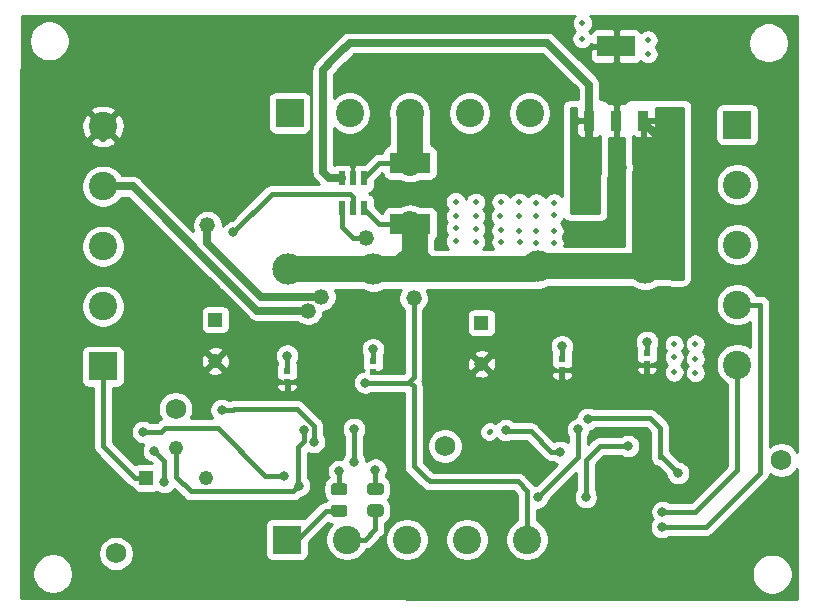
<source format=gbr>
%TF.GenerationSoftware,KiCad,Pcbnew,(5.1.9)-1*%
%TF.CreationDate,2021-10-15T13:48:39-04:00*%
%TF.ProjectId,ECE477_motorcontroller,45434534-3737-45f6-9d6f-746f72636f6e,rev?*%
%TF.SameCoordinates,Original*%
%TF.FileFunction,Copper,L2,Bot*%
%TF.FilePolarity,Positive*%
%FSLAX46Y46*%
G04 Gerber Fmt 4.6, Leading zero omitted, Abs format (unit mm)*
G04 Created by KiCad (PCBNEW (5.1.9)-1) date 2021-10-15 13:48:39*
%MOMM*%
%LPD*%
G01*
G04 APERTURE LIST*
%TA.AperFunction,ComponentPad*%
%ADD10C,1.755000*%
%TD*%
%TA.AperFunction,ComponentPad*%
%ADD11R,1.222000X1.222000*%
%TD*%
%TA.AperFunction,ComponentPad*%
%ADD12C,1.222000*%
%TD*%
%TA.AperFunction,ComponentPad*%
%ADD13R,2.400000X2.400000*%
%TD*%
%TA.AperFunction,ComponentPad*%
%ADD14C,2.400000*%
%TD*%
%TA.AperFunction,SMDPad,CuDef*%
%ADD15R,3.200000X1.750000*%
%TD*%
%TA.AperFunction,SMDPad,CuDef*%
%ADD16R,0.950000X1.750000*%
%TD*%
%TA.AperFunction,SMDPad,CuDef*%
%ADD17R,3.400000X1.800000*%
%TD*%
%TA.AperFunction,SMDPad,CuDef*%
%ADD18R,0.600000X1.250000*%
%TD*%
%TA.AperFunction,SMDPad,CuDef*%
%ADD19R,0.620000X0.600000*%
%TD*%
%TA.AperFunction,ComponentPad*%
%ADD20C,1.200000*%
%TD*%
%TA.AperFunction,ComponentPad*%
%ADD21R,1.200000X1.200000*%
%TD*%
%TA.AperFunction,ViaPad*%
%ADD22C,0.508000*%
%TD*%
%TA.AperFunction,ViaPad*%
%ADD23C,1.320800*%
%TD*%
%TA.AperFunction,ViaPad*%
%ADD24C,0.800000*%
%TD*%
%TA.AperFunction,ViaPad*%
%ADD25C,2.641600*%
%TD*%
%TA.AperFunction,Conductor*%
%ADD26C,0.408940*%
%TD*%
%TA.AperFunction,Conductor*%
%ADD27C,0.635000*%
%TD*%
%TA.AperFunction,Conductor*%
%ADD28C,2.209800*%
%TD*%
%TA.AperFunction,Conductor*%
%ADD29C,0.200000*%
%TD*%
%TA.AperFunction,Conductor*%
%ADD30C,1.320800*%
%TD*%
%TA.AperFunction,Conductor*%
%ADD31C,0.254000*%
%TD*%
%TA.AperFunction,Conductor*%
%ADD32C,0.100000*%
%TD*%
G04 APERTURE END LIST*
D10*
%TO.P,TP4,1*%
%TO.N,Net-(R4-Pad1)*%
X168700000Y-76700000D03*
%TD*%
D11*
%TO.P,RV2,1*%
%TO.N,GND*%
X114910000Y-78200000D03*
D12*
%TO.P,RV2,2*%
%TO.N,/Vref_IC1*%
X117450000Y-75660000D03*
%TO.P,RV2,3*%
%TO.N,/DVDD_IC1*%
X119990000Y-78200000D03*
%TD*%
D10*
%TO.P,TP2,1*%
%TO.N,Net-(R7-Pad1)*%
X140200000Y-75500000D03*
%TD*%
%TO.P,TP3,1*%
%TO.N,Net-(R12-Pad2)*%
X112350000Y-84600000D03*
%TD*%
%TO.P,TP1,1*%
%TO.N,Net-(R3-Pad1)*%
X117400000Y-72350000D03*
%TD*%
D13*
%TO.P,J3,1*%
%TO.N,/PWM2*%
X126827000Y-83424000D03*
D14*
%TO.P,J3,2*%
%TO.N,/PWM1*%
X131907000Y-83424000D03*
%TO.P,J3,3*%
%TO.N,Net-(J3-Pad3)*%
X136987000Y-83424000D03*
%TO.P,J3,4*%
%TO.N,GND*%
X142067000Y-83424000D03*
%TO.P,J3,5*%
%TO.N,/nsleep*%
X147147000Y-83424000D03*
%TD*%
%TO.P,J2,5*%
%TO.N,GND1*%
X111252000Y-48429000D03*
%TO.P,J2,4*%
%TO.N,/M2+*%
X111252000Y-53509000D03*
%TO.P,J2,3*%
%TO.N,/M2-*%
X111252000Y-58589000D03*
%TO.P,J2,2*%
%TO.N,/Current_sense*%
X111252000Y-63669000D03*
D13*
%TO.P,J2,1*%
%TO.N,GND*%
X111252000Y-68749000D03*
%TD*%
D14*
%TO.P,J4,5*%
%TO.N,/M4-*%
X147370000Y-47300000D03*
%TO.P,J4,4*%
%TO.N,/M4+*%
X142290000Y-47300000D03*
%TO.P,J4,3*%
%TO.N,/12V+*%
X137210000Y-47300000D03*
%TO.P,J4,2*%
%TO.N,/M1+*%
X132130000Y-47300000D03*
D13*
%TO.P,J4,1*%
%TO.N,/M1-*%
X127050000Y-47300000D03*
%TD*%
D14*
%TO.P,J1,5*%
%TO.N,/PWM3*%
X164948000Y-68610000D03*
%TO.P,J1,4*%
%TO.N,/PWM4*%
X164948000Y-63530000D03*
%TO.P,J1,3*%
%TO.N,Net-(J1-Pad3)*%
X164948000Y-58450000D03*
%TO.P,J1,2*%
%TO.N,/M3+*%
X164948000Y-53370000D03*
D13*
%TO.P,J1,1*%
%TO.N,/M3-*%
X164948000Y-48290000D03*
%TD*%
%TO.P,R2,2*%
%TO.N,Net-(IC1-Pad22)*%
%TA.AperFunction,SMDPad,CuDef*%
G36*
G01*
X131700001Y-79675000D02*
X130799999Y-79675000D01*
G75*
G02*
X130550000Y-79425001I0J249999D01*
G01*
X130550000Y-78899999D01*
G75*
G02*
X130799999Y-78650000I249999J0D01*
G01*
X131700001Y-78650000D01*
G75*
G02*
X131950000Y-78899999I0J-249999D01*
G01*
X131950000Y-79425001D01*
G75*
G02*
X131700001Y-79675000I-249999J0D01*
G01*
G37*
%TD.AperFunction*%
%TO.P,R2,1*%
%TO.N,/PWM2*%
%TA.AperFunction,SMDPad,CuDef*%
G36*
G01*
X131700001Y-81500000D02*
X130799999Y-81500000D01*
G75*
G02*
X130550000Y-81250001I0J249999D01*
G01*
X130550000Y-80724999D01*
G75*
G02*
X130799999Y-80475000I249999J0D01*
G01*
X131700001Y-80475000D01*
G75*
G02*
X131950000Y-80724999I0J-249999D01*
G01*
X131950000Y-81250001D01*
G75*
G02*
X131700001Y-81500000I-249999J0D01*
G01*
G37*
%TD.AperFunction*%
%TD*%
%TO.P,R1,2*%
%TO.N,Net-(IC1-Pad23)*%
%TA.AperFunction,SMDPad,CuDef*%
G36*
G01*
X134775001Y-79650000D02*
X133874999Y-79650000D01*
G75*
G02*
X133625000Y-79400001I0J249999D01*
G01*
X133625000Y-78874999D01*
G75*
G02*
X133874999Y-78625000I249999J0D01*
G01*
X134775001Y-78625000D01*
G75*
G02*
X135025000Y-78874999I0J-249999D01*
G01*
X135025000Y-79400001D01*
G75*
G02*
X134775001Y-79650000I-249999J0D01*
G01*
G37*
%TD.AperFunction*%
%TO.P,R1,1*%
%TO.N,/PWM1*%
%TA.AperFunction,SMDPad,CuDef*%
G36*
G01*
X134775001Y-81475000D02*
X133874999Y-81475000D01*
G75*
G02*
X133625000Y-81225001I0J249999D01*
G01*
X133625000Y-80699999D01*
G75*
G02*
X133874999Y-80450000I249999J0D01*
G01*
X134775001Y-80450000D01*
G75*
G02*
X135025000Y-80699999I0J-249999D01*
G01*
X135025000Y-81225001D01*
G75*
G02*
X134775001Y-81475000I-249999J0D01*
G01*
G37*
%TD.AperFunction*%
%TD*%
D15*
%TO.P,IC6,4*%
%TO.N,GND1*%
X154700000Y-41650000D03*
D16*
%TO.P,IC6,3*%
%TO.N,/3.3V_regulator*%
X152400000Y-47950000D03*
%TO.P,IC6,2*%
%TO.N,GND1*%
X154700000Y-47950000D03*
%TO.P,IC6,1*%
%TO.N,/12V-*%
X157000000Y-47950000D03*
%TD*%
D17*
%TO.P,Rsense1,2*%
%TO.N,/12V-*%
X137250000Y-56700000D03*
%TO.P,Rsense1,1*%
%TO.N,/12V+*%
X137250000Y-51500000D03*
%TD*%
D18*
%TO.P,IC5,1*%
%TO.N,/3.3V_regulator*%
X131450000Y-52850000D03*
%TO.P,IC5,2*%
%TO.N,GND1*%
X132400000Y-52850000D03*
%TO.P,IC5,3*%
%TO.N,/12V+*%
X133350000Y-52850000D03*
%TO.P,IC5,4*%
%TO.N,/12V-*%
X133350000Y-55350000D03*
%TO.P,IC5,5*%
%TO.N,/Current_sense*%
X132400000Y-55350000D03*
%TO.P,IC5,6*%
%TO.N,/nsleep*%
X131450000Y-55350000D03*
%TD*%
D19*
%TO.P,C5,2*%
%TO.N,GND1*%
X157300000Y-68585000D03*
%TO.P,C5,1*%
%TO.N,/12V-*%
X157300000Y-67665000D03*
%TD*%
%TO.P,C10,2*%
%TO.N,GND1*%
X150114000Y-69040000D03*
%TO.P,C10,1*%
%TO.N,/12V-*%
X150114000Y-68120000D03*
%TD*%
D20*
%TO.P,C7,2*%
%TO.N,GND1*%
X143300000Y-68550000D03*
D21*
%TO.P,C7,1*%
%TO.N,/12V-*%
X143300000Y-65050000D03*
%TD*%
D19*
%TO.P,C6,2*%
%TO.N,GND1*%
X134112000Y-69246000D03*
%TO.P,C6,1*%
%TO.N,/12V-*%
X134112000Y-68326000D03*
%TD*%
%TO.P,C4,2*%
%TO.N,GND1*%
X126848000Y-70038000D03*
%TO.P,C4,1*%
%TO.N,/12V-*%
X126848000Y-69118000D03*
%TD*%
D20*
%TO.P,C3,2*%
%TO.N,GND1*%
X120752000Y-68300000D03*
D21*
%TO.P,C3,1*%
%TO.N,/12V-*%
X120752000Y-64800000D03*
%TD*%
D22*
%TO.N,GND*%
X159600000Y-66900000D03*
X159600000Y-68000000D03*
X159600000Y-69250000D03*
X161400000Y-66850000D03*
X161400000Y-68100000D03*
X161400000Y-69300000D03*
X157400000Y-41100000D03*
X157400000Y-42300000D03*
X151800000Y-41000000D03*
X151850000Y-39700000D03*
X141100000Y-57050000D03*
X141100000Y-56050000D03*
X141100000Y-54800000D03*
X142800000Y-54850000D03*
X142800000Y-56050000D03*
X142800000Y-57100000D03*
X142800000Y-58200000D03*
X141100000Y-58150000D03*
X144950000Y-54850000D03*
X146500000Y-54850000D03*
X147950000Y-54900000D03*
X149450000Y-54900000D03*
X144900000Y-56050000D03*
X144950000Y-57250000D03*
X144950000Y-58250000D03*
X146550000Y-58250000D03*
X146500000Y-57300000D03*
X146500000Y-56050000D03*
X147950000Y-56000000D03*
X147950000Y-57300000D03*
X147950000Y-58300000D03*
X149450000Y-55950000D03*
X149450000Y-57300000D03*
X149450000Y-58300000D03*
%TO.N,GND1*%
X153600000Y-41750000D03*
X154600000Y-41750000D03*
X155600000Y-41800000D03*
X155600000Y-41100000D03*
X154600000Y-41100000D03*
X153600000Y-41100000D03*
X128950000Y-70200000D03*
X129800000Y-70250000D03*
X130600000Y-70200000D03*
X131500000Y-70200000D03*
X132350000Y-70200000D03*
X132300000Y-69000000D03*
X131500000Y-69000000D03*
X128950000Y-69050000D03*
X132300000Y-67850000D03*
X131500000Y-67850000D03*
X130650000Y-67850000D03*
X129800000Y-67850000D03*
X128900000Y-67850000D03*
X155450000Y-68400000D03*
X155450000Y-69650000D03*
X154650000Y-69650000D03*
X153850000Y-69650000D03*
X152950000Y-69650000D03*
X152000000Y-69650000D03*
X152000000Y-68400000D03*
X152950000Y-68400000D03*
X155450000Y-67250000D03*
X154650000Y-67250000D03*
X153850000Y-67250000D03*
X152950000Y-67250000D03*
X152000000Y-67250000D03*
X145500000Y-67100000D03*
X145450000Y-68450000D03*
X145450000Y-69850000D03*
D23*
X118100000Y-45500000D03*
D24*
X156200000Y-62850000D03*
X150800000Y-63450000D03*
D23*
X154912634Y-51897341D03*
D24*
X133250000Y-64250000D03*
D22*
X153825000Y-68400000D03*
X154650000Y-68400000D03*
X129800000Y-69000000D03*
X130600000Y-69000000D03*
X139850000Y-67000000D03*
X139800000Y-68250000D03*
X139750000Y-69950000D03*
X141250000Y-67150000D03*
X141250000Y-68350000D03*
X141300000Y-69900000D03*
X148100000Y-67000000D03*
X148050000Y-68650000D03*
X148100000Y-70050000D03*
X136100000Y-66950000D03*
X136100000Y-67950000D03*
X136100000Y-68900000D03*
X150400000Y-45050000D03*
D23*
%TO.N,/3.3V_regulator*%
X152300000Y-50050000D03*
D24*
%TO.N,/nsleep*%
X133452000Y-70134000D03*
D23*
X137550000Y-62975000D03*
X133500000Y-57925000D03*
D24*
%TO.N,/PWM3*%
X158625000Y-81075000D03*
%TO.N,/PWM4*%
X158575000Y-82375000D03*
D23*
%TO.N,/M2-*%
X129734099Y-62860099D03*
X120100000Y-56800000D03*
%TO.N,/M2+*%
X128626000Y-64038000D03*
D24*
%TO.N,/Current_sense*%
X122300000Y-57400000D03*
%TO.N,Net-(IC1-Pad23)*%
X134325000Y-77500000D03*
%TO.N,Net-(IC1-Pad22)*%
X131250000Y-77625000D03*
X132518653Y-76831347D03*
X132500000Y-74050000D03*
%TO.N,Net-(IC2-Pad22)*%
X155725000Y-75500000D03*
X152125000Y-79825000D03*
%TO.N,/Vref_IC1*%
X128300000Y-74150000D03*
X127850000Y-78850000D03*
X151450000Y-74100000D03*
X148050000Y-79850000D03*
%TO.N,/12V-*%
X126848000Y-67848000D03*
X157300000Y-66675000D03*
D25*
X148050000Y-60300000D03*
X134150000Y-60550000D03*
X126950000Y-60550000D03*
D24*
X150114000Y-67056000D03*
X134112000Y-67310000D03*
D23*
X158750000Y-49800000D03*
D25*
X157125000Y-60425000D03*
D24*
%TO.N,/IC2_Toff*%
X152300000Y-73200000D03*
X159950000Y-77800000D03*
%TO.N,/IC2_Decay*%
X149950000Y-76000000D03*
X145350000Y-74150000D03*
%TO.N,/IC1_Decay*%
X126550000Y-78000000D03*
X114650000Y-74300000D03*
%TO.N,/IC1_Toff*%
X129102904Y-75150181D03*
X116450000Y-78550000D03*
X115550000Y-75900000D03*
X121300000Y-72450000D03*
%TD*%
D26*
%TO.N,GND*%
X114910000Y-78200000D02*
X113950000Y-78200000D01*
X111252000Y-75502000D02*
X111252000Y-68749000D01*
X113950000Y-78200000D02*
X111252000Y-75502000D01*
%TO.N,GND1*%
X150114000Y-69040000D02*
X150985000Y-69040000D01*
X126848000Y-70038000D02*
X127887000Y-70038000D01*
X157300000Y-68585000D02*
X157300000Y-69275000D01*
X157300000Y-68585000D02*
X157300000Y-69600000D01*
D27*
X111252000Y-49449000D02*
X111252000Y-48429000D01*
%TO.N,/3.3V_regulator*%
X131200000Y-42250000D02*
X130300000Y-43150000D01*
X130300000Y-43150000D02*
X130300000Y-43200000D01*
X130300000Y-43200000D02*
X129850000Y-43650000D01*
X129850000Y-43650000D02*
X129850000Y-52300000D01*
X130400000Y-52850000D02*
X131450000Y-52850000D01*
X129850000Y-52300000D02*
X130400000Y-52850000D01*
X152400000Y-49950000D02*
X152300000Y-50050000D01*
X152400000Y-47950000D02*
X152400000Y-49950000D01*
D26*
X131200000Y-42250000D02*
X131250000Y-42250000D01*
D27*
X152400000Y-44919118D02*
X152400000Y-47950000D01*
X148845873Y-41364991D02*
X152400000Y-44919118D01*
X132135009Y-41364991D02*
X148845873Y-41364991D01*
X131250000Y-42250000D02*
X132135009Y-41364991D01*
D26*
%TO.N,/nsleep*%
X137262000Y-70134000D02*
X137558471Y-70430471D01*
D27*
X147267529Y-83303471D02*
X147147000Y-83424000D01*
D26*
X147147000Y-83424000D02*
X147627000Y-83424000D01*
X147367529Y-83203471D02*
X147147000Y-83424000D01*
X137262000Y-63263000D02*
X137550000Y-62975000D01*
X137550000Y-69650000D02*
X137066000Y-70134000D01*
X137550000Y-62975000D02*
X137550000Y-69650000D01*
X137066000Y-70134000D02*
X137262000Y-70134000D01*
X133452000Y-70134000D02*
X137066000Y-70134000D01*
X147147000Y-83424000D02*
X147147000Y-79297000D01*
X147147000Y-79297000D02*
X146350000Y-78500000D01*
X137558471Y-77208471D02*
X137558471Y-70430471D01*
X138500000Y-78150000D02*
X137558471Y-77208471D01*
X138500000Y-78150000D02*
X138550000Y-78150000D01*
X138900000Y-78500000D02*
X146350000Y-78500000D01*
X138550000Y-78150000D02*
X138900000Y-78500000D01*
X131450000Y-56950000D02*
X131450000Y-55350000D01*
X132425000Y-57925000D02*
X131450000Y-56950000D01*
X133500000Y-57925000D02*
X132425000Y-57925000D01*
%TO.N,/PWM1*%
X131907000Y-83424000D02*
X133451000Y-83424000D01*
X134325000Y-82550000D02*
X134325000Y-80962500D01*
X133451000Y-83424000D02*
X134325000Y-82550000D01*
%TO.N,/PWM2*%
X126827000Y-83424000D02*
X127676000Y-83424000D01*
X130112500Y-80987500D02*
X131250000Y-80987500D01*
X127676000Y-83424000D02*
X130112500Y-80987500D01*
%TO.N,/PWM3*%
X161400000Y-81075000D02*
X158625000Y-81075000D01*
X164948000Y-77527000D02*
X161400000Y-81075000D01*
X164948000Y-68610000D02*
X164948000Y-77527000D01*
%TO.N,/PWM4*%
X162300000Y-82375000D02*
X158575000Y-82375000D01*
X166878000Y-77797000D02*
X162300000Y-82375000D01*
X166878000Y-63560000D02*
X166878000Y-77797000D01*
X166908000Y-63530000D02*
X166878000Y-63560000D01*
X164948000Y-63530000D02*
X166908000Y-63530000D01*
D27*
%TO.N,/M2-*%
X124654099Y-62860099D02*
X129734099Y-62860099D01*
X129734099Y-62860099D02*
X129734099Y-62860099D01*
X124654099Y-62860099D02*
X122276000Y-60482000D01*
X122276000Y-60482000D02*
X122232000Y-60482000D01*
X120100000Y-58350000D02*
X120100000Y-56800000D01*
X122232000Y-60482000D02*
X120100000Y-58350000D01*
%TO.N,/M2+*%
X113762000Y-53509000D02*
X111252000Y-53509000D01*
X121751000Y-61498000D02*
X113762000Y-53509000D01*
X121768000Y-61498000D02*
X121751000Y-61498000D01*
X124308000Y-64038000D02*
X121768000Y-61498000D01*
X128626000Y-64038000D02*
X124308000Y-64038000D01*
D26*
%TO.N,/Current_sense*%
X132400000Y-55350000D02*
X132400000Y-54400000D01*
X132150000Y-54150000D02*
X129100000Y-54150000D01*
X132400000Y-54400000D02*
X132150000Y-54150000D01*
X125550000Y-54150000D02*
X122300000Y-57400000D01*
X129100000Y-54150000D02*
X125550000Y-54150000D01*
%TO.N,Net-(IC1-Pad23)*%
X134325000Y-79137500D02*
X134325000Y-77500000D01*
%TO.N,Net-(IC1-Pad22)*%
X131250000Y-79162500D02*
X131250000Y-77625000D01*
X132518653Y-74068653D02*
X132500000Y-74050000D01*
X132518653Y-76831347D02*
X132518653Y-74068653D01*
%TO.N,Net-(IC2-Pad22)*%
X152125000Y-78175000D02*
X152125000Y-79825000D01*
X152125000Y-76675000D02*
X152125000Y-78175000D01*
X153300000Y-75500000D02*
X152125000Y-76675000D01*
X155725000Y-75500000D02*
X153300000Y-75500000D01*
%TO.N,Net-(IC2-Pad20)*%
X144000000Y-74250000D02*
X143950000Y-74300000D01*
%TO.N,/Vref_IC1*%
X128300000Y-75100000D02*
X128300000Y-74150000D01*
X127800000Y-75600000D02*
X128300000Y-75100000D01*
X151400000Y-74150000D02*
X151450000Y-74100000D01*
X151450000Y-76450000D02*
X151450000Y-74100000D01*
X148050000Y-79850000D02*
X151450000Y-76450000D01*
X127800000Y-78800000D02*
X127850000Y-78850000D01*
X127800000Y-75600000D02*
X127800000Y-78800000D01*
X118700000Y-79350000D02*
X127350000Y-79350000D01*
X117450000Y-78100000D02*
X118700000Y-79350000D01*
X127350000Y-79350000D02*
X127850000Y-78850000D01*
X117450000Y-75660000D02*
X117450000Y-78100000D01*
%TO.N,/12V-*%
X157300000Y-67665000D02*
X157300000Y-66675000D01*
D28*
X157000000Y-60300000D02*
X157125000Y-60425000D01*
X134150000Y-60550000D02*
X126950000Y-60550000D01*
X126950000Y-60550000D02*
X126950000Y-60550000D01*
X137650000Y-57100000D02*
X137250000Y-56700000D01*
D26*
X126848000Y-67848000D02*
X126848000Y-69118000D01*
D28*
X143666000Y-60550000D02*
X140500000Y-60550000D01*
X145190000Y-60550000D02*
X143666000Y-60550000D01*
X147700000Y-60550000D02*
X145190000Y-60550000D01*
D26*
X150114000Y-67056000D02*
X150114000Y-68120000D01*
X134112000Y-68326000D02*
X134112000Y-67310000D01*
X137445529Y-56504471D02*
X137250000Y-56700000D01*
D29*
X137250000Y-56700000D02*
X136450000Y-56700000D01*
D26*
X137250000Y-56700000D02*
X136400000Y-56700000D01*
X133350000Y-55250000D02*
X133350000Y-55300000D01*
X133350000Y-55350000D02*
X133350000Y-55400000D01*
X134650000Y-56700000D02*
X137250000Y-56700000D01*
X133350000Y-55400000D02*
X134650000Y-56700000D01*
D27*
X157200000Y-60500000D02*
X157200000Y-60500000D01*
X157000000Y-48050000D02*
X158750000Y-49800000D01*
X157000000Y-47950000D02*
X157000000Y-48050000D01*
D28*
X154700000Y-60300000D02*
X157000000Y-60300000D01*
X148050000Y-60300000D02*
X154700000Y-60300000D01*
X157125000Y-60425000D02*
X157200000Y-60500000D01*
D26*
X137650000Y-57100000D02*
X137650000Y-57700000D01*
D28*
X137650000Y-60550000D02*
X137650000Y-58400000D01*
X137650000Y-58400000D02*
X137650000Y-57100000D01*
X139250000Y-60550000D02*
X137650000Y-60550000D01*
X140500000Y-60550000D02*
X139250000Y-60550000D01*
D26*
X137650000Y-58400000D02*
X138350000Y-58400000D01*
D30*
X137650000Y-58950000D02*
X139250000Y-60550000D01*
D28*
X136200000Y-60550000D02*
X134150000Y-60550000D01*
X137650000Y-60550000D02*
X136200000Y-60550000D01*
D27*
X137650000Y-58400000D02*
X137200000Y-58400000D01*
D26*
X137650000Y-58950000D02*
X137650000Y-58400000D01*
X137650000Y-58950000D02*
X136700000Y-58950000D01*
X136700000Y-58950000D02*
X136200000Y-59450000D01*
X136200000Y-59850000D02*
X137650000Y-58400000D01*
X136200000Y-60550000D02*
X136200000Y-59850000D01*
%TO.N,/12V+*%
X137400000Y-47800000D02*
X137300000Y-47700000D01*
D30*
X137250000Y-47750000D02*
X137300000Y-47700000D01*
D26*
X137050000Y-49700000D02*
X137250000Y-49900000D01*
D28*
X137250000Y-47340000D02*
X137210000Y-47300000D01*
X137250000Y-51500000D02*
X137250000Y-47340000D01*
D29*
X137250000Y-51500000D02*
X136450000Y-51500000D01*
D26*
X137250000Y-51500000D02*
X135850000Y-51500000D01*
X137250000Y-51500000D02*
X135900000Y-51500000D01*
X133350000Y-52750000D02*
X133450000Y-52750000D01*
X133350000Y-52850000D02*
X133350000Y-52800000D01*
X134650000Y-51500000D02*
X137250000Y-51500000D01*
X133350000Y-52800000D02*
X134650000Y-51500000D01*
%TO.N,Net-(J1-Pad3)*%
X164948000Y-57820000D02*
X164948000Y-58450000D01*
%TO.N,/IC2_Toff*%
X158400000Y-76450000D02*
X158400000Y-73950000D01*
X158400000Y-73950000D02*
X157600000Y-73150000D01*
X152350000Y-73150000D02*
X152300000Y-73200000D01*
X157600000Y-73150000D02*
X152350000Y-73150000D01*
X158600000Y-76450000D02*
X159950000Y-77800000D01*
X158400000Y-76450000D02*
X158600000Y-76450000D01*
%TO.N,/IC2_Decay*%
X149200000Y-76000000D02*
X147450000Y-74250000D01*
X149950000Y-76000000D02*
X149200000Y-76000000D01*
X145450000Y-74250000D02*
X145350000Y-74150000D01*
X147450000Y-74250000D02*
X145450000Y-74250000D01*
%TO.N,/IC1_Decay*%
X116500000Y-73950000D02*
X120950000Y-73950000D01*
X125600000Y-78000000D02*
X126550000Y-78000000D01*
X120950000Y-73950000D02*
X125000000Y-78000000D01*
X116150000Y-74300000D02*
X116500000Y-73950000D01*
X125000000Y-78000000D02*
X125600000Y-78000000D01*
X114650000Y-74300000D02*
X116150000Y-74300000D01*
%TO.N,/IC1_Toff*%
X129104471Y-75148614D02*
X129102904Y-75150181D01*
X129104471Y-73763853D02*
X129104471Y-75148614D01*
X127690618Y-72350000D02*
X129104471Y-73763853D01*
X122350000Y-72350000D02*
X127690618Y-72350000D01*
X116450000Y-76800000D02*
X115550000Y-75900000D01*
X116450000Y-78550000D02*
X116450000Y-76800000D01*
X122250000Y-72450000D02*
X122350000Y-72350000D01*
X121300000Y-72450000D02*
X122250000Y-72450000D01*
%TD*%
D31*
%TO.N,GND1*%
X151159469Y-39133296D02*
X151062179Y-39278901D01*
X150995164Y-39440688D01*
X150961000Y-39612441D01*
X150961000Y-39787559D01*
X150995164Y-39959312D01*
X151062179Y-40121099D01*
X151159469Y-40266704D01*
X151217765Y-40325000D01*
X151109469Y-40433296D01*
X151012179Y-40578901D01*
X150945164Y-40740688D01*
X150911000Y-40912441D01*
X150911000Y-41087559D01*
X150945164Y-41259312D01*
X151012179Y-41421099D01*
X151109469Y-41566704D01*
X151233296Y-41690531D01*
X151378901Y-41787821D01*
X151540688Y-41854836D01*
X151712441Y-41889000D01*
X151887559Y-41889000D01*
X152059312Y-41854836D01*
X152221099Y-41787821D01*
X152366704Y-41690531D01*
X152490531Y-41566704D01*
X152561396Y-41460646D01*
X152623750Y-41523000D01*
X154573000Y-41523000D01*
X154573000Y-40298750D01*
X154827000Y-40298750D01*
X154827000Y-41523000D01*
X154847000Y-41523000D01*
X154847000Y-41777000D01*
X154827000Y-41777000D01*
X154827000Y-43001250D01*
X154985750Y-43160000D01*
X156300000Y-43163072D01*
X156424482Y-43150812D01*
X156544180Y-43114502D01*
X156654494Y-43055537D01*
X156751185Y-42976185D01*
X156781730Y-42938965D01*
X156833296Y-42990531D01*
X156978901Y-43087821D01*
X157140688Y-43154836D01*
X157312441Y-43189000D01*
X157487559Y-43189000D01*
X157659312Y-43154836D01*
X157821099Y-43087821D01*
X157966704Y-42990531D01*
X158090531Y-42866704D01*
X158187821Y-42721099D01*
X158254836Y-42559312D01*
X158289000Y-42387559D01*
X158289000Y-42212441D01*
X158254836Y-42040688D01*
X158187821Y-41878901D01*
X158090531Y-41733296D01*
X158057235Y-41700000D01*
X158090531Y-41666704D01*
X158187821Y-41521099D01*
X158254836Y-41359312D01*
X158289000Y-41187559D01*
X158289000Y-41179117D01*
X165865000Y-41179117D01*
X165865000Y-41520883D01*
X165931675Y-41856081D01*
X166062463Y-42171831D01*
X166252337Y-42455998D01*
X166494002Y-42697663D01*
X166778169Y-42887537D01*
X167093919Y-43018325D01*
X167429117Y-43085000D01*
X167770883Y-43085000D01*
X168106081Y-43018325D01*
X168421831Y-42887537D01*
X168705998Y-42697663D01*
X168947663Y-42455998D01*
X169137537Y-42171831D01*
X169268325Y-41856081D01*
X169335000Y-41520883D01*
X169335000Y-41179117D01*
X169268325Y-40843919D01*
X169137537Y-40528169D01*
X168947663Y-40244002D01*
X168705998Y-40002337D01*
X168421831Y-39812463D01*
X168106081Y-39681675D01*
X167770883Y-39615000D01*
X167429117Y-39615000D01*
X167093919Y-39681675D01*
X166778169Y-39812463D01*
X166494002Y-40002337D01*
X166252337Y-40244002D01*
X166062463Y-40528169D01*
X165931675Y-40843919D01*
X165865000Y-41179117D01*
X158289000Y-41179117D01*
X158289000Y-41012441D01*
X158254836Y-40840688D01*
X158187821Y-40678901D01*
X158090531Y-40533296D01*
X157966704Y-40409469D01*
X157821099Y-40312179D01*
X157659312Y-40245164D01*
X157487559Y-40211000D01*
X157312441Y-40211000D01*
X157140688Y-40245164D01*
X156978901Y-40312179D01*
X156833296Y-40409469D01*
X156826806Y-40415959D01*
X156751185Y-40323815D01*
X156654494Y-40244463D01*
X156544180Y-40185498D01*
X156424482Y-40149188D01*
X156300000Y-40136928D01*
X154985750Y-40140000D01*
X154827000Y-40298750D01*
X154573000Y-40298750D01*
X154414250Y-40140000D01*
X153100000Y-40136928D01*
X152975518Y-40149188D01*
X152855820Y-40185498D01*
X152745506Y-40244463D01*
X152648815Y-40323815D01*
X152569463Y-40420506D01*
X152530585Y-40493241D01*
X152490531Y-40433296D01*
X152432235Y-40375000D01*
X152540531Y-40266704D01*
X152637821Y-40121099D01*
X152704836Y-39959312D01*
X152739000Y-39787559D01*
X152739000Y-39612441D01*
X152704836Y-39440688D01*
X152637821Y-39278901D01*
X152540531Y-39133296D01*
X152467235Y-39060000D01*
X170040000Y-39060000D01*
X170040001Y-75983025D01*
X169874835Y-75735838D01*
X169664162Y-75525165D01*
X169416437Y-75359640D01*
X169141180Y-75245625D01*
X168848968Y-75187500D01*
X168551032Y-75187500D01*
X168258820Y-75245625D01*
X167983563Y-75359640D01*
X167735838Y-75525165D01*
X167717470Y-75543533D01*
X167717470Y-63753418D01*
X167735323Y-63694565D01*
X167751531Y-63530000D01*
X167735323Y-63365435D01*
X167687321Y-63207195D01*
X167609370Y-63061359D01*
X167504466Y-62933534D01*
X167376641Y-62828630D01*
X167230805Y-62750679D01*
X167072565Y-62702677D01*
X166949233Y-62690530D01*
X166949221Y-62690530D01*
X166907999Y-62686470D01*
X166866777Y-62690530D01*
X166586470Y-62690530D01*
X166574156Y-62660801D01*
X166373338Y-62360256D01*
X166117744Y-62104662D01*
X165817199Y-61903844D01*
X165483250Y-61765518D01*
X165128732Y-61695000D01*
X164767268Y-61695000D01*
X164412750Y-61765518D01*
X164078801Y-61903844D01*
X163778256Y-62104662D01*
X163522662Y-62360256D01*
X163321844Y-62660801D01*
X163183518Y-62994750D01*
X163113000Y-63349268D01*
X163113000Y-63710732D01*
X163183518Y-64065250D01*
X163321844Y-64399199D01*
X163522662Y-64699744D01*
X163778256Y-64955338D01*
X164078801Y-65156156D01*
X164412750Y-65294482D01*
X164767268Y-65365000D01*
X165128732Y-65365000D01*
X165483250Y-65294482D01*
X165817199Y-65156156D01*
X166038530Y-65008267D01*
X166038530Y-67131733D01*
X165817199Y-66983844D01*
X165483250Y-66845518D01*
X165128732Y-66775000D01*
X164767268Y-66775000D01*
X164412750Y-66845518D01*
X164078801Y-66983844D01*
X163778256Y-67184662D01*
X163522662Y-67440256D01*
X163321844Y-67740801D01*
X163183518Y-68074750D01*
X163113000Y-68429268D01*
X163113000Y-68790732D01*
X163183518Y-69145250D01*
X163321844Y-69479199D01*
X163522662Y-69779744D01*
X163778256Y-70035338D01*
X164078801Y-70236156D01*
X164108530Y-70248470D01*
X164108531Y-77179279D01*
X161052281Y-80235530D01*
X159231595Y-80235530D01*
X159115256Y-80157795D01*
X158926898Y-80079774D01*
X158726939Y-80040000D01*
X158523061Y-80040000D01*
X158323102Y-80079774D01*
X158134744Y-80157795D01*
X157965226Y-80271063D01*
X157821063Y-80415226D01*
X157707795Y-80584744D01*
X157629774Y-80773102D01*
X157590000Y-80973061D01*
X157590000Y-81176939D01*
X157629774Y-81376898D01*
X157707795Y-81565256D01*
X157793206Y-81693083D01*
X157771063Y-81715226D01*
X157657795Y-81884744D01*
X157579774Y-82073102D01*
X157540000Y-82273061D01*
X157540000Y-82476939D01*
X157579774Y-82676898D01*
X157657795Y-82865256D01*
X157771063Y-83034774D01*
X157915226Y-83178937D01*
X158084744Y-83292205D01*
X158273102Y-83370226D01*
X158473061Y-83410000D01*
X158676939Y-83410000D01*
X158876898Y-83370226D01*
X159065256Y-83292205D01*
X159181595Y-83214470D01*
X162258778Y-83214470D01*
X162300000Y-83218530D01*
X162341222Y-83214470D01*
X162341233Y-83214470D01*
X162464565Y-83202323D01*
X162622805Y-83154321D01*
X162768641Y-83076370D01*
X162896466Y-82971466D01*
X162922750Y-82939439D01*
X167442444Y-78419746D01*
X167474466Y-78393466D01*
X167500746Y-78361444D01*
X167500751Y-78361439D01*
X167579370Y-78265641D01*
X167588745Y-78248102D01*
X167657321Y-78119805D01*
X167705323Y-77961565D01*
X167715835Y-77854832D01*
X167735838Y-77874835D01*
X167983563Y-78040360D01*
X168258820Y-78154375D01*
X168551032Y-78212500D01*
X168848968Y-78212500D01*
X169141180Y-78154375D01*
X169416437Y-78040360D01*
X169664162Y-77874835D01*
X169874835Y-77664162D01*
X170040001Y-77416975D01*
X170040001Y-88439016D01*
X104310651Y-88340985D01*
X104312836Y-86129117D01*
X105265000Y-86129117D01*
X105265000Y-86470883D01*
X105331675Y-86806081D01*
X105462463Y-87121831D01*
X105652337Y-87405998D01*
X105894002Y-87647663D01*
X106178169Y-87837537D01*
X106493919Y-87968325D01*
X106829117Y-88035000D01*
X107170883Y-88035000D01*
X107506081Y-87968325D01*
X107821831Y-87837537D01*
X108105998Y-87647663D01*
X108347663Y-87405998D01*
X108537537Y-87121831D01*
X108668325Y-86806081D01*
X108735000Y-86470883D01*
X108735000Y-86179117D01*
X166165000Y-86179117D01*
X166165000Y-86520883D01*
X166231675Y-86856081D01*
X166362463Y-87171831D01*
X166552337Y-87455998D01*
X166794002Y-87697663D01*
X167078169Y-87887537D01*
X167393919Y-88018325D01*
X167729117Y-88085000D01*
X168070883Y-88085000D01*
X168406081Y-88018325D01*
X168721831Y-87887537D01*
X169005998Y-87697663D01*
X169247663Y-87455998D01*
X169437537Y-87171831D01*
X169568325Y-86856081D01*
X169635000Y-86520883D01*
X169635000Y-86179117D01*
X169568325Y-85843919D01*
X169437537Y-85528169D01*
X169247663Y-85244002D01*
X169005998Y-85002337D01*
X168721831Y-84812463D01*
X168406081Y-84681675D01*
X168070883Y-84615000D01*
X167729117Y-84615000D01*
X167393919Y-84681675D01*
X167078169Y-84812463D01*
X166794002Y-85002337D01*
X166552337Y-85244002D01*
X166362463Y-85528169D01*
X166231675Y-85843919D01*
X166165000Y-86179117D01*
X108735000Y-86179117D01*
X108735000Y-86129117D01*
X108668325Y-85793919D01*
X108537537Y-85478169D01*
X108347663Y-85194002D01*
X108105998Y-84952337D01*
X107821831Y-84762463D01*
X107506081Y-84631675D01*
X107170883Y-84565000D01*
X106829117Y-84565000D01*
X106493919Y-84631675D01*
X106178169Y-84762463D01*
X105894002Y-84952337D01*
X105652337Y-85194002D01*
X105462463Y-85478169D01*
X105331675Y-85793919D01*
X105265000Y-86129117D01*
X104312836Y-86129117D01*
X104314494Y-84451032D01*
X110837500Y-84451032D01*
X110837500Y-84748968D01*
X110895625Y-85041180D01*
X111009640Y-85316437D01*
X111175165Y-85564162D01*
X111385838Y-85774835D01*
X111633563Y-85940360D01*
X111908820Y-86054375D01*
X112201032Y-86112500D01*
X112498968Y-86112500D01*
X112791180Y-86054375D01*
X113066437Y-85940360D01*
X113314162Y-85774835D01*
X113524835Y-85564162D01*
X113690360Y-85316437D01*
X113804375Y-85041180D01*
X113862500Y-84748968D01*
X113862500Y-84451032D01*
X113804375Y-84158820D01*
X113690360Y-83883563D01*
X113524835Y-83635838D01*
X113314162Y-83425165D01*
X113066437Y-83259640D01*
X112791180Y-83145625D01*
X112498968Y-83087500D01*
X112201032Y-83087500D01*
X111908820Y-83145625D01*
X111633563Y-83259640D01*
X111385838Y-83425165D01*
X111175165Y-83635838D01*
X111009640Y-83883563D01*
X110895625Y-84158820D01*
X110837500Y-84451032D01*
X104314494Y-84451032D01*
X104316694Y-82224000D01*
X124988928Y-82224000D01*
X124988928Y-84624000D01*
X125001188Y-84748482D01*
X125037498Y-84868180D01*
X125096463Y-84978494D01*
X125175815Y-85075185D01*
X125272506Y-85154537D01*
X125382820Y-85213502D01*
X125502518Y-85249812D01*
X125627000Y-85262072D01*
X128027000Y-85262072D01*
X128151482Y-85249812D01*
X128271180Y-85213502D01*
X128381494Y-85154537D01*
X128478185Y-85075185D01*
X128557537Y-84978494D01*
X128616502Y-84868180D01*
X128652812Y-84748482D01*
X128665072Y-84624000D01*
X128665072Y-83622117D01*
X130302313Y-81984876D01*
X130306613Y-81988405D01*
X130460149Y-82070472D01*
X130617665Y-82118253D01*
X130481662Y-82254256D01*
X130280844Y-82554801D01*
X130142518Y-82888750D01*
X130072000Y-83243268D01*
X130072000Y-83604732D01*
X130142518Y-83959250D01*
X130280844Y-84293199D01*
X130481662Y-84593744D01*
X130737256Y-84849338D01*
X131037801Y-85050156D01*
X131371750Y-85188482D01*
X131726268Y-85259000D01*
X132087732Y-85259000D01*
X132442250Y-85188482D01*
X132776199Y-85050156D01*
X133076744Y-84849338D01*
X133332338Y-84593744D01*
X133533156Y-84293199D01*
X133547734Y-84258004D01*
X133615565Y-84251323D01*
X133773805Y-84203321D01*
X133919641Y-84125370D01*
X134047466Y-84020466D01*
X134073750Y-83988439D01*
X134818921Y-83243268D01*
X135152000Y-83243268D01*
X135152000Y-83604732D01*
X135222518Y-83959250D01*
X135360844Y-84293199D01*
X135561662Y-84593744D01*
X135817256Y-84849338D01*
X136117801Y-85050156D01*
X136451750Y-85188482D01*
X136806268Y-85259000D01*
X137167732Y-85259000D01*
X137522250Y-85188482D01*
X137856199Y-85050156D01*
X138156744Y-84849338D01*
X138412338Y-84593744D01*
X138613156Y-84293199D01*
X138751482Y-83959250D01*
X138822000Y-83604732D01*
X138822000Y-83243268D01*
X140232000Y-83243268D01*
X140232000Y-83604732D01*
X140302518Y-83959250D01*
X140440844Y-84293199D01*
X140641662Y-84593744D01*
X140897256Y-84849338D01*
X141197801Y-85050156D01*
X141531750Y-85188482D01*
X141886268Y-85259000D01*
X142247732Y-85259000D01*
X142602250Y-85188482D01*
X142936199Y-85050156D01*
X143236744Y-84849338D01*
X143492338Y-84593744D01*
X143693156Y-84293199D01*
X143831482Y-83959250D01*
X143902000Y-83604732D01*
X143902000Y-83243268D01*
X143831482Y-82888750D01*
X143693156Y-82554801D01*
X143492338Y-82254256D01*
X143236744Y-81998662D01*
X142936199Y-81797844D01*
X142602250Y-81659518D01*
X142247732Y-81589000D01*
X141886268Y-81589000D01*
X141531750Y-81659518D01*
X141197801Y-81797844D01*
X140897256Y-81998662D01*
X140641662Y-82254256D01*
X140440844Y-82554801D01*
X140302518Y-82888750D01*
X140232000Y-83243268D01*
X138822000Y-83243268D01*
X138751482Y-82888750D01*
X138613156Y-82554801D01*
X138412338Y-82254256D01*
X138156744Y-81998662D01*
X137856199Y-81797844D01*
X137522250Y-81659518D01*
X137167732Y-81589000D01*
X136806268Y-81589000D01*
X136451750Y-81659518D01*
X136117801Y-81797844D01*
X135817256Y-81998662D01*
X135561662Y-82254256D01*
X135360844Y-82554801D01*
X135222518Y-82888750D01*
X135152000Y-83243268D01*
X134818921Y-83243268D01*
X134889445Y-83172745D01*
X134921466Y-83146466D01*
X134947746Y-83114444D01*
X134947751Y-83114439D01*
X135026370Y-83018641D01*
X135104321Y-82872806D01*
X135118054Y-82827534D01*
X135152323Y-82714565D01*
X135164470Y-82591233D01*
X135164470Y-82591222D01*
X135168530Y-82550000D01*
X135164470Y-82508778D01*
X135164470Y-82018950D01*
X135268387Y-81963405D01*
X135402962Y-81852962D01*
X135513405Y-81718387D01*
X135595472Y-81564851D01*
X135646008Y-81398255D01*
X135663072Y-81225001D01*
X135663072Y-80699999D01*
X135646008Y-80526745D01*
X135595472Y-80360149D01*
X135513405Y-80206613D01*
X135402962Y-80072038D01*
X135376109Y-80050000D01*
X135402962Y-80027962D01*
X135513405Y-79893387D01*
X135595472Y-79739851D01*
X135646008Y-79573255D01*
X135663072Y-79400001D01*
X135663072Y-78874999D01*
X135646008Y-78701745D01*
X135595472Y-78535149D01*
X135513405Y-78381613D01*
X135402962Y-78247038D01*
X135268387Y-78136595D01*
X135177047Y-78087772D01*
X135242205Y-77990256D01*
X135320226Y-77801898D01*
X135360000Y-77601939D01*
X135360000Y-77398061D01*
X135320226Y-77198102D01*
X135242205Y-77009744D01*
X135128937Y-76840226D01*
X134984774Y-76696063D01*
X134815256Y-76582795D01*
X134626898Y-76504774D01*
X134426939Y-76465000D01*
X134223061Y-76465000D01*
X134023102Y-76504774D01*
X133834744Y-76582795D01*
X133665226Y-76696063D01*
X133553653Y-76807636D01*
X133553653Y-76729408D01*
X133513879Y-76529449D01*
X133435858Y-76341091D01*
X133358123Y-76224752D01*
X133358123Y-74628679D01*
X133417205Y-74540256D01*
X133495226Y-74351898D01*
X133535000Y-74151939D01*
X133535000Y-73948061D01*
X133495226Y-73748102D01*
X133417205Y-73559744D01*
X133303937Y-73390226D01*
X133159774Y-73246063D01*
X132990256Y-73132795D01*
X132801898Y-73054774D01*
X132601939Y-73015000D01*
X132398061Y-73015000D01*
X132198102Y-73054774D01*
X132009744Y-73132795D01*
X131840226Y-73246063D01*
X131696063Y-73390226D01*
X131582795Y-73559744D01*
X131504774Y-73748102D01*
X131465000Y-73948061D01*
X131465000Y-74151939D01*
X131504774Y-74351898D01*
X131582795Y-74540256D01*
X131679184Y-74684512D01*
X131679183Y-76224752D01*
X131601448Y-76341091D01*
X131523427Y-76529449D01*
X131505314Y-76620508D01*
X131351939Y-76590000D01*
X131148061Y-76590000D01*
X130948102Y-76629774D01*
X130759744Y-76707795D01*
X130590226Y-76821063D01*
X130446063Y-76965226D01*
X130332795Y-77134744D01*
X130254774Y-77323102D01*
X130215000Y-77523061D01*
X130215000Y-77726939D01*
X130254774Y-77926898D01*
X130332795Y-78115256D01*
X130348719Y-78139089D01*
X130306613Y-78161595D01*
X130172038Y-78272038D01*
X130061595Y-78406613D01*
X129979528Y-78560149D01*
X129928992Y-78726745D01*
X129911928Y-78899999D01*
X129911928Y-79425001D01*
X129928992Y-79598255D01*
X129979528Y-79764851D01*
X130061595Y-79918387D01*
X130172038Y-80052962D01*
X130198891Y-80075000D01*
X130172038Y-80097038D01*
X130131950Y-80145886D01*
X130112499Y-80143970D01*
X130071277Y-80148030D01*
X130071267Y-80148030D01*
X129947935Y-80160177D01*
X129789695Y-80208179D01*
X129643859Y-80286130D01*
X129548060Y-80364750D01*
X129548056Y-80364754D01*
X129516034Y-80391034D01*
X129489754Y-80423056D01*
X128275828Y-81636982D01*
X128271180Y-81634498D01*
X128151482Y-81598188D01*
X128027000Y-81585928D01*
X125627000Y-81585928D01*
X125502518Y-81598188D01*
X125382820Y-81634498D01*
X125272506Y-81693463D01*
X125175815Y-81772815D01*
X125096463Y-81869506D01*
X125037498Y-81979820D01*
X125001188Y-82099518D01*
X124988928Y-82224000D01*
X104316694Y-82224000D01*
X104331195Y-67549000D01*
X109413928Y-67549000D01*
X109413928Y-69949000D01*
X109426188Y-70073482D01*
X109462498Y-70193180D01*
X109521463Y-70303494D01*
X109600815Y-70400185D01*
X109697506Y-70479537D01*
X109807820Y-70538502D01*
X109927518Y-70574812D01*
X110052000Y-70587072D01*
X110412531Y-70587072D01*
X110412530Y-75460778D01*
X110408470Y-75502000D01*
X110412530Y-75543222D01*
X110412530Y-75543232D01*
X110424677Y-75666564D01*
X110472679Y-75824804D01*
X110511836Y-75898061D01*
X110550630Y-75970640D01*
X110627609Y-76064439D01*
X110655534Y-76098466D01*
X110687561Y-76124750D01*
X113327250Y-78764439D01*
X113353534Y-78796466D01*
X113481359Y-78901370D01*
X113627195Y-78979321D01*
X113692495Y-78999130D01*
X113709498Y-79055180D01*
X113768463Y-79165494D01*
X113847815Y-79262185D01*
X113944506Y-79341537D01*
X114054820Y-79400502D01*
X114174518Y-79436812D01*
X114299000Y-79449072D01*
X115521000Y-79449072D01*
X115645482Y-79436812D01*
X115765180Y-79400502D01*
X115817812Y-79372369D01*
X115959744Y-79467205D01*
X116148102Y-79545226D01*
X116348061Y-79585000D01*
X116551939Y-79585000D01*
X116751898Y-79545226D01*
X116940256Y-79467205D01*
X117109774Y-79353937D01*
X117253937Y-79209774D01*
X117301461Y-79138650D01*
X118077254Y-79914444D01*
X118103534Y-79946466D01*
X118135556Y-79972746D01*
X118135561Y-79972751D01*
X118186511Y-80014564D01*
X118231359Y-80051370D01*
X118377195Y-80129321D01*
X118535435Y-80177323D01*
X118658767Y-80189470D01*
X118658778Y-80189470D01*
X118700000Y-80193530D01*
X118741222Y-80189470D01*
X127308778Y-80189470D01*
X127350000Y-80193530D01*
X127391222Y-80189470D01*
X127391233Y-80189470D01*
X127514565Y-80177323D01*
X127672805Y-80129321D01*
X127818641Y-80051370D01*
X127946466Y-79946466D01*
X127972750Y-79914439D01*
X128014666Y-79872523D01*
X128151898Y-79845226D01*
X128340256Y-79767205D01*
X128509774Y-79653937D01*
X128653937Y-79509774D01*
X128767205Y-79340256D01*
X128845226Y-79151898D01*
X128885000Y-78951939D01*
X128885000Y-78748061D01*
X128845226Y-78548102D01*
X128767205Y-78359744D01*
X128653937Y-78190226D01*
X128639470Y-78175759D01*
X128639470Y-76078496D01*
X128801006Y-76145407D01*
X129000965Y-76185181D01*
X129204843Y-76185181D01*
X129404802Y-76145407D01*
X129593160Y-76067386D01*
X129762678Y-75954118D01*
X129906841Y-75809955D01*
X130020109Y-75640437D01*
X130098130Y-75452079D01*
X130137904Y-75252120D01*
X130137904Y-75048242D01*
X130098130Y-74848283D01*
X130020109Y-74659925D01*
X129943941Y-74545931D01*
X129943941Y-73805074D01*
X129948001Y-73763852D01*
X129943941Y-73722630D01*
X129943941Y-73722620D01*
X129931794Y-73599288D01*
X129883792Y-73441048D01*
X129805841Y-73295212D01*
X129785708Y-73270680D01*
X129727222Y-73199414D01*
X129727217Y-73199409D01*
X129700937Y-73167387D01*
X129668916Y-73141108D01*
X128313368Y-71785561D01*
X128287084Y-71753534D01*
X128159259Y-71648630D01*
X128013423Y-71570679D01*
X127855183Y-71522677D01*
X127731851Y-71510530D01*
X127731840Y-71510530D01*
X127690618Y-71506470D01*
X127649396Y-71510530D01*
X122391221Y-71510530D01*
X122349999Y-71506470D01*
X122308777Y-71510530D01*
X122308767Y-71510530D01*
X122185435Y-71522677D01*
X122027195Y-71570679D01*
X121952639Y-71610530D01*
X121906595Y-71610530D01*
X121790256Y-71532795D01*
X121601898Y-71454774D01*
X121401939Y-71415000D01*
X121198061Y-71415000D01*
X120998102Y-71454774D01*
X120809744Y-71532795D01*
X120640226Y-71646063D01*
X120496063Y-71790226D01*
X120382795Y-71959744D01*
X120304774Y-72148102D01*
X120265000Y-72348061D01*
X120265000Y-72551939D01*
X120304774Y-72751898D01*
X120382795Y-72940256D01*
X120496063Y-73109774D01*
X120496819Y-73110530D01*
X118710898Y-73110530D01*
X118740360Y-73066437D01*
X118854375Y-72791180D01*
X118912500Y-72498968D01*
X118912500Y-72201032D01*
X118854375Y-71908820D01*
X118740360Y-71633563D01*
X118574835Y-71385838D01*
X118364162Y-71175165D01*
X118116437Y-71009640D01*
X117841180Y-70895625D01*
X117548968Y-70837500D01*
X117251032Y-70837500D01*
X116958820Y-70895625D01*
X116683563Y-71009640D01*
X116435838Y-71175165D01*
X116225165Y-71385838D01*
X116059640Y-71633563D01*
X115945625Y-71908820D01*
X115887500Y-72201032D01*
X115887500Y-72498968D01*
X115945625Y-72791180D01*
X116059640Y-73066437D01*
X116141899Y-73189545D01*
X116031359Y-73248630D01*
X115903534Y-73353534D01*
X115877250Y-73385561D01*
X115802281Y-73460530D01*
X115256595Y-73460530D01*
X115140256Y-73382795D01*
X114951898Y-73304774D01*
X114751939Y-73265000D01*
X114548061Y-73265000D01*
X114348102Y-73304774D01*
X114159744Y-73382795D01*
X113990226Y-73496063D01*
X113846063Y-73640226D01*
X113732795Y-73809744D01*
X113654774Y-73998102D01*
X113615000Y-74198061D01*
X113615000Y-74401939D01*
X113654774Y-74601898D01*
X113732795Y-74790256D01*
X113846063Y-74959774D01*
X113990226Y-75103937D01*
X114159744Y-75217205D01*
X114348102Y-75295226D01*
X114548061Y-75335000D01*
X114682737Y-75335000D01*
X114632795Y-75409744D01*
X114554774Y-75598102D01*
X114515000Y-75798061D01*
X114515000Y-76001939D01*
X114554774Y-76201898D01*
X114632795Y-76390256D01*
X114746063Y-76559774D01*
X114890226Y-76703937D01*
X115059744Y-76817205D01*
X115248102Y-76895226D01*
X115385334Y-76922523D01*
X115413739Y-76950928D01*
X114299000Y-76950928D01*
X114174518Y-76963188D01*
X114054820Y-76999498D01*
X113977836Y-77040647D01*
X112091470Y-75154281D01*
X112091470Y-70587072D01*
X112452000Y-70587072D01*
X112576482Y-70574812D01*
X112696180Y-70538502D01*
X112806494Y-70479537D01*
X112903185Y-70400185D01*
X112954218Y-70338000D01*
X125899928Y-70338000D01*
X125912188Y-70462482D01*
X125948498Y-70582180D01*
X126007463Y-70692494D01*
X126086815Y-70789185D01*
X126183506Y-70868537D01*
X126293820Y-70927502D01*
X126413518Y-70963812D01*
X126538000Y-70976072D01*
X126562250Y-70973000D01*
X126721000Y-70814250D01*
X126721000Y-70165000D01*
X126975000Y-70165000D01*
X126975000Y-70814250D01*
X127133750Y-70973000D01*
X127158000Y-70976072D01*
X127282482Y-70963812D01*
X127402180Y-70927502D01*
X127512494Y-70868537D01*
X127609185Y-70789185D01*
X127688537Y-70692494D01*
X127747502Y-70582180D01*
X127783812Y-70462482D01*
X127796072Y-70338000D01*
X127793000Y-70323750D01*
X127634250Y-70165000D01*
X126975000Y-70165000D01*
X126721000Y-70165000D01*
X126061750Y-70165000D01*
X125903000Y-70323750D01*
X125899928Y-70338000D01*
X112954218Y-70338000D01*
X112982537Y-70303494D01*
X113041502Y-70193180D01*
X113077812Y-70073482D01*
X113090072Y-69949000D01*
X113090072Y-69149764D01*
X120081841Y-69149764D01*
X120129148Y-69373348D01*
X120350516Y-69474237D01*
X120587313Y-69530000D01*
X120830438Y-69538495D01*
X121070549Y-69499395D01*
X121298418Y-69414202D01*
X121374852Y-69373348D01*
X121422159Y-69149764D01*
X120752000Y-68479605D01*
X120081841Y-69149764D01*
X113090072Y-69149764D01*
X113090072Y-68378438D01*
X119513505Y-68378438D01*
X119552605Y-68618549D01*
X119637798Y-68846418D01*
X119678652Y-68922852D01*
X119902236Y-68970159D01*
X120572395Y-68300000D01*
X120931605Y-68300000D01*
X121601764Y-68970159D01*
X121825348Y-68922852D01*
X121926237Y-68701484D01*
X121982000Y-68464687D01*
X121990495Y-68221562D01*
X121951395Y-67981451D01*
X121866202Y-67753582D01*
X121862183Y-67746061D01*
X125813000Y-67746061D01*
X125813000Y-67949939D01*
X125852774Y-68149898D01*
X125930795Y-68338256D01*
X126008530Y-68454596D01*
X126008530Y-68462205D01*
X126007463Y-68463506D01*
X125948498Y-68573820D01*
X125912188Y-68693518D01*
X125899928Y-68818000D01*
X125899928Y-69418000D01*
X125912188Y-69542482D01*
X125922962Y-69578000D01*
X125912188Y-69613518D01*
X125899928Y-69738000D01*
X125903000Y-69752250D01*
X126061750Y-69911000D01*
X126137767Y-69911000D01*
X126183506Y-69948537D01*
X126293820Y-70007502D01*
X126413518Y-70043812D01*
X126538000Y-70056072D01*
X127158000Y-70056072D01*
X127282482Y-70043812D01*
X127402180Y-70007502D01*
X127512494Y-69948537D01*
X127558233Y-69911000D01*
X127634250Y-69911000D01*
X127793000Y-69752250D01*
X127796072Y-69738000D01*
X127783812Y-69613518D01*
X127773038Y-69578000D01*
X127783812Y-69542482D01*
X127796072Y-69418000D01*
X127796072Y-68818000D01*
X127783812Y-68693518D01*
X127747502Y-68573820D01*
X127688537Y-68463506D01*
X127687470Y-68462206D01*
X127687470Y-68454595D01*
X127765205Y-68338256D01*
X127843226Y-68149898D01*
X127883000Y-67949939D01*
X127883000Y-67746061D01*
X127843226Y-67546102D01*
X127765205Y-67357744D01*
X127651937Y-67188226D01*
X127507774Y-67044063D01*
X127338256Y-66930795D01*
X127149898Y-66852774D01*
X126949939Y-66813000D01*
X126746061Y-66813000D01*
X126546102Y-66852774D01*
X126357744Y-66930795D01*
X126188226Y-67044063D01*
X126044063Y-67188226D01*
X125930795Y-67357744D01*
X125852774Y-67546102D01*
X125813000Y-67746061D01*
X121862183Y-67746061D01*
X121825348Y-67677148D01*
X121601764Y-67629841D01*
X120931605Y-68300000D01*
X120572395Y-68300000D01*
X119902236Y-67629841D01*
X119678652Y-67677148D01*
X119577763Y-67898516D01*
X119522000Y-68135313D01*
X119513505Y-68378438D01*
X113090072Y-68378438D01*
X113090072Y-67549000D01*
X113080345Y-67450236D01*
X120081841Y-67450236D01*
X120752000Y-68120395D01*
X121422159Y-67450236D01*
X121374852Y-67226652D01*
X121153484Y-67125763D01*
X120916687Y-67070000D01*
X120673562Y-67061505D01*
X120433451Y-67100605D01*
X120205582Y-67185798D01*
X120129148Y-67226652D01*
X120081841Y-67450236D01*
X113080345Y-67450236D01*
X113077812Y-67424518D01*
X113041502Y-67304820D01*
X112982537Y-67194506D01*
X112903185Y-67097815D01*
X112806494Y-67018463D01*
X112696180Y-66959498D01*
X112576482Y-66923188D01*
X112452000Y-66910928D01*
X110052000Y-66910928D01*
X109927518Y-66923188D01*
X109807820Y-66959498D01*
X109697506Y-67018463D01*
X109600815Y-67097815D01*
X109521463Y-67194506D01*
X109462498Y-67304820D01*
X109426188Y-67424518D01*
X109413928Y-67549000D01*
X104331195Y-67549000D01*
X104335207Y-63488268D01*
X109417000Y-63488268D01*
X109417000Y-63849732D01*
X109487518Y-64204250D01*
X109625844Y-64538199D01*
X109826662Y-64838744D01*
X110082256Y-65094338D01*
X110382801Y-65295156D01*
X110716750Y-65433482D01*
X111071268Y-65504000D01*
X111432732Y-65504000D01*
X111787250Y-65433482D01*
X112121199Y-65295156D01*
X112421744Y-65094338D01*
X112677338Y-64838744D01*
X112878156Y-64538199D01*
X113016482Y-64204250D01*
X113017327Y-64200000D01*
X119513928Y-64200000D01*
X119513928Y-65400000D01*
X119526188Y-65524482D01*
X119562498Y-65644180D01*
X119621463Y-65754494D01*
X119700815Y-65851185D01*
X119797506Y-65930537D01*
X119907820Y-65989502D01*
X120027518Y-66025812D01*
X120152000Y-66038072D01*
X121352000Y-66038072D01*
X121476482Y-66025812D01*
X121596180Y-65989502D01*
X121706494Y-65930537D01*
X121803185Y-65851185D01*
X121882537Y-65754494D01*
X121941502Y-65644180D01*
X121977812Y-65524482D01*
X121990072Y-65400000D01*
X121990072Y-64200000D01*
X121977812Y-64075518D01*
X121941502Y-63955820D01*
X121882537Y-63845506D01*
X121803185Y-63748815D01*
X121706494Y-63669463D01*
X121596180Y-63610498D01*
X121476482Y-63574188D01*
X121352000Y-63561928D01*
X120152000Y-63561928D01*
X120027518Y-63574188D01*
X119907820Y-63610498D01*
X119797506Y-63669463D01*
X119700815Y-63748815D01*
X119621463Y-63845506D01*
X119562498Y-63955820D01*
X119526188Y-64075518D01*
X119513928Y-64200000D01*
X113017327Y-64200000D01*
X113087000Y-63849732D01*
X113087000Y-63488268D01*
X113016482Y-63133750D01*
X112878156Y-62799801D01*
X112677338Y-62499256D01*
X112421744Y-62243662D01*
X112121199Y-62042844D01*
X111787250Y-61904518D01*
X111432732Y-61834000D01*
X111071268Y-61834000D01*
X110716750Y-61904518D01*
X110382801Y-62042844D01*
X110082256Y-62243662D01*
X109826662Y-62499256D01*
X109625844Y-62799801D01*
X109487518Y-63133750D01*
X109417000Y-63488268D01*
X104335207Y-63488268D01*
X104340226Y-58408268D01*
X109417000Y-58408268D01*
X109417000Y-58769732D01*
X109487518Y-59124250D01*
X109625844Y-59458199D01*
X109826662Y-59758744D01*
X110082256Y-60014338D01*
X110382801Y-60215156D01*
X110716750Y-60353482D01*
X111071268Y-60424000D01*
X111432732Y-60424000D01*
X111787250Y-60353482D01*
X112121199Y-60215156D01*
X112421744Y-60014338D01*
X112677338Y-59758744D01*
X112878156Y-59458199D01*
X113016482Y-59124250D01*
X113087000Y-58769732D01*
X113087000Y-58408268D01*
X113016482Y-58053750D01*
X112878156Y-57719801D01*
X112677338Y-57419256D01*
X112421744Y-57163662D01*
X112121199Y-56962844D01*
X111787250Y-56824518D01*
X111432732Y-56754000D01*
X111071268Y-56754000D01*
X110716750Y-56824518D01*
X110382801Y-56962844D01*
X110082256Y-57163662D01*
X109826662Y-57419256D01*
X109625844Y-57719801D01*
X109487518Y-58053750D01*
X109417000Y-58408268D01*
X104340226Y-58408268D01*
X104345246Y-53328268D01*
X109417000Y-53328268D01*
X109417000Y-53689732D01*
X109487518Y-54044250D01*
X109625844Y-54378199D01*
X109826662Y-54678744D01*
X110082256Y-54934338D01*
X110382801Y-55135156D01*
X110716750Y-55273482D01*
X111071268Y-55344000D01*
X111432732Y-55344000D01*
X111787250Y-55273482D01*
X112121199Y-55135156D01*
X112421744Y-54934338D01*
X112677338Y-54678744D01*
X112822496Y-54461500D01*
X113367462Y-54461500D01*
X121044397Y-62138436D01*
X121074222Y-62174778D01*
X121205368Y-62282406D01*
X123601393Y-64678431D01*
X123631222Y-64714778D01*
X123776259Y-64833806D01*
X123941731Y-64922252D01*
X124121277Y-64976717D01*
X124307999Y-64995108D01*
X124354784Y-64990500D01*
X127746528Y-64990500D01*
X127800231Y-65044203D01*
X128012398Y-65185969D01*
X128248146Y-65283619D01*
X128498414Y-65333400D01*
X128753586Y-65333400D01*
X129003854Y-65283619D01*
X129239602Y-65185969D01*
X129451769Y-65044203D01*
X129632203Y-64863769D01*
X129773969Y-64651602D01*
X129871619Y-64415854D01*
X129921400Y-64165586D01*
X129921400Y-64143621D01*
X130111953Y-64105718D01*
X130347701Y-64008068D01*
X130559868Y-63866302D01*
X130740302Y-63685868D01*
X130882068Y-63473701D01*
X130979718Y-63237953D01*
X131029499Y-62987685D01*
X131029499Y-62732513D01*
X130979718Y-62482245D01*
X130900046Y-62289900D01*
X133239739Y-62289900D01*
X133579514Y-62430639D01*
X133957371Y-62505800D01*
X134342629Y-62505800D01*
X134720486Y-62430639D01*
X135060261Y-62289900D01*
X136449805Y-62289900D01*
X136402031Y-62361398D01*
X136304381Y-62597146D01*
X136254600Y-62847414D01*
X136254600Y-63102586D01*
X136304381Y-63352854D01*
X136402031Y-63588602D01*
X136543797Y-63800769D01*
X136710530Y-63967502D01*
X136710531Y-69294530D01*
X134058595Y-69294530D01*
X134013011Y-69264072D01*
X134422000Y-69264072D01*
X134546482Y-69251812D01*
X134666180Y-69215502D01*
X134776494Y-69156537D01*
X134822233Y-69119000D01*
X134898250Y-69119000D01*
X135057000Y-68960250D01*
X135060072Y-68946000D01*
X135047812Y-68821518D01*
X135037038Y-68786000D01*
X135047812Y-68750482D01*
X135060072Y-68626000D01*
X135060072Y-68026000D01*
X135047812Y-67901518D01*
X135020876Y-67812721D01*
X135029205Y-67800256D01*
X135107226Y-67611898D01*
X135147000Y-67411939D01*
X135147000Y-67208061D01*
X135107226Y-67008102D01*
X135029205Y-66819744D01*
X134915937Y-66650226D01*
X134771774Y-66506063D01*
X134602256Y-66392795D01*
X134413898Y-66314774D01*
X134213939Y-66275000D01*
X134010061Y-66275000D01*
X133810102Y-66314774D01*
X133621744Y-66392795D01*
X133452226Y-66506063D01*
X133308063Y-66650226D01*
X133194795Y-66819744D01*
X133116774Y-67008102D01*
X133077000Y-67208061D01*
X133077000Y-67411939D01*
X133116774Y-67611898D01*
X133194795Y-67800256D01*
X133203124Y-67812721D01*
X133176188Y-67901518D01*
X133163928Y-68026000D01*
X133163928Y-68626000D01*
X133176188Y-68750482D01*
X133186962Y-68786000D01*
X133176188Y-68821518D01*
X133163928Y-68946000D01*
X133167000Y-68960250D01*
X133313102Y-69106352D01*
X133249525Y-69118998D01*
X133167000Y-69118998D01*
X133167000Y-69135413D01*
X133150102Y-69138774D01*
X132961744Y-69216795D01*
X132792226Y-69330063D01*
X132648063Y-69474226D01*
X132534795Y-69643744D01*
X132456774Y-69832102D01*
X132417000Y-70032061D01*
X132417000Y-70235939D01*
X132456774Y-70435898D01*
X132534795Y-70624256D01*
X132648063Y-70793774D01*
X132792226Y-70937937D01*
X132961744Y-71051205D01*
X133150102Y-71129226D01*
X133350061Y-71169000D01*
X133553939Y-71169000D01*
X133753898Y-71129226D01*
X133942256Y-71051205D01*
X134058595Y-70973470D01*
X136719002Y-70973470D01*
X136719001Y-77167249D01*
X136714941Y-77208471D01*
X136719001Y-77249693D01*
X136719001Y-77249703D01*
X136731148Y-77373035D01*
X136779150Y-77531275D01*
X136857101Y-77677111D01*
X136962005Y-77804937D01*
X136994032Y-77831221D01*
X137877254Y-78714444D01*
X137903534Y-78746466D01*
X137935556Y-78772746D01*
X137935561Y-78772751D01*
X138002058Y-78827323D01*
X138031359Y-78851370D01*
X138101870Y-78889059D01*
X138277249Y-79064438D01*
X138303534Y-79096466D01*
X138431359Y-79201370D01*
X138577195Y-79279321D01*
X138735435Y-79327323D01*
X138858767Y-79339470D01*
X138858778Y-79339470D01*
X138900000Y-79343530D01*
X138941222Y-79339470D01*
X146002281Y-79339470D01*
X146307531Y-79644720D01*
X146307530Y-81785530D01*
X146277801Y-81797844D01*
X145977256Y-81998662D01*
X145721662Y-82254256D01*
X145520844Y-82554801D01*
X145382518Y-82888750D01*
X145312000Y-83243268D01*
X145312000Y-83604732D01*
X145382518Y-83959250D01*
X145520844Y-84293199D01*
X145721662Y-84593744D01*
X145977256Y-84849338D01*
X146277801Y-85050156D01*
X146611750Y-85188482D01*
X146966268Y-85259000D01*
X147327732Y-85259000D01*
X147682250Y-85188482D01*
X148016199Y-85050156D01*
X148316744Y-84849338D01*
X148572338Y-84593744D01*
X148773156Y-84293199D01*
X148911482Y-83959250D01*
X148982000Y-83604732D01*
X148982000Y-83243268D01*
X148911482Y-82888750D01*
X148773156Y-82554801D01*
X148572338Y-82254256D01*
X148316744Y-81998662D01*
X148016199Y-81797844D01*
X147986470Y-81785530D01*
X147986470Y-80885000D01*
X148151939Y-80885000D01*
X148351898Y-80845226D01*
X148540256Y-80767205D01*
X148709774Y-80653937D01*
X148853937Y-80509774D01*
X148967205Y-80340256D01*
X149045226Y-80151898D01*
X149072523Y-80014666D01*
X151285531Y-77801658D01*
X151285531Y-78133758D01*
X151285530Y-78133768D01*
X151285531Y-79218404D01*
X151207795Y-79334744D01*
X151129774Y-79523102D01*
X151090000Y-79723061D01*
X151090000Y-79926939D01*
X151129774Y-80126898D01*
X151207795Y-80315256D01*
X151321063Y-80484774D01*
X151465226Y-80628937D01*
X151634744Y-80742205D01*
X151823102Y-80820226D01*
X152023061Y-80860000D01*
X152226939Y-80860000D01*
X152426898Y-80820226D01*
X152615256Y-80742205D01*
X152784774Y-80628937D01*
X152928937Y-80484774D01*
X153042205Y-80315256D01*
X153120226Y-80126898D01*
X153160000Y-79926939D01*
X153160000Y-79723061D01*
X153120226Y-79523102D01*
X153042205Y-79334744D01*
X152964470Y-79218405D01*
X152964470Y-77022719D01*
X153647720Y-76339470D01*
X155118405Y-76339470D01*
X155234744Y-76417205D01*
X155423102Y-76495226D01*
X155623061Y-76535000D01*
X155826939Y-76535000D01*
X156026898Y-76495226D01*
X156215256Y-76417205D01*
X156384774Y-76303937D01*
X156528937Y-76159774D01*
X156642205Y-75990256D01*
X156720226Y-75801898D01*
X156760000Y-75601939D01*
X156760000Y-75398061D01*
X156720226Y-75198102D01*
X156642205Y-75009744D01*
X156528937Y-74840226D01*
X156384774Y-74696063D01*
X156215256Y-74582795D01*
X156026898Y-74504774D01*
X155826939Y-74465000D01*
X155623061Y-74465000D01*
X155423102Y-74504774D01*
X155234744Y-74582795D01*
X155118405Y-74660530D01*
X153341222Y-74660530D01*
X153300000Y-74656470D01*
X153258778Y-74660530D01*
X153258767Y-74660530D01*
X153135435Y-74672677D01*
X152977195Y-74720679D01*
X152848496Y-74789470D01*
X152831359Y-74798630D01*
X152735561Y-74877249D01*
X152735556Y-74877254D01*
X152703534Y-74903534D01*
X152677254Y-74935556D01*
X152289470Y-75323340D01*
X152289470Y-74706595D01*
X152367205Y-74590256D01*
X152445226Y-74401898D01*
X152481575Y-74219160D01*
X152601898Y-74195226D01*
X152790256Y-74117205D01*
X152959774Y-74003937D01*
X152974241Y-73989470D01*
X157252281Y-73989470D01*
X157560531Y-74297721D01*
X157560530Y-76408767D01*
X157556469Y-76450000D01*
X157572677Y-76614565D01*
X157620679Y-76772805D01*
X157698630Y-76918641D01*
X157791136Y-77031359D01*
X157803534Y-77046466D01*
X157931359Y-77151370D01*
X158077195Y-77229321D01*
X158235435Y-77277323D01*
X158240647Y-77277836D01*
X158927477Y-77964667D01*
X158954774Y-78101898D01*
X159032795Y-78290256D01*
X159146063Y-78459774D01*
X159290226Y-78603937D01*
X159459744Y-78717205D01*
X159648102Y-78795226D01*
X159848061Y-78835000D01*
X160051939Y-78835000D01*
X160251898Y-78795226D01*
X160440256Y-78717205D01*
X160609774Y-78603937D01*
X160753937Y-78459774D01*
X160867205Y-78290256D01*
X160945226Y-78101898D01*
X160985000Y-77901939D01*
X160985000Y-77698061D01*
X160945226Y-77498102D01*
X160867205Y-77309744D01*
X160753937Y-77140226D01*
X160609774Y-76996063D01*
X160440256Y-76882795D01*
X160251898Y-76804774D01*
X160114667Y-76777477D01*
X159239470Y-75902281D01*
X159239470Y-73991222D01*
X159243530Y-73950000D01*
X159239470Y-73908778D01*
X159239470Y-73908767D01*
X159227323Y-73785435D01*
X159179321Y-73627195D01*
X159101370Y-73481359D01*
X159084276Y-73460530D01*
X159022751Y-73385561D01*
X159022746Y-73385556D01*
X158996466Y-73353534D01*
X158964444Y-73327254D01*
X158222750Y-72585561D01*
X158196466Y-72553534D01*
X158068641Y-72448630D01*
X157922805Y-72370679D01*
X157764565Y-72322677D01*
X157641233Y-72310530D01*
X157641222Y-72310530D01*
X157600000Y-72306470D01*
X157558778Y-72310530D01*
X152831764Y-72310530D01*
X152790256Y-72282795D01*
X152601898Y-72204774D01*
X152401939Y-72165000D01*
X152198061Y-72165000D01*
X151998102Y-72204774D01*
X151809744Y-72282795D01*
X151640226Y-72396063D01*
X151496063Y-72540226D01*
X151382795Y-72709744D01*
X151304774Y-72898102D01*
X151268425Y-73080840D01*
X151148102Y-73104774D01*
X150959744Y-73182795D01*
X150790226Y-73296063D01*
X150646063Y-73440226D01*
X150532795Y-73609744D01*
X150454774Y-73798102D01*
X150415000Y-73998061D01*
X150415000Y-74201939D01*
X150454774Y-74401898D01*
X150532795Y-74590256D01*
X150610531Y-74706596D01*
X150610531Y-75196820D01*
X150609774Y-75196063D01*
X150440256Y-75082795D01*
X150251898Y-75004774D01*
X150051939Y-74965000D01*
X149848061Y-74965000D01*
X149648102Y-75004774D01*
X149466985Y-75079796D01*
X148072750Y-73685561D01*
X148046466Y-73653534D01*
X147918641Y-73548630D01*
X147772805Y-73470679D01*
X147614565Y-73422677D01*
X147491233Y-73410530D01*
X147491222Y-73410530D01*
X147450000Y-73406470D01*
X147408778Y-73410530D01*
X146074241Y-73410530D01*
X146009774Y-73346063D01*
X145840256Y-73232795D01*
X145651898Y-73154774D01*
X145451939Y-73115000D01*
X145248061Y-73115000D01*
X145048102Y-73154774D01*
X144859744Y-73232795D01*
X144690226Y-73346063D01*
X144546063Y-73490226D01*
X144493440Y-73568983D01*
X144468640Y-73548630D01*
X144322805Y-73470680D01*
X144164564Y-73422678D01*
X144000000Y-73406470D01*
X143835436Y-73422678D01*
X143677195Y-73470680D01*
X143531360Y-73548630D01*
X143435562Y-73627249D01*
X143327249Y-73735562D01*
X143248630Y-73831360D01*
X143170680Y-73977195D01*
X143122678Y-74135436D01*
X143106470Y-74300000D01*
X143122678Y-74464564D01*
X143170680Y-74622805D01*
X143248630Y-74768640D01*
X143353534Y-74896466D01*
X143481360Y-75001370D01*
X143627195Y-75079320D01*
X143785436Y-75127322D01*
X143950000Y-75143530D01*
X144114564Y-75127322D01*
X144272805Y-75079320D01*
X144418640Y-75001370D01*
X144514438Y-74922751D01*
X144586739Y-74850450D01*
X144690226Y-74953937D01*
X144859744Y-75067205D01*
X145048102Y-75145226D01*
X145248061Y-75185000D01*
X145451939Y-75185000D01*
X145651898Y-75145226D01*
X145786504Y-75089470D01*
X147102281Y-75089470D01*
X148577254Y-76564444D01*
X148603534Y-76596466D01*
X148635556Y-76622746D01*
X148635561Y-76622751D01*
X148699026Y-76674835D01*
X148731359Y-76701370D01*
X148877195Y-76779321D01*
X149035435Y-76827323D01*
X149158767Y-76839470D01*
X149158778Y-76839470D01*
X149200000Y-76843530D01*
X149241222Y-76839470D01*
X149343405Y-76839470D01*
X149459744Y-76917205D01*
X149648102Y-76995226D01*
X149706057Y-77006754D01*
X147885334Y-78827477D01*
X147851496Y-78834208D01*
X147848370Y-78828359D01*
X147743466Y-78700534D01*
X147711439Y-78674250D01*
X146972750Y-77935561D01*
X146946466Y-77903534D01*
X146911497Y-77874835D01*
X146883911Y-77852196D01*
X146818641Y-77798630D01*
X146672805Y-77720679D01*
X146514565Y-77672677D01*
X146391233Y-77660530D01*
X146391222Y-77660530D01*
X146350000Y-77656470D01*
X146308778Y-77660530D01*
X139247719Y-77660530D01*
X139172750Y-77585561D01*
X139146466Y-77553534D01*
X139114135Y-77527000D01*
X139102585Y-77517521D01*
X139018641Y-77448630D01*
X138948132Y-77410942D01*
X138397941Y-76860752D01*
X138397941Y-75351032D01*
X138687500Y-75351032D01*
X138687500Y-75648968D01*
X138745625Y-75941180D01*
X138859640Y-76216437D01*
X139025165Y-76464162D01*
X139235838Y-76674835D01*
X139483563Y-76840360D01*
X139758820Y-76954375D01*
X140051032Y-77012500D01*
X140348968Y-77012500D01*
X140641180Y-76954375D01*
X140916437Y-76840360D01*
X141164162Y-76674835D01*
X141374835Y-76464162D01*
X141540360Y-76216437D01*
X141654375Y-75941180D01*
X141712500Y-75648968D01*
X141712500Y-75351032D01*
X141654375Y-75058820D01*
X141540360Y-74783563D01*
X141374835Y-74535838D01*
X141164162Y-74325165D01*
X140916437Y-74159640D01*
X140641180Y-74045625D01*
X140348968Y-73987500D01*
X140051032Y-73987500D01*
X139758820Y-74045625D01*
X139483563Y-74159640D01*
X139235838Y-74325165D01*
X139025165Y-74535838D01*
X138859640Y-74783563D01*
X138745625Y-75058820D01*
X138687500Y-75351032D01*
X138397941Y-75351032D01*
X138397941Y-70471692D01*
X138402001Y-70430470D01*
X138397941Y-70389248D01*
X138397941Y-70389238D01*
X138385794Y-70265906D01*
X138337792Y-70107666D01*
X138297514Y-70032311D01*
X138329321Y-69972805D01*
X138377323Y-69814565D01*
X138389470Y-69691233D01*
X138389470Y-69691223D01*
X138393530Y-69650001D01*
X138389470Y-69608779D01*
X138389470Y-69399764D01*
X142629841Y-69399764D01*
X142677148Y-69623348D01*
X142898516Y-69724237D01*
X143135313Y-69780000D01*
X143378438Y-69788495D01*
X143618549Y-69749395D01*
X143846418Y-69664202D01*
X143922852Y-69623348D01*
X143970159Y-69399764D01*
X143910395Y-69340000D01*
X149165928Y-69340000D01*
X149178188Y-69464482D01*
X149214498Y-69584180D01*
X149273463Y-69694494D01*
X149352815Y-69791185D01*
X149449506Y-69870537D01*
X149559820Y-69929502D01*
X149679518Y-69965812D01*
X149804000Y-69978072D01*
X149828250Y-69975000D01*
X149987000Y-69816250D01*
X149987000Y-69167000D01*
X150241000Y-69167000D01*
X150241000Y-69816250D01*
X150399750Y-69975000D01*
X150424000Y-69978072D01*
X150548482Y-69965812D01*
X150668180Y-69929502D01*
X150778494Y-69870537D01*
X150875185Y-69791185D01*
X150954537Y-69694494D01*
X151013502Y-69584180D01*
X151049812Y-69464482D01*
X151062072Y-69340000D01*
X151059000Y-69325750D01*
X150900250Y-69167000D01*
X150241000Y-69167000D01*
X149987000Y-69167000D01*
X149327750Y-69167000D01*
X149169000Y-69325750D01*
X149165928Y-69340000D01*
X143910395Y-69340000D01*
X143300000Y-68729605D01*
X142629841Y-69399764D01*
X138389470Y-69399764D01*
X138389470Y-68628438D01*
X142061505Y-68628438D01*
X142100605Y-68868549D01*
X142185798Y-69096418D01*
X142226652Y-69172852D01*
X142450236Y-69220159D01*
X143120395Y-68550000D01*
X143479605Y-68550000D01*
X144149764Y-69220159D01*
X144373348Y-69172852D01*
X144474237Y-68951484D01*
X144530000Y-68714687D01*
X144538495Y-68471562D01*
X144499395Y-68231451D01*
X144414202Y-68003582D01*
X144373348Y-67927148D01*
X144149764Y-67879841D01*
X143479605Y-68550000D01*
X143120395Y-68550000D01*
X142450236Y-67879841D01*
X142226652Y-67927148D01*
X142125763Y-68148516D01*
X142070000Y-68385313D01*
X142061505Y-68628438D01*
X138389470Y-68628438D01*
X138389470Y-67700236D01*
X142629841Y-67700236D01*
X143300000Y-68370395D01*
X143970159Y-67700236D01*
X143922852Y-67476652D01*
X143701484Y-67375763D01*
X143464687Y-67320000D01*
X143221562Y-67311505D01*
X142981451Y-67350605D01*
X142753582Y-67435798D01*
X142677148Y-67476652D01*
X142629841Y-67700236D01*
X138389470Y-67700236D01*
X138389470Y-66954061D01*
X149079000Y-66954061D01*
X149079000Y-67157939D01*
X149118774Y-67357898D01*
X149196795Y-67546256D01*
X149215410Y-67574115D01*
X149214498Y-67575820D01*
X149178188Y-67695518D01*
X149165928Y-67820000D01*
X149165928Y-68420000D01*
X149178188Y-68544482D01*
X149188962Y-68580000D01*
X149178188Y-68615518D01*
X149165928Y-68740000D01*
X149169000Y-68754250D01*
X149327750Y-68913000D01*
X149403767Y-68913000D01*
X149449506Y-68950537D01*
X149559820Y-69009502D01*
X149679518Y-69045812D01*
X149804000Y-69058072D01*
X150424000Y-69058072D01*
X150548482Y-69045812D01*
X150668180Y-69009502D01*
X150778494Y-68950537D01*
X150824233Y-68913000D01*
X150900250Y-68913000D01*
X150928250Y-68885000D01*
X156351928Y-68885000D01*
X156364188Y-69009482D01*
X156400498Y-69129180D01*
X156459463Y-69239494D01*
X156538815Y-69336185D01*
X156635506Y-69415537D01*
X156745820Y-69474502D01*
X156865518Y-69510812D01*
X156990000Y-69523072D01*
X157014250Y-69520000D01*
X157173000Y-69361250D01*
X157173000Y-68712000D01*
X157427000Y-68712000D01*
X157427000Y-69361250D01*
X157585750Y-69520000D01*
X157610000Y-69523072D01*
X157734482Y-69510812D01*
X157854180Y-69474502D01*
X157964494Y-69415537D01*
X158061185Y-69336185D01*
X158140537Y-69239494D01*
X158199502Y-69129180D01*
X158235812Y-69009482D01*
X158248072Y-68885000D01*
X158245000Y-68870750D01*
X158086250Y-68712000D01*
X157427000Y-68712000D01*
X157173000Y-68712000D01*
X156513750Y-68712000D01*
X156355000Y-68870750D01*
X156351928Y-68885000D01*
X150928250Y-68885000D01*
X151059000Y-68754250D01*
X151062072Y-68740000D01*
X151049812Y-68615518D01*
X151039038Y-68580000D01*
X151049812Y-68544482D01*
X151062072Y-68420000D01*
X151062072Y-67820000D01*
X151049812Y-67695518D01*
X151013502Y-67575820D01*
X151012590Y-67574115D01*
X151031205Y-67546256D01*
X151109226Y-67357898D01*
X151149000Y-67157939D01*
X151149000Y-66954061D01*
X151109226Y-66754102D01*
X151034236Y-66573061D01*
X156265000Y-66573061D01*
X156265000Y-66776939D01*
X156304774Y-66976898D01*
X156382795Y-67165256D01*
X156385700Y-67169603D01*
X156364188Y-67240518D01*
X156351928Y-67365000D01*
X156351928Y-67965000D01*
X156364188Y-68089482D01*
X156374962Y-68125000D01*
X156364188Y-68160518D01*
X156351928Y-68285000D01*
X156355000Y-68299250D01*
X156513750Y-68458000D01*
X156589767Y-68458000D01*
X156635506Y-68495537D01*
X156745820Y-68554502D01*
X156865518Y-68590812D01*
X156990000Y-68603072D01*
X157610000Y-68603072D01*
X157734482Y-68590812D01*
X157854180Y-68554502D01*
X157964494Y-68495537D01*
X158010233Y-68458000D01*
X158086250Y-68458000D01*
X158245000Y-68299250D01*
X158248072Y-68285000D01*
X158235812Y-68160518D01*
X158225038Y-68125000D01*
X158235812Y-68089482D01*
X158248072Y-67965000D01*
X158248072Y-67365000D01*
X158235812Y-67240518D01*
X158214300Y-67169603D01*
X158217205Y-67165256D01*
X158295226Y-66976898D01*
X158327938Y-66812441D01*
X158711000Y-66812441D01*
X158711000Y-66987559D01*
X158745164Y-67159312D01*
X158812179Y-67321099D01*
X158898308Y-67450000D01*
X158812179Y-67578901D01*
X158745164Y-67740688D01*
X158711000Y-67912441D01*
X158711000Y-68087559D01*
X158745164Y-68259312D01*
X158812179Y-68421099D01*
X158909469Y-68566704D01*
X158967765Y-68625000D01*
X158909469Y-68683296D01*
X158812179Y-68828901D01*
X158745164Y-68990688D01*
X158711000Y-69162441D01*
X158711000Y-69337559D01*
X158745164Y-69509312D01*
X158812179Y-69671099D01*
X158909469Y-69816704D01*
X159033296Y-69940531D01*
X159178901Y-70037821D01*
X159340688Y-70104836D01*
X159512441Y-70139000D01*
X159687559Y-70139000D01*
X159859312Y-70104836D01*
X160021099Y-70037821D01*
X160166704Y-69940531D01*
X160290531Y-69816704D01*
X160387821Y-69671099D01*
X160454836Y-69509312D01*
X160489000Y-69337559D01*
X160489000Y-69162441D01*
X160454836Y-68990688D01*
X160387821Y-68828901D01*
X160290531Y-68683296D01*
X160232235Y-68625000D01*
X160290531Y-68566704D01*
X160387821Y-68421099D01*
X160454836Y-68259312D01*
X160489000Y-68087559D01*
X160489000Y-67912441D01*
X160454836Y-67740688D01*
X160387821Y-67578901D01*
X160301692Y-67450000D01*
X160387821Y-67321099D01*
X160454836Y-67159312D01*
X160489000Y-66987559D01*
X160489000Y-66812441D01*
X160479055Y-66762441D01*
X160511000Y-66762441D01*
X160511000Y-66937559D01*
X160545164Y-67109312D01*
X160612179Y-67271099D01*
X160709469Y-67416704D01*
X160767765Y-67475000D01*
X160709469Y-67533296D01*
X160612179Y-67678901D01*
X160545164Y-67840688D01*
X160511000Y-68012441D01*
X160511000Y-68187559D01*
X160545164Y-68359312D01*
X160612179Y-68521099D01*
X160709469Y-68666704D01*
X160742765Y-68700000D01*
X160709469Y-68733296D01*
X160612179Y-68878901D01*
X160545164Y-69040688D01*
X160511000Y-69212441D01*
X160511000Y-69387559D01*
X160545164Y-69559312D01*
X160612179Y-69721099D01*
X160709469Y-69866704D01*
X160833296Y-69990531D01*
X160978901Y-70087821D01*
X161140688Y-70154836D01*
X161312441Y-70189000D01*
X161487559Y-70189000D01*
X161659312Y-70154836D01*
X161821099Y-70087821D01*
X161966704Y-69990531D01*
X162090531Y-69866704D01*
X162187821Y-69721099D01*
X162254836Y-69559312D01*
X162289000Y-69387559D01*
X162289000Y-69212441D01*
X162254836Y-69040688D01*
X162187821Y-68878901D01*
X162090531Y-68733296D01*
X162057235Y-68700000D01*
X162090531Y-68666704D01*
X162187821Y-68521099D01*
X162254836Y-68359312D01*
X162289000Y-68187559D01*
X162289000Y-68012441D01*
X162254836Y-67840688D01*
X162187821Y-67678901D01*
X162090531Y-67533296D01*
X162032235Y-67475000D01*
X162090531Y-67416704D01*
X162187821Y-67271099D01*
X162254836Y-67109312D01*
X162289000Y-66937559D01*
X162289000Y-66762441D01*
X162254836Y-66590688D01*
X162187821Y-66428901D01*
X162090531Y-66283296D01*
X161966704Y-66159469D01*
X161821099Y-66062179D01*
X161659312Y-65995164D01*
X161487559Y-65961000D01*
X161312441Y-65961000D01*
X161140688Y-65995164D01*
X160978901Y-66062179D01*
X160833296Y-66159469D01*
X160709469Y-66283296D01*
X160612179Y-66428901D01*
X160545164Y-66590688D01*
X160511000Y-66762441D01*
X160479055Y-66762441D01*
X160454836Y-66640688D01*
X160387821Y-66478901D01*
X160290531Y-66333296D01*
X160166704Y-66209469D01*
X160021099Y-66112179D01*
X159859312Y-66045164D01*
X159687559Y-66011000D01*
X159512441Y-66011000D01*
X159340688Y-66045164D01*
X159178901Y-66112179D01*
X159033296Y-66209469D01*
X158909469Y-66333296D01*
X158812179Y-66478901D01*
X158745164Y-66640688D01*
X158711000Y-66812441D01*
X158327938Y-66812441D01*
X158335000Y-66776939D01*
X158335000Y-66573061D01*
X158295226Y-66373102D01*
X158217205Y-66184744D01*
X158103937Y-66015226D01*
X157959774Y-65871063D01*
X157790256Y-65757795D01*
X157601898Y-65679774D01*
X157401939Y-65640000D01*
X157198061Y-65640000D01*
X156998102Y-65679774D01*
X156809744Y-65757795D01*
X156640226Y-65871063D01*
X156496063Y-66015226D01*
X156382795Y-66184744D01*
X156304774Y-66373102D01*
X156265000Y-66573061D01*
X151034236Y-66573061D01*
X151031205Y-66565744D01*
X150917937Y-66396226D01*
X150773774Y-66252063D01*
X150604256Y-66138795D01*
X150415898Y-66060774D01*
X150215939Y-66021000D01*
X150012061Y-66021000D01*
X149812102Y-66060774D01*
X149623744Y-66138795D01*
X149454226Y-66252063D01*
X149310063Y-66396226D01*
X149196795Y-66565744D01*
X149118774Y-66754102D01*
X149079000Y-66954061D01*
X138389470Y-66954061D01*
X138389470Y-64450000D01*
X142061928Y-64450000D01*
X142061928Y-65650000D01*
X142074188Y-65774482D01*
X142110498Y-65894180D01*
X142169463Y-66004494D01*
X142248815Y-66101185D01*
X142345506Y-66180537D01*
X142455820Y-66239502D01*
X142575518Y-66275812D01*
X142700000Y-66288072D01*
X143900000Y-66288072D01*
X144024482Y-66275812D01*
X144144180Y-66239502D01*
X144254494Y-66180537D01*
X144351185Y-66101185D01*
X144430537Y-66004494D01*
X144489502Y-65894180D01*
X144525812Y-65774482D01*
X144538072Y-65650000D01*
X144538072Y-64450000D01*
X144525812Y-64325518D01*
X144489502Y-64205820D01*
X144430537Y-64095506D01*
X144351185Y-63998815D01*
X144254494Y-63919463D01*
X144144180Y-63860498D01*
X144024482Y-63824188D01*
X143900000Y-63811928D01*
X142700000Y-63811928D01*
X142575518Y-63824188D01*
X142455820Y-63860498D01*
X142345506Y-63919463D01*
X142248815Y-63998815D01*
X142169463Y-64095506D01*
X142110498Y-64205820D01*
X142074188Y-64325518D01*
X142061928Y-64450000D01*
X138389470Y-64450000D01*
X138389470Y-63967502D01*
X138556203Y-63800769D01*
X138697969Y-63588602D01*
X138795619Y-63352854D01*
X138845400Y-63102586D01*
X138845400Y-62847414D01*
X138795619Y-62597146D01*
X138697969Y-62361398D01*
X138650195Y-62289900D01*
X147785471Y-62289900D01*
X148041080Y-62264725D01*
X148070502Y-62255800D01*
X148242629Y-62255800D01*
X148620486Y-62180639D01*
X148960261Y-62039900D01*
X156021522Y-62039900D01*
X156198581Y-62158207D01*
X156554514Y-62305639D01*
X156932371Y-62380800D01*
X157317629Y-62380800D01*
X157695486Y-62305639D01*
X158051419Y-62158207D01*
X158235227Y-62035390D01*
X160435734Y-62084840D01*
X160571763Y-62073216D01*
X160691007Y-62037487D01*
X160800989Y-61979180D01*
X160897483Y-61900537D01*
X160976780Y-61804581D01*
X161035834Y-61694998D01*
X161072374Y-61576000D01*
X161084996Y-61452160D01*
X161095821Y-58269268D01*
X163113000Y-58269268D01*
X163113000Y-58630732D01*
X163183518Y-58985250D01*
X163321844Y-59319199D01*
X163522662Y-59619744D01*
X163778256Y-59875338D01*
X164078801Y-60076156D01*
X164412750Y-60214482D01*
X164767268Y-60285000D01*
X165128732Y-60285000D01*
X165483250Y-60214482D01*
X165817199Y-60076156D01*
X166117744Y-59875338D01*
X166373338Y-59619744D01*
X166574156Y-59319199D01*
X166712482Y-58985250D01*
X166783000Y-58630732D01*
X166783000Y-58269268D01*
X166712482Y-57914750D01*
X166574156Y-57580801D01*
X166373338Y-57280256D01*
X166117744Y-57024662D01*
X165817199Y-56823844D01*
X165483250Y-56685518D01*
X165128732Y-56615000D01*
X164767268Y-56615000D01*
X164412750Y-56685518D01*
X164078801Y-56823844D01*
X163778256Y-57024662D01*
X163522662Y-57280256D01*
X163321844Y-57580801D01*
X163183518Y-57914750D01*
X163113000Y-58269268D01*
X161095821Y-58269268D01*
X161113100Y-53189268D01*
X163113000Y-53189268D01*
X163113000Y-53550732D01*
X163183518Y-53905250D01*
X163321844Y-54239199D01*
X163522662Y-54539744D01*
X163778256Y-54795338D01*
X164078801Y-54996156D01*
X164412750Y-55134482D01*
X164767268Y-55205000D01*
X165128732Y-55205000D01*
X165483250Y-55134482D01*
X165817199Y-54996156D01*
X166117744Y-54795338D01*
X166373338Y-54539744D01*
X166574156Y-54239199D01*
X166712482Y-53905250D01*
X166783000Y-53550732D01*
X166783000Y-53189268D01*
X166712482Y-52834750D01*
X166574156Y-52500801D01*
X166373338Y-52200256D01*
X166117744Y-51944662D01*
X165817199Y-51743844D01*
X165483250Y-51605518D01*
X165128732Y-51535000D01*
X164767268Y-51535000D01*
X164412750Y-51605518D01*
X164078801Y-51743844D01*
X163778256Y-51944662D01*
X163522662Y-52200256D01*
X163321844Y-52500801D01*
X163183518Y-52834750D01*
X163113000Y-53189268D01*
X161113100Y-53189268D01*
X161133846Y-47090000D01*
X163109928Y-47090000D01*
X163109928Y-49490000D01*
X163122188Y-49614482D01*
X163158498Y-49734180D01*
X163217463Y-49844494D01*
X163296815Y-49941185D01*
X163393506Y-50020537D01*
X163503820Y-50079502D01*
X163623518Y-50115812D01*
X163748000Y-50128072D01*
X166148000Y-50128072D01*
X166272482Y-50115812D01*
X166392180Y-50079502D01*
X166502494Y-50020537D01*
X166599185Y-49941185D01*
X166678537Y-49844494D01*
X166737502Y-49734180D01*
X166773812Y-49614482D01*
X166786072Y-49490000D01*
X166786072Y-47090000D01*
X166773812Y-46965518D01*
X166737502Y-46845820D01*
X166678537Y-46735506D01*
X166599185Y-46638815D01*
X166502494Y-46559463D01*
X166392180Y-46500498D01*
X166272482Y-46464188D01*
X166148000Y-46451928D01*
X163748000Y-46451928D01*
X163623518Y-46464188D01*
X163503820Y-46500498D01*
X163393506Y-46559463D01*
X163296815Y-46638815D01*
X163217463Y-46735506D01*
X163158498Y-46845820D01*
X163122188Y-46965518D01*
X163109928Y-47090000D01*
X161133846Y-47090000D01*
X161134996Y-46752160D01*
X161122799Y-46626118D01*
X161086664Y-46506996D01*
X161027983Y-46397213D01*
X160949013Y-46300987D01*
X160852787Y-46222017D01*
X160743004Y-46163336D01*
X160623882Y-46127201D01*
X160500000Y-46115000D01*
X155950000Y-46115000D01*
X155823986Y-46127629D01*
X155704988Y-46164172D01*
X155595407Y-46223228D01*
X155499452Y-46302528D01*
X155420812Y-46399023D01*
X155381095Y-46473945D01*
X155299482Y-46449188D01*
X155175000Y-46436928D01*
X154985750Y-46440000D01*
X154827000Y-46598750D01*
X154827000Y-47823000D01*
X154847000Y-47823000D01*
X154847000Y-48077000D01*
X154827000Y-48077000D01*
X154827000Y-49301250D01*
X154985750Y-49460000D01*
X155175000Y-49463072D01*
X155299482Y-49450812D01*
X155324220Y-49443308D01*
X155355442Y-58560100D01*
X150304510Y-58560100D01*
X150304836Y-58559312D01*
X150339000Y-58387559D01*
X150339000Y-58212441D01*
X150304836Y-58040688D01*
X150237821Y-57878901D01*
X150185101Y-57800000D01*
X150237821Y-57721099D01*
X150304836Y-57559312D01*
X150339000Y-57387559D01*
X150339000Y-57212441D01*
X150304836Y-57040688D01*
X150237821Y-56878901D01*
X150140531Y-56733296D01*
X150032235Y-56625000D01*
X150140531Y-56516704D01*
X150237821Y-56371099D01*
X150265088Y-56305270D01*
X150300987Y-56349013D01*
X150397213Y-56427983D01*
X150506996Y-56486664D01*
X150626118Y-56522799D01*
X150750000Y-56535000D01*
X153400000Y-56535000D01*
X153520477Y-56523466D01*
X153639795Y-56487983D01*
X153749897Y-56429903D01*
X153846553Y-56351460D01*
X153926048Y-56255667D01*
X153985327Y-56146206D01*
X154022112Y-56027284D01*
X154034991Y-55903470D01*
X154070302Y-49441646D01*
X154100518Y-49450812D01*
X154225000Y-49463072D01*
X154414250Y-49460000D01*
X154573000Y-49301250D01*
X154573000Y-48077000D01*
X154553000Y-48077000D01*
X154553000Y-47823000D01*
X154573000Y-47823000D01*
X154573000Y-46598750D01*
X154414250Y-46440000D01*
X154225000Y-46436928D01*
X154100518Y-46449188D01*
X154018985Y-46473921D01*
X153977983Y-46397213D01*
X153899013Y-46300987D01*
X153802787Y-46222017D01*
X153693004Y-46163336D01*
X153573882Y-46127201D01*
X153450000Y-46115000D01*
X153352500Y-46115000D01*
X153352500Y-44965903D01*
X153357108Y-44919118D01*
X153338717Y-44732396D01*
X153284252Y-44552848D01*
X153227037Y-44445806D01*
X153195806Y-44387377D01*
X153076778Y-44242340D01*
X153040431Y-44212511D01*
X151352920Y-42525000D01*
X152461928Y-42525000D01*
X152474188Y-42649482D01*
X152510498Y-42769180D01*
X152569463Y-42879494D01*
X152648815Y-42976185D01*
X152745506Y-43055537D01*
X152855820Y-43114502D01*
X152975518Y-43150812D01*
X153100000Y-43163072D01*
X154414250Y-43160000D01*
X154573000Y-43001250D01*
X154573000Y-41777000D01*
X152623750Y-41777000D01*
X152465000Y-41935750D01*
X152461928Y-42525000D01*
X151352920Y-42525000D01*
X149552480Y-40724560D01*
X149522651Y-40688213D01*
X149377614Y-40569185D01*
X149212142Y-40480739D01*
X149032596Y-40426274D01*
X148892658Y-40412491D01*
X148845873Y-40407883D01*
X148799088Y-40412491D01*
X132181794Y-40412491D01*
X132135009Y-40407883D01*
X132088224Y-40412491D01*
X131948286Y-40426274D01*
X131925138Y-40433296D01*
X131768739Y-40480739D01*
X131755490Y-40487821D01*
X131603268Y-40569185D01*
X131458231Y-40688213D01*
X131428406Y-40724555D01*
X130733799Y-41419162D01*
X130668259Y-41454194D01*
X130559562Y-41543399D01*
X129659569Y-42443393D01*
X129623222Y-42473222D01*
X129504194Y-42618259D01*
X129469162Y-42683800D01*
X129209569Y-42943393D01*
X129173222Y-42973222D01*
X129054194Y-43118259D01*
X128965748Y-43283732D01*
X128949674Y-43336722D01*
X128911283Y-43463278D01*
X128892892Y-43650000D01*
X128897500Y-43696785D01*
X128897501Y-52253205D01*
X128892892Y-52300000D01*
X128911283Y-52486722D01*
X128965749Y-52666269D01*
X129054194Y-52831740D01*
X129056664Y-52834750D01*
X129173223Y-52976778D01*
X129209565Y-53006603D01*
X129513493Y-53310530D01*
X125591221Y-53310530D01*
X125549999Y-53306470D01*
X125508777Y-53310530D01*
X125508767Y-53310530D01*
X125385435Y-53322677D01*
X125227195Y-53370679D01*
X125129775Y-53422751D01*
X125081359Y-53448630D01*
X124985561Y-53527249D01*
X124985556Y-53527254D01*
X124953534Y-53553534D01*
X124927254Y-53585556D01*
X122135334Y-56377477D01*
X121998102Y-56404774D01*
X121809744Y-56482795D01*
X121640226Y-56596063D01*
X121496063Y-56740226D01*
X121395400Y-56890879D01*
X121395400Y-56672414D01*
X121345619Y-56422146D01*
X121247969Y-56186398D01*
X121106203Y-55974231D01*
X120925769Y-55793797D01*
X120713602Y-55652031D01*
X120477854Y-55554381D01*
X120227586Y-55504600D01*
X119972414Y-55504600D01*
X119722146Y-55554381D01*
X119486398Y-55652031D01*
X119274231Y-55793797D01*
X119093797Y-55974231D01*
X118952031Y-56186398D01*
X118854381Y-56422146D01*
X118804600Y-56672414D01*
X118804600Y-56927586D01*
X118854381Y-57177854D01*
X118908466Y-57308428D01*
X114468607Y-52868569D01*
X114438778Y-52832222D01*
X114293741Y-52713194D01*
X114128269Y-52624748D01*
X113948723Y-52570283D01*
X113808785Y-52556500D01*
X113762000Y-52551892D01*
X113715215Y-52556500D01*
X112822496Y-52556500D01*
X112677338Y-52339256D01*
X112421744Y-52083662D01*
X112121199Y-51882844D01*
X111787250Y-51744518D01*
X111432732Y-51674000D01*
X111071268Y-51674000D01*
X110716750Y-51744518D01*
X110382801Y-51882844D01*
X110082256Y-52083662D01*
X109826662Y-52339256D01*
X109625844Y-52639801D01*
X109487518Y-52973750D01*
X109417000Y-53328268D01*
X104345246Y-53328268D01*
X104348824Y-49706980D01*
X110153626Y-49706980D01*
X110273514Y-49991836D01*
X110597210Y-50152699D01*
X110946069Y-50247322D01*
X111306684Y-50272067D01*
X111665198Y-50225985D01*
X112007833Y-50110846D01*
X112230486Y-49991836D01*
X112350374Y-49706980D01*
X111252000Y-48608605D01*
X110153626Y-49706980D01*
X104348824Y-49706980D01*
X104350034Y-48483684D01*
X109408933Y-48483684D01*
X109455015Y-48842198D01*
X109570154Y-49184833D01*
X109689164Y-49407486D01*
X109974020Y-49527374D01*
X111072395Y-48429000D01*
X111431605Y-48429000D01*
X112529980Y-49527374D01*
X112814836Y-49407486D01*
X112975699Y-49083790D01*
X113070322Y-48734931D01*
X113095067Y-48374316D01*
X113048985Y-48015802D01*
X112933846Y-47673167D01*
X112814836Y-47450514D01*
X112529980Y-47330626D01*
X111431605Y-48429000D01*
X111072395Y-48429000D01*
X109974020Y-47330626D01*
X109689164Y-47450514D01*
X109528301Y-47774210D01*
X109433678Y-48123069D01*
X109408933Y-48483684D01*
X104350034Y-48483684D01*
X104351351Y-47151020D01*
X110153626Y-47151020D01*
X111252000Y-48249395D01*
X112350374Y-47151020D01*
X112230486Y-46866164D01*
X111906790Y-46705301D01*
X111557931Y-46610678D01*
X111197316Y-46585933D01*
X110838802Y-46632015D01*
X110496167Y-46747154D01*
X110273514Y-46866164D01*
X110153626Y-47151020D01*
X104351351Y-47151020D01*
X104352389Y-46100000D01*
X125211928Y-46100000D01*
X125211928Y-48500000D01*
X125224188Y-48624482D01*
X125260498Y-48744180D01*
X125319463Y-48854494D01*
X125398815Y-48951185D01*
X125495506Y-49030537D01*
X125605820Y-49089502D01*
X125725518Y-49125812D01*
X125850000Y-49138072D01*
X128250000Y-49138072D01*
X128374482Y-49125812D01*
X128494180Y-49089502D01*
X128604494Y-49030537D01*
X128701185Y-48951185D01*
X128780537Y-48854494D01*
X128839502Y-48744180D01*
X128875812Y-48624482D01*
X128888072Y-48500000D01*
X128888072Y-46100000D01*
X128875812Y-45975518D01*
X128839502Y-45855820D01*
X128780537Y-45745506D01*
X128701185Y-45648815D01*
X128604494Y-45569463D01*
X128494180Y-45510498D01*
X128374482Y-45474188D01*
X128250000Y-45461928D01*
X125850000Y-45461928D01*
X125725518Y-45474188D01*
X125605820Y-45510498D01*
X125495506Y-45569463D01*
X125398815Y-45648815D01*
X125319463Y-45745506D01*
X125260498Y-45855820D01*
X125224188Y-45975518D01*
X125211928Y-46100000D01*
X104352389Y-46100000D01*
X104357401Y-41029117D01*
X104965000Y-41029117D01*
X104965000Y-41370883D01*
X105031675Y-41706081D01*
X105162463Y-42021831D01*
X105352337Y-42305998D01*
X105594002Y-42547663D01*
X105878169Y-42737537D01*
X106193919Y-42868325D01*
X106529117Y-42935000D01*
X106870883Y-42935000D01*
X107206081Y-42868325D01*
X107521831Y-42737537D01*
X107805998Y-42547663D01*
X108047663Y-42305998D01*
X108237537Y-42021831D01*
X108368325Y-41706081D01*
X108435000Y-41370883D01*
X108435000Y-41029117D01*
X108368325Y-40693919D01*
X108237537Y-40378169D01*
X108047663Y-40094002D01*
X107805998Y-39852337D01*
X107521831Y-39662463D01*
X107206081Y-39531675D01*
X106870883Y-39465000D01*
X106529117Y-39465000D01*
X106193919Y-39531675D01*
X105878169Y-39662463D01*
X105594002Y-39852337D01*
X105352337Y-40094002D01*
X105162463Y-40378169D01*
X105031675Y-40693919D01*
X104965000Y-41029117D01*
X104357401Y-41029117D01*
X104359347Y-39060000D01*
X151232765Y-39060000D01*
X151159469Y-39133296D01*
%TA.AperFunction,Conductor*%
D32*
G36*
X151159469Y-39133296D02*
G01*
X151062179Y-39278901D01*
X150995164Y-39440688D01*
X150961000Y-39612441D01*
X150961000Y-39787559D01*
X150995164Y-39959312D01*
X151062179Y-40121099D01*
X151159469Y-40266704D01*
X151217765Y-40325000D01*
X151109469Y-40433296D01*
X151012179Y-40578901D01*
X150945164Y-40740688D01*
X150911000Y-40912441D01*
X150911000Y-41087559D01*
X150945164Y-41259312D01*
X151012179Y-41421099D01*
X151109469Y-41566704D01*
X151233296Y-41690531D01*
X151378901Y-41787821D01*
X151540688Y-41854836D01*
X151712441Y-41889000D01*
X151887559Y-41889000D01*
X152059312Y-41854836D01*
X152221099Y-41787821D01*
X152366704Y-41690531D01*
X152490531Y-41566704D01*
X152561396Y-41460646D01*
X152623750Y-41523000D01*
X154573000Y-41523000D01*
X154573000Y-40298750D01*
X154827000Y-40298750D01*
X154827000Y-41523000D01*
X154847000Y-41523000D01*
X154847000Y-41777000D01*
X154827000Y-41777000D01*
X154827000Y-43001250D01*
X154985750Y-43160000D01*
X156300000Y-43163072D01*
X156424482Y-43150812D01*
X156544180Y-43114502D01*
X156654494Y-43055537D01*
X156751185Y-42976185D01*
X156781730Y-42938965D01*
X156833296Y-42990531D01*
X156978901Y-43087821D01*
X157140688Y-43154836D01*
X157312441Y-43189000D01*
X157487559Y-43189000D01*
X157659312Y-43154836D01*
X157821099Y-43087821D01*
X157966704Y-42990531D01*
X158090531Y-42866704D01*
X158187821Y-42721099D01*
X158254836Y-42559312D01*
X158289000Y-42387559D01*
X158289000Y-42212441D01*
X158254836Y-42040688D01*
X158187821Y-41878901D01*
X158090531Y-41733296D01*
X158057235Y-41700000D01*
X158090531Y-41666704D01*
X158187821Y-41521099D01*
X158254836Y-41359312D01*
X158289000Y-41187559D01*
X158289000Y-41179117D01*
X165865000Y-41179117D01*
X165865000Y-41520883D01*
X165931675Y-41856081D01*
X166062463Y-42171831D01*
X166252337Y-42455998D01*
X166494002Y-42697663D01*
X166778169Y-42887537D01*
X167093919Y-43018325D01*
X167429117Y-43085000D01*
X167770883Y-43085000D01*
X168106081Y-43018325D01*
X168421831Y-42887537D01*
X168705998Y-42697663D01*
X168947663Y-42455998D01*
X169137537Y-42171831D01*
X169268325Y-41856081D01*
X169335000Y-41520883D01*
X169335000Y-41179117D01*
X169268325Y-40843919D01*
X169137537Y-40528169D01*
X168947663Y-40244002D01*
X168705998Y-40002337D01*
X168421831Y-39812463D01*
X168106081Y-39681675D01*
X167770883Y-39615000D01*
X167429117Y-39615000D01*
X167093919Y-39681675D01*
X166778169Y-39812463D01*
X166494002Y-40002337D01*
X166252337Y-40244002D01*
X166062463Y-40528169D01*
X165931675Y-40843919D01*
X165865000Y-41179117D01*
X158289000Y-41179117D01*
X158289000Y-41012441D01*
X158254836Y-40840688D01*
X158187821Y-40678901D01*
X158090531Y-40533296D01*
X157966704Y-40409469D01*
X157821099Y-40312179D01*
X157659312Y-40245164D01*
X157487559Y-40211000D01*
X157312441Y-40211000D01*
X157140688Y-40245164D01*
X156978901Y-40312179D01*
X156833296Y-40409469D01*
X156826806Y-40415959D01*
X156751185Y-40323815D01*
X156654494Y-40244463D01*
X156544180Y-40185498D01*
X156424482Y-40149188D01*
X156300000Y-40136928D01*
X154985750Y-40140000D01*
X154827000Y-40298750D01*
X154573000Y-40298750D01*
X154414250Y-40140000D01*
X153100000Y-40136928D01*
X152975518Y-40149188D01*
X152855820Y-40185498D01*
X152745506Y-40244463D01*
X152648815Y-40323815D01*
X152569463Y-40420506D01*
X152530585Y-40493241D01*
X152490531Y-40433296D01*
X152432235Y-40375000D01*
X152540531Y-40266704D01*
X152637821Y-40121099D01*
X152704836Y-39959312D01*
X152739000Y-39787559D01*
X152739000Y-39612441D01*
X152704836Y-39440688D01*
X152637821Y-39278901D01*
X152540531Y-39133296D01*
X152467235Y-39060000D01*
X170040000Y-39060000D01*
X170040001Y-75983025D01*
X169874835Y-75735838D01*
X169664162Y-75525165D01*
X169416437Y-75359640D01*
X169141180Y-75245625D01*
X168848968Y-75187500D01*
X168551032Y-75187500D01*
X168258820Y-75245625D01*
X167983563Y-75359640D01*
X167735838Y-75525165D01*
X167717470Y-75543533D01*
X167717470Y-63753418D01*
X167735323Y-63694565D01*
X167751531Y-63530000D01*
X167735323Y-63365435D01*
X167687321Y-63207195D01*
X167609370Y-63061359D01*
X167504466Y-62933534D01*
X167376641Y-62828630D01*
X167230805Y-62750679D01*
X167072565Y-62702677D01*
X166949233Y-62690530D01*
X166949221Y-62690530D01*
X166907999Y-62686470D01*
X166866777Y-62690530D01*
X166586470Y-62690530D01*
X166574156Y-62660801D01*
X166373338Y-62360256D01*
X166117744Y-62104662D01*
X165817199Y-61903844D01*
X165483250Y-61765518D01*
X165128732Y-61695000D01*
X164767268Y-61695000D01*
X164412750Y-61765518D01*
X164078801Y-61903844D01*
X163778256Y-62104662D01*
X163522662Y-62360256D01*
X163321844Y-62660801D01*
X163183518Y-62994750D01*
X163113000Y-63349268D01*
X163113000Y-63710732D01*
X163183518Y-64065250D01*
X163321844Y-64399199D01*
X163522662Y-64699744D01*
X163778256Y-64955338D01*
X164078801Y-65156156D01*
X164412750Y-65294482D01*
X164767268Y-65365000D01*
X165128732Y-65365000D01*
X165483250Y-65294482D01*
X165817199Y-65156156D01*
X166038530Y-65008267D01*
X166038530Y-67131733D01*
X165817199Y-66983844D01*
X165483250Y-66845518D01*
X165128732Y-66775000D01*
X164767268Y-66775000D01*
X164412750Y-66845518D01*
X164078801Y-66983844D01*
X163778256Y-67184662D01*
X163522662Y-67440256D01*
X163321844Y-67740801D01*
X163183518Y-68074750D01*
X163113000Y-68429268D01*
X163113000Y-68790732D01*
X163183518Y-69145250D01*
X163321844Y-69479199D01*
X163522662Y-69779744D01*
X163778256Y-70035338D01*
X164078801Y-70236156D01*
X164108530Y-70248470D01*
X164108531Y-77179279D01*
X161052281Y-80235530D01*
X159231595Y-80235530D01*
X159115256Y-80157795D01*
X158926898Y-80079774D01*
X158726939Y-80040000D01*
X158523061Y-80040000D01*
X158323102Y-80079774D01*
X158134744Y-80157795D01*
X157965226Y-80271063D01*
X157821063Y-80415226D01*
X157707795Y-80584744D01*
X157629774Y-80773102D01*
X157590000Y-80973061D01*
X157590000Y-81176939D01*
X157629774Y-81376898D01*
X157707795Y-81565256D01*
X157793206Y-81693083D01*
X157771063Y-81715226D01*
X157657795Y-81884744D01*
X157579774Y-82073102D01*
X157540000Y-82273061D01*
X157540000Y-82476939D01*
X157579774Y-82676898D01*
X157657795Y-82865256D01*
X157771063Y-83034774D01*
X157915226Y-83178937D01*
X158084744Y-83292205D01*
X158273102Y-83370226D01*
X158473061Y-83410000D01*
X158676939Y-83410000D01*
X158876898Y-83370226D01*
X159065256Y-83292205D01*
X159181595Y-83214470D01*
X162258778Y-83214470D01*
X162300000Y-83218530D01*
X162341222Y-83214470D01*
X162341233Y-83214470D01*
X162464565Y-83202323D01*
X162622805Y-83154321D01*
X162768641Y-83076370D01*
X162896466Y-82971466D01*
X162922750Y-82939439D01*
X167442444Y-78419746D01*
X167474466Y-78393466D01*
X167500746Y-78361444D01*
X167500751Y-78361439D01*
X167579370Y-78265641D01*
X167588745Y-78248102D01*
X167657321Y-78119805D01*
X167705323Y-77961565D01*
X167715835Y-77854832D01*
X167735838Y-77874835D01*
X167983563Y-78040360D01*
X168258820Y-78154375D01*
X168551032Y-78212500D01*
X168848968Y-78212500D01*
X169141180Y-78154375D01*
X169416437Y-78040360D01*
X169664162Y-77874835D01*
X169874835Y-77664162D01*
X170040001Y-77416975D01*
X170040001Y-88439016D01*
X104310651Y-88340985D01*
X104312836Y-86129117D01*
X105265000Y-86129117D01*
X105265000Y-86470883D01*
X105331675Y-86806081D01*
X105462463Y-87121831D01*
X105652337Y-87405998D01*
X105894002Y-87647663D01*
X106178169Y-87837537D01*
X106493919Y-87968325D01*
X106829117Y-88035000D01*
X107170883Y-88035000D01*
X107506081Y-87968325D01*
X107821831Y-87837537D01*
X108105998Y-87647663D01*
X108347663Y-87405998D01*
X108537537Y-87121831D01*
X108668325Y-86806081D01*
X108735000Y-86470883D01*
X108735000Y-86179117D01*
X166165000Y-86179117D01*
X166165000Y-86520883D01*
X166231675Y-86856081D01*
X166362463Y-87171831D01*
X166552337Y-87455998D01*
X166794002Y-87697663D01*
X167078169Y-87887537D01*
X167393919Y-88018325D01*
X167729117Y-88085000D01*
X168070883Y-88085000D01*
X168406081Y-88018325D01*
X168721831Y-87887537D01*
X169005998Y-87697663D01*
X169247663Y-87455998D01*
X169437537Y-87171831D01*
X169568325Y-86856081D01*
X169635000Y-86520883D01*
X169635000Y-86179117D01*
X169568325Y-85843919D01*
X169437537Y-85528169D01*
X169247663Y-85244002D01*
X169005998Y-85002337D01*
X168721831Y-84812463D01*
X168406081Y-84681675D01*
X168070883Y-84615000D01*
X167729117Y-84615000D01*
X167393919Y-84681675D01*
X167078169Y-84812463D01*
X166794002Y-85002337D01*
X166552337Y-85244002D01*
X166362463Y-85528169D01*
X166231675Y-85843919D01*
X166165000Y-86179117D01*
X108735000Y-86179117D01*
X108735000Y-86129117D01*
X108668325Y-85793919D01*
X108537537Y-85478169D01*
X108347663Y-85194002D01*
X108105998Y-84952337D01*
X107821831Y-84762463D01*
X107506081Y-84631675D01*
X107170883Y-84565000D01*
X106829117Y-84565000D01*
X106493919Y-84631675D01*
X106178169Y-84762463D01*
X105894002Y-84952337D01*
X105652337Y-85194002D01*
X105462463Y-85478169D01*
X105331675Y-85793919D01*
X105265000Y-86129117D01*
X104312836Y-86129117D01*
X104314494Y-84451032D01*
X110837500Y-84451032D01*
X110837500Y-84748968D01*
X110895625Y-85041180D01*
X111009640Y-85316437D01*
X111175165Y-85564162D01*
X111385838Y-85774835D01*
X111633563Y-85940360D01*
X111908820Y-86054375D01*
X112201032Y-86112500D01*
X112498968Y-86112500D01*
X112791180Y-86054375D01*
X113066437Y-85940360D01*
X113314162Y-85774835D01*
X113524835Y-85564162D01*
X113690360Y-85316437D01*
X113804375Y-85041180D01*
X113862500Y-84748968D01*
X113862500Y-84451032D01*
X113804375Y-84158820D01*
X113690360Y-83883563D01*
X113524835Y-83635838D01*
X113314162Y-83425165D01*
X113066437Y-83259640D01*
X112791180Y-83145625D01*
X112498968Y-83087500D01*
X112201032Y-83087500D01*
X111908820Y-83145625D01*
X111633563Y-83259640D01*
X111385838Y-83425165D01*
X111175165Y-83635838D01*
X111009640Y-83883563D01*
X110895625Y-84158820D01*
X110837500Y-84451032D01*
X104314494Y-84451032D01*
X104316694Y-82224000D01*
X124988928Y-82224000D01*
X124988928Y-84624000D01*
X125001188Y-84748482D01*
X125037498Y-84868180D01*
X125096463Y-84978494D01*
X125175815Y-85075185D01*
X125272506Y-85154537D01*
X125382820Y-85213502D01*
X125502518Y-85249812D01*
X125627000Y-85262072D01*
X128027000Y-85262072D01*
X128151482Y-85249812D01*
X128271180Y-85213502D01*
X128381494Y-85154537D01*
X128478185Y-85075185D01*
X128557537Y-84978494D01*
X128616502Y-84868180D01*
X128652812Y-84748482D01*
X128665072Y-84624000D01*
X128665072Y-83622117D01*
X130302313Y-81984876D01*
X130306613Y-81988405D01*
X130460149Y-82070472D01*
X130617665Y-82118253D01*
X130481662Y-82254256D01*
X130280844Y-82554801D01*
X130142518Y-82888750D01*
X130072000Y-83243268D01*
X130072000Y-83604732D01*
X130142518Y-83959250D01*
X130280844Y-84293199D01*
X130481662Y-84593744D01*
X130737256Y-84849338D01*
X131037801Y-85050156D01*
X131371750Y-85188482D01*
X131726268Y-85259000D01*
X132087732Y-85259000D01*
X132442250Y-85188482D01*
X132776199Y-85050156D01*
X133076744Y-84849338D01*
X133332338Y-84593744D01*
X133533156Y-84293199D01*
X133547734Y-84258004D01*
X133615565Y-84251323D01*
X133773805Y-84203321D01*
X133919641Y-84125370D01*
X134047466Y-84020466D01*
X134073750Y-83988439D01*
X134818921Y-83243268D01*
X135152000Y-83243268D01*
X135152000Y-83604732D01*
X135222518Y-83959250D01*
X135360844Y-84293199D01*
X135561662Y-84593744D01*
X135817256Y-84849338D01*
X136117801Y-85050156D01*
X136451750Y-85188482D01*
X136806268Y-85259000D01*
X137167732Y-85259000D01*
X137522250Y-85188482D01*
X137856199Y-85050156D01*
X138156744Y-84849338D01*
X138412338Y-84593744D01*
X138613156Y-84293199D01*
X138751482Y-83959250D01*
X138822000Y-83604732D01*
X138822000Y-83243268D01*
X140232000Y-83243268D01*
X140232000Y-83604732D01*
X140302518Y-83959250D01*
X140440844Y-84293199D01*
X140641662Y-84593744D01*
X140897256Y-84849338D01*
X141197801Y-85050156D01*
X141531750Y-85188482D01*
X141886268Y-85259000D01*
X142247732Y-85259000D01*
X142602250Y-85188482D01*
X142936199Y-85050156D01*
X143236744Y-84849338D01*
X143492338Y-84593744D01*
X143693156Y-84293199D01*
X143831482Y-83959250D01*
X143902000Y-83604732D01*
X143902000Y-83243268D01*
X143831482Y-82888750D01*
X143693156Y-82554801D01*
X143492338Y-82254256D01*
X143236744Y-81998662D01*
X142936199Y-81797844D01*
X142602250Y-81659518D01*
X142247732Y-81589000D01*
X141886268Y-81589000D01*
X141531750Y-81659518D01*
X141197801Y-81797844D01*
X140897256Y-81998662D01*
X140641662Y-82254256D01*
X140440844Y-82554801D01*
X140302518Y-82888750D01*
X140232000Y-83243268D01*
X138822000Y-83243268D01*
X138751482Y-82888750D01*
X138613156Y-82554801D01*
X138412338Y-82254256D01*
X138156744Y-81998662D01*
X137856199Y-81797844D01*
X137522250Y-81659518D01*
X137167732Y-81589000D01*
X136806268Y-81589000D01*
X136451750Y-81659518D01*
X136117801Y-81797844D01*
X135817256Y-81998662D01*
X135561662Y-82254256D01*
X135360844Y-82554801D01*
X135222518Y-82888750D01*
X135152000Y-83243268D01*
X134818921Y-83243268D01*
X134889445Y-83172745D01*
X134921466Y-83146466D01*
X134947746Y-83114444D01*
X134947751Y-83114439D01*
X135026370Y-83018641D01*
X135104321Y-82872806D01*
X135118054Y-82827534D01*
X135152323Y-82714565D01*
X135164470Y-82591233D01*
X135164470Y-82591222D01*
X135168530Y-82550000D01*
X135164470Y-82508778D01*
X135164470Y-82018950D01*
X135268387Y-81963405D01*
X135402962Y-81852962D01*
X135513405Y-81718387D01*
X135595472Y-81564851D01*
X135646008Y-81398255D01*
X135663072Y-81225001D01*
X135663072Y-80699999D01*
X135646008Y-80526745D01*
X135595472Y-80360149D01*
X135513405Y-80206613D01*
X135402962Y-80072038D01*
X135376109Y-80050000D01*
X135402962Y-80027962D01*
X135513405Y-79893387D01*
X135595472Y-79739851D01*
X135646008Y-79573255D01*
X135663072Y-79400001D01*
X135663072Y-78874999D01*
X135646008Y-78701745D01*
X135595472Y-78535149D01*
X135513405Y-78381613D01*
X135402962Y-78247038D01*
X135268387Y-78136595D01*
X135177047Y-78087772D01*
X135242205Y-77990256D01*
X135320226Y-77801898D01*
X135360000Y-77601939D01*
X135360000Y-77398061D01*
X135320226Y-77198102D01*
X135242205Y-77009744D01*
X135128937Y-76840226D01*
X134984774Y-76696063D01*
X134815256Y-76582795D01*
X134626898Y-76504774D01*
X134426939Y-76465000D01*
X134223061Y-76465000D01*
X134023102Y-76504774D01*
X133834744Y-76582795D01*
X133665226Y-76696063D01*
X133553653Y-76807636D01*
X133553653Y-76729408D01*
X133513879Y-76529449D01*
X133435858Y-76341091D01*
X133358123Y-76224752D01*
X133358123Y-74628679D01*
X133417205Y-74540256D01*
X133495226Y-74351898D01*
X133535000Y-74151939D01*
X133535000Y-73948061D01*
X133495226Y-73748102D01*
X133417205Y-73559744D01*
X133303937Y-73390226D01*
X133159774Y-73246063D01*
X132990256Y-73132795D01*
X132801898Y-73054774D01*
X132601939Y-73015000D01*
X132398061Y-73015000D01*
X132198102Y-73054774D01*
X132009744Y-73132795D01*
X131840226Y-73246063D01*
X131696063Y-73390226D01*
X131582795Y-73559744D01*
X131504774Y-73748102D01*
X131465000Y-73948061D01*
X131465000Y-74151939D01*
X131504774Y-74351898D01*
X131582795Y-74540256D01*
X131679184Y-74684512D01*
X131679183Y-76224752D01*
X131601448Y-76341091D01*
X131523427Y-76529449D01*
X131505314Y-76620508D01*
X131351939Y-76590000D01*
X131148061Y-76590000D01*
X130948102Y-76629774D01*
X130759744Y-76707795D01*
X130590226Y-76821063D01*
X130446063Y-76965226D01*
X130332795Y-77134744D01*
X130254774Y-77323102D01*
X130215000Y-77523061D01*
X130215000Y-77726939D01*
X130254774Y-77926898D01*
X130332795Y-78115256D01*
X130348719Y-78139089D01*
X130306613Y-78161595D01*
X130172038Y-78272038D01*
X130061595Y-78406613D01*
X129979528Y-78560149D01*
X129928992Y-78726745D01*
X129911928Y-78899999D01*
X129911928Y-79425001D01*
X129928992Y-79598255D01*
X129979528Y-79764851D01*
X130061595Y-79918387D01*
X130172038Y-80052962D01*
X130198891Y-80075000D01*
X130172038Y-80097038D01*
X130131950Y-80145886D01*
X130112499Y-80143970D01*
X130071277Y-80148030D01*
X130071267Y-80148030D01*
X129947935Y-80160177D01*
X129789695Y-80208179D01*
X129643859Y-80286130D01*
X129548060Y-80364750D01*
X129548056Y-80364754D01*
X129516034Y-80391034D01*
X129489754Y-80423056D01*
X128275828Y-81636982D01*
X128271180Y-81634498D01*
X128151482Y-81598188D01*
X128027000Y-81585928D01*
X125627000Y-81585928D01*
X125502518Y-81598188D01*
X125382820Y-81634498D01*
X125272506Y-81693463D01*
X125175815Y-81772815D01*
X125096463Y-81869506D01*
X125037498Y-81979820D01*
X125001188Y-82099518D01*
X124988928Y-82224000D01*
X104316694Y-82224000D01*
X104331195Y-67549000D01*
X109413928Y-67549000D01*
X109413928Y-69949000D01*
X109426188Y-70073482D01*
X109462498Y-70193180D01*
X109521463Y-70303494D01*
X109600815Y-70400185D01*
X109697506Y-70479537D01*
X109807820Y-70538502D01*
X109927518Y-70574812D01*
X110052000Y-70587072D01*
X110412531Y-70587072D01*
X110412530Y-75460778D01*
X110408470Y-75502000D01*
X110412530Y-75543222D01*
X110412530Y-75543232D01*
X110424677Y-75666564D01*
X110472679Y-75824804D01*
X110511836Y-75898061D01*
X110550630Y-75970640D01*
X110627609Y-76064439D01*
X110655534Y-76098466D01*
X110687561Y-76124750D01*
X113327250Y-78764439D01*
X113353534Y-78796466D01*
X113481359Y-78901370D01*
X113627195Y-78979321D01*
X113692495Y-78999130D01*
X113709498Y-79055180D01*
X113768463Y-79165494D01*
X113847815Y-79262185D01*
X113944506Y-79341537D01*
X114054820Y-79400502D01*
X114174518Y-79436812D01*
X114299000Y-79449072D01*
X115521000Y-79449072D01*
X115645482Y-79436812D01*
X115765180Y-79400502D01*
X115817812Y-79372369D01*
X115959744Y-79467205D01*
X116148102Y-79545226D01*
X116348061Y-79585000D01*
X116551939Y-79585000D01*
X116751898Y-79545226D01*
X116940256Y-79467205D01*
X117109774Y-79353937D01*
X117253937Y-79209774D01*
X117301461Y-79138650D01*
X118077254Y-79914444D01*
X118103534Y-79946466D01*
X118135556Y-79972746D01*
X118135561Y-79972751D01*
X118186511Y-80014564D01*
X118231359Y-80051370D01*
X118377195Y-80129321D01*
X118535435Y-80177323D01*
X118658767Y-80189470D01*
X118658778Y-80189470D01*
X118700000Y-80193530D01*
X118741222Y-80189470D01*
X127308778Y-80189470D01*
X127350000Y-80193530D01*
X127391222Y-80189470D01*
X127391233Y-80189470D01*
X127514565Y-80177323D01*
X127672805Y-80129321D01*
X127818641Y-80051370D01*
X127946466Y-79946466D01*
X127972750Y-79914439D01*
X128014666Y-79872523D01*
X128151898Y-79845226D01*
X128340256Y-79767205D01*
X128509774Y-79653937D01*
X128653937Y-79509774D01*
X128767205Y-79340256D01*
X128845226Y-79151898D01*
X128885000Y-78951939D01*
X128885000Y-78748061D01*
X128845226Y-78548102D01*
X128767205Y-78359744D01*
X128653937Y-78190226D01*
X128639470Y-78175759D01*
X128639470Y-76078496D01*
X128801006Y-76145407D01*
X129000965Y-76185181D01*
X129204843Y-76185181D01*
X129404802Y-76145407D01*
X129593160Y-76067386D01*
X129762678Y-75954118D01*
X129906841Y-75809955D01*
X130020109Y-75640437D01*
X130098130Y-75452079D01*
X130137904Y-75252120D01*
X130137904Y-75048242D01*
X130098130Y-74848283D01*
X130020109Y-74659925D01*
X129943941Y-74545931D01*
X129943941Y-73805074D01*
X129948001Y-73763852D01*
X129943941Y-73722630D01*
X129943941Y-73722620D01*
X129931794Y-73599288D01*
X129883792Y-73441048D01*
X129805841Y-73295212D01*
X129785708Y-73270680D01*
X129727222Y-73199414D01*
X129727217Y-73199409D01*
X129700937Y-73167387D01*
X129668916Y-73141108D01*
X128313368Y-71785561D01*
X128287084Y-71753534D01*
X128159259Y-71648630D01*
X128013423Y-71570679D01*
X127855183Y-71522677D01*
X127731851Y-71510530D01*
X127731840Y-71510530D01*
X127690618Y-71506470D01*
X127649396Y-71510530D01*
X122391221Y-71510530D01*
X122349999Y-71506470D01*
X122308777Y-71510530D01*
X122308767Y-71510530D01*
X122185435Y-71522677D01*
X122027195Y-71570679D01*
X121952639Y-71610530D01*
X121906595Y-71610530D01*
X121790256Y-71532795D01*
X121601898Y-71454774D01*
X121401939Y-71415000D01*
X121198061Y-71415000D01*
X120998102Y-71454774D01*
X120809744Y-71532795D01*
X120640226Y-71646063D01*
X120496063Y-71790226D01*
X120382795Y-71959744D01*
X120304774Y-72148102D01*
X120265000Y-72348061D01*
X120265000Y-72551939D01*
X120304774Y-72751898D01*
X120382795Y-72940256D01*
X120496063Y-73109774D01*
X120496819Y-73110530D01*
X118710898Y-73110530D01*
X118740360Y-73066437D01*
X118854375Y-72791180D01*
X118912500Y-72498968D01*
X118912500Y-72201032D01*
X118854375Y-71908820D01*
X118740360Y-71633563D01*
X118574835Y-71385838D01*
X118364162Y-71175165D01*
X118116437Y-71009640D01*
X117841180Y-70895625D01*
X117548968Y-70837500D01*
X117251032Y-70837500D01*
X116958820Y-70895625D01*
X116683563Y-71009640D01*
X116435838Y-71175165D01*
X116225165Y-71385838D01*
X116059640Y-71633563D01*
X115945625Y-71908820D01*
X115887500Y-72201032D01*
X115887500Y-72498968D01*
X115945625Y-72791180D01*
X116059640Y-73066437D01*
X116141899Y-73189545D01*
X116031359Y-73248630D01*
X115903534Y-73353534D01*
X115877250Y-73385561D01*
X115802281Y-73460530D01*
X115256595Y-73460530D01*
X115140256Y-73382795D01*
X114951898Y-73304774D01*
X114751939Y-73265000D01*
X114548061Y-73265000D01*
X114348102Y-73304774D01*
X114159744Y-73382795D01*
X113990226Y-73496063D01*
X113846063Y-73640226D01*
X113732795Y-73809744D01*
X113654774Y-73998102D01*
X113615000Y-74198061D01*
X113615000Y-74401939D01*
X113654774Y-74601898D01*
X113732795Y-74790256D01*
X113846063Y-74959774D01*
X113990226Y-75103937D01*
X114159744Y-75217205D01*
X114348102Y-75295226D01*
X114548061Y-75335000D01*
X114682737Y-75335000D01*
X114632795Y-75409744D01*
X114554774Y-75598102D01*
X114515000Y-75798061D01*
X114515000Y-76001939D01*
X114554774Y-76201898D01*
X114632795Y-76390256D01*
X114746063Y-76559774D01*
X114890226Y-76703937D01*
X115059744Y-76817205D01*
X115248102Y-76895226D01*
X115385334Y-76922523D01*
X115413739Y-76950928D01*
X114299000Y-76950928D01*
X114174518Y-76963188D01*
X114054820Y-76999498D01*
X113977836Y-77040647D01*
X112091470Y-75154281D01*
X112091470Y-70587072D01*
X112452000Y-70587072D01*
X112576482Y-70574812D01*
X112696180Y-70538502D01*
X112806494Y-70479537D01*
X112903185Y-70400185D01*
X112954218Y-70338000D01*
X125899928Y-70338000D01*
X125912188Y-70462482D01*
X125948498Y-70582180D01*
X126007463Y-70692494D01*
X126086815Y-70789185D01*
X126183506Y-70868537D01*
X126293820Y-70927502D01*
X126413518Y-70963812D01*
X126538000Y-70976072D01*
X126562250Y-70973000D01*
X126721000Y-70814250D01*
X126721000Y-70165000D01*
X126975000Y-70165000D01*
X126975000Y-70814250D01*
X127133750Y-70973000D01*
X127158000Y-70976072D01*
X127282482Y-70963812D01*
X127402180Y-70927502D01*
X127512494Y-70868537D01*
X127609185Y-70789185D01*
X127688537Y-70692494D01*
X127747502Y-70582180D01*
X127783812Y-70462482D01*
X127796072Y-70338000D01*
X127793000Y-70323750D01*
X127634250Y-70165000D01*
X126975000Y-70165000D01*
X126721000Y-70165000D01*
X126061750Y-70165000D01*
X125903000Y-70323750D01*
X125899928Y-70338000D01*
X112954218Y-70338000D01*
X112982537Y-70303494D01*
X113041502Y-70193180D01*
X113077812Y-70073482D01*
X113090072Y-69949000D01*
X113090072Y-69149764D01*
X120081841Y-69149764D01*
X120129148Y-69373348D01*
X120350516Y-69474237D01*
X120587313Y-69530000D01*
X120830438Y-69538495D01*
X121070549Y-69499395D01*
X121298418Y-69414202D01*
X121374852Y-69373348D01*
X121422159Y-69149764D01*
X120752000Y-68479605D01*
X120081841Y-69149764D01*
X113090072Y-69149764D01*
X113090072Y-68378438D01*
X119513505Y-68378438D01*
X119552605Y-68618549D01*
X119637798Y-68846418D01*
X119678652Y-68922852D01*
X119902236Y-68970159D01*
X120572395Y-68300000D01*
X120931605Y-68300000D01*
X121601764Y-68970159D01*
X121825348Y-68922852D01*
X121926237Y-68701484D01*
X121982000Y-68464687D01*
X121990495Y-68221562D01*
X121951395Y-67981451D01*
X121866202Y-67753582D01*
X121862183Y-67746061D01*
X125813000Y-67746061D01*
X125813000Y-67949939D01*
X125852774Y-68149898D01*
X125930795Y-68338256D01*
X126008530Y-68454596D01*
X126008530Y-68462205D01*
X126007463Y-68463506D01*
X125948498Y-68573820D01*
X125912188Y-68693518D01*
X125899928Y-68818000D01*
X125899928Y-69418000D01*
X125912188Y-69542482D01*
X125922962Y-69578000D01*
X125912188Y-69613518D01*
X125899928Y-69738000D01*
X125903000Y-69752250D01*
X126061750Y-69911000D01*
X126137767Y-69911000D01*
X126183506Y-69948537D01*
X126293820Y-70007502D01*
X126413518Y-70043812D01*
X126538000Y-70056072D01*
X127158000Y-70056072D01*
X127282482Y-70043812D01*
X127402180Y-70007502D01*
X127512494Y-69948537D01*
X127558233Y-69911000D01*
X127634250Y-69911000D01*
X127793000Y-69752250D01*
X127796072Y-69738000D01*
X127783812Y-69613518D01*
X127773038Y-69578000D01*
X127783812Y-69542482D01*
X127796072Y-69418000D01*
X127796072Y-68818000D01*
X127783812Y-68693518D01*
X127747502Y-68573820D01*
X127688537Y-68463506D01*
X127687470Y-68462206D01*
X127687470Y-68454595D01*
X127765205Y-68338256D01*
X127843226Y-68149898D01*
X127883000Y-67949939D01*
X127883000Y-67746061D01*
X127843226Y-67546102D01*
X127765205Y-67357744D01*
X127651937Y-67188226D01*
X127507774Y-67044063D01*
X127338256Y-66930795D01*
X127149898Y-66852774D01*
X126949939Y-66813000D01*
X126746061Y-66813000D01*
X126546102Y-66852774D01*
X126357744Y-66930795D01*
X126188226Y-67044063D01*
X126044063Y-67188226D01*
X125930795Y-67357744D01*
X125852774Y-67546102D01*
X125813000Y-67746061D01*
X121862183Y-67746061D01*
X121825348Y-67677148D01*
X121601764Y-67629841D01*
X120931605Y-68300000D01*
X120572395Y-68300000D01*
X119902236Y-67629841D01*
X119678652Y-67677148D01*
X119577763Y-67898516D01*
X119522000Y-68135313D01*
X119513505Y-68378438D01*
X113090072Y-68378438D01*
X113090072Y-67549000D01*
X113080345Y-67450236D01*
X120081841Y-67450236D01*
X120752000Y-68120395D01*
X121422159Y-67450236D01*
X121374852Y-67226652D01*
X121153484Y-67125763D01*
X120916687Y-67070000D01*
X120673562Y-67061505D01*
X120433451Y-67100605D01*
X120205582Y-67185798D01*
X120129148Y-67226652D01*
X120081841Y-67450236D01*
X113080345Y-67450236D01*
X113077812Y-67424518D01*
X113041502Y-67304820D01*
X112982537Y-67194506D01*
X112903185Y-67097815D01*
X112806494Y-67018463D01*
X112696180Y-66959498D01*
X112576482Y-66923188D01*
X112452000Y-66910928D01*
X110052000Y-66910928D01*
X109927518Y-66923188D01*
X109807820Y-66959498D01*
X109697506Y-67018463D01*
X109600815Y-67097815D01*
X109521463Y-67194506D01*
X109462498Y-67304820D01*
X109426188Y-67424518D01*
X109413928Y-67549000D01*
X104331195Y-67549000D01*
X104335207Y-63488268D01*
X109417000Y-63488268D01*
X109417000Y-63849732D01*
X109487518Y-64204250D01*
X109625844Y-64538199D01*
X109826662Y-64838744D01*
X110082256Y-65094338D01*
X110382801Y-65295156D01*
X110716750Y-65433482D01*
X111071268Y-65504000D01*
X111432732Y-65504000D01*
X111787250Y-65433482D01*
X112121199Y-65295156D01*
X112421744Y-65094338D01*
X112677338Y-64838744D01*
X112878156Y-64538199D01*
X113016482Y-64204250D01*
X113017327Y-64200000D01*
X119513928Y-64200000D01*
X119513928Y-65400000D01*
X119526188Y-65524482D01*
X119562498Y-65644180D01*
X119621463Y-65754494D01*
X119700815Y-65851185D01*
X119797506Y-65930537D01*
X119907820Y-65989502D01*
X120027518Y-66025812D01*
X120152000Y-66038072D01*
X121352000Y-66038072D01*
X121476482Y-66025812D01*
X121596180Y-65989502D01*
X121706494Y-65930537D01*
X121803185Y-65851185D01*
X121882537Y-65754494D01*
X121941502Y-65644180D01*
X121977812Y-65524482D01*
X121990072Y-65400000D01*
X121990072Y-64200000D01*
X121977812Y-64075518D01*
X121941502Y-63955820D01*
X121882537Y-63845506D01*
X121803185Y-63748815D01*
X121706494Y-63669463D01*
X121596180Y-63610498D01*
X121476482Y-63574188D01*
X121352000Y-63561928D01*
X120152000Y-63561928D01*
X120027518Y-63574188D01*
X119907820Y-63610498D01*
X119797506Y-63669463D01*
X119700815Y-63748815D01*
X119621463Y-63845506D01*
X119562498Y-63955820D01*
X119526188Y-64075518D01*
X119513928Y-64200000D01*
X113017327Y-64200000D01*
X113087000Y-63849732D01*
X113087000Y-63488268D01*
X113016482Y-63133750D01*
X112878156Y-62799801D01*
X112677338Y-62499256D01*
X112421744Y-62243662D01*
X112121199Y-62042844D01*
X111787250Y-61904518D01*
X111432732Y-61834000D01*
X111071268Y-61834000D01*
X110716750Y-61904518D01*
X110382801Y-62042844D01*
X110082256Y-62243662D01*
X109826662Y-62499256D01*
X109625844Y-62799801D01*
X109487518Y-63133750D01*
X109417000Y-63488268D01*
X104335207Y-63488268D01*
X104340226Y-58408268D01*
X109417000Y-58408268D01*
X109417000Y-58769732D01*
X109487518Y-59124250D01*
X109625844Y-59458199D01*
X109826662Y-59758744D01*
X110082256Y-60014338D01*
X110382801Y-60215156D01*
X110716750Y-60353482D01*
X111071268Y-60424000D01*
X111432732Y-60424000D01*
X111787250Y-60353482D01*
X112121199Y-60215156D01*
X112421744Y-60014338D01*
X112677338Y-59758744D01*
X112878156Y-59458199D01*
X113016482Y-59124250D01*
X113087000Y-58769732D01*
X113087000Y-58408268D01*
X113016482Y-58053750D01*
X112878156Y-57719801D01*
X112677338Y-57419256D01*
X112421744Y-57163662D01*
X112121199Y-56962844D01*
X111787250Y-56824518D01*
X111432732Y-56754000D01*
X111071268Y-56754000D01*
X110716750Y-56824518D01*
X110382801Y-56962844D01*
X110082256Y-57163662D01*
X109826662Y-57419256D01*
X109625844Y-57719801D01*
X109487518Y-58053750D01*
X109417000Y-58408268D01*
X104340226Y-58408268D01*
X104345246Y-53328268D01*
X109417000Y-53328268D01*
X109417000Y-53689732D01*
X109487518Y-54044250D01*
X109625844Y-54378199D01*
X109826662Y-54678744D01*
X110082256Y-54934338D01*
X110382801Y-55135156D01*
X110716750Y-55273482D01*
X111071268Y-55344000D01*
X111432732Y-55344000D01*
X111787250Y-55273482D01*
X112121199Y-55135156D01*
X112421744Y-54934338D01*
X112677338Y-54678744D01*
X112822496Y-54461500D01*
X113367462Y-54461500D01*
X121044397Y-62138436D01*
X121074222Y-62174778D01*
X121205368Y-62282406D01*
X123601393Y-64678431D01*
X123631222Y-64714778D01*
X123776259Y-64833806D01*
X123941731Y-64922252D01*
X124121277Y-64976717D01*
X124307999Y-64995108D01*
X124354784Y-64990500D01*
X127746528Y-64990500D01*
X127800231Y-65044203D01*
X128012398Y-65185969D01*
X128248146Y-65283619D01*
X128498414Y-65333400D01*
X128753586Y-65333400D01*
X129003854Y-65283619D01*
X129239602Y-65185969D01*
X129451769Y-65044203D01*
X129632203Y-64863769D01*
X129773969Y-64651602D01*
X129871619Y-64415854D01*
X129921400Y-64165586D01*
X129921400Y-64143621D01*
X130111953Y-64105718D01*
X130347701Y-64008068D01*
X130559868Y-63866302D01*
X130740302Y-63685868D01*
X130882068Y-63473701D01*
X130979718Y-63237953D01*
X131029499Y-62987685D01*
X131029499Y-62732513D01*
X130979718Y-62482245D01*
X130900046Y-62289900D01*
X133239739Y-62289900D01*
X133579514Y-62430639D01*
X133957371Y-62505800D01*
X134342629Y-62505800D01*
X134720486Y-62430639D01*
X135060261Y-62289900D01*
X136449805Y-62289900D01*
X136402031Y-62361398D01*
X136304381Y-62597146D01*
X136254600Y-62847414D01*
X136254600Y-63102586D01*
X136304381Y-63352854D01*
X136402031Y-63588602D01*
X136543797Y-63800769D01*
X136710530Y-63967502D01*
X136710531Y-69294530D01*
X134058595Y-69294530D01*
X134013011Y-69264072D01*
X134422000Y-69264072D01*
X134546482Y-69251812D01*
X134666180Y-69215502D01*
X134776494Y-69156537D01*
X134822233Y-69119000D01*
X134898250Y-69119000D01*
X135057000Y-68960250D01*
X135060072Y-68946000D01*
X135047812Y-68821518D01*
X135037038Y-68786000D01*
X135047812Y-68750482D01*
X135060072Y-68626000D01*
X135060072Y-68026000D01*
X135047812Y-67901518D01*
X135020876Y-67812721D01*
X135029205Y-67800256D01*
X135107226Y-67611898D01*
X135147000Y-67411939D01*
X135147000Y-67208061D01*
X135107226Y-67008102D01*
X135029205Y-66819744D01*
X134915937Y-66650226D01*
X134771774Y-66506063D01*
X134602256Y-66392795D01*
X134413898Y-66314774D01*
X134213939Y-66275000D01*
X134010061Y-66275000D01*
X133810102Y-66314774D01*
X133621744Y-66392795D01*
X133452226Y-66506063D01*
X133308063Y-66650226D01*
X133194795Y-66819744D01*
X133116774Y-67008102D01*
X133077000Y-67208061D01*
X133077000Y-67411939D01*
X133116774Y-67611898D01*
X133194795Y-67800256D01*
X133203124Y-67812721D01*
X133176188Y-67901518D01*
X133163928Y-68026000D01*
X133163928Y-68626000D01*
X133176188Y-68750482D01*
X133186962Y-68786000D01*
X133176188Y-68821518D01*
X133163928Y-68946000D01*
X133167000Y-68960250D01*
X133313102Y-69106352D01*
X133249525Y-69118998D01*
X133167000Y-69118998D01*
X133167000Y-69135413D01*
X133150102Y-69138774D01*
X132961744Y-69216795D01*
X132792226Y-69330063D01*
X132648063Y-69474226D01*
X132534795Y-69643744D01*
X132456774Y-69832102D01*
X132417000Y-70032061D01*
X132417000Y-70235939D01*
X132456774Y-70435898D01*
X132534795Y-70624256D01*
X132648063Y-70793774D01*
X132792226Y-70937937D01*
X132961744Y-71051205D01*
X133150102Y-71129226D01*
X133350061Y-71169000D01*
X133553939Y-71169000D01*
X133753898Y-71129226D01*
X133942256Y-71051205D01*
X134058595Y-70973470D01*
X136719002Y-70973470D01*
X136719001Y-77167249D01*
X136714941Y-77208471D01*
X136719001Y-77249693D01*
X136719001Y-77249703D01*
X136731148Y-77373035D01*
X136779150Y-77531275D01*
X136857101Y-77677111D01*
X136962005Y-77804937D01*
X136994032Y-77831221D01*
X137877254Y-78714444D01*
X137903534Y-78746466D01*
X137935556Y-78772746D01*
X137935561Y-78772751D01*
X138002058Y-78827323D01*
X138031359Y-78851370D01*
X138101870Y-78889059D01*
X138277249Y-79064438D01*
X138303534Y-79096466D01*
X138431359Y-79201370D01*
X138577195Y-79279321D01*
X138735435Y-79327323D01*
X138858767Y-79339470D01*
X138858778Y-79339470D01*
X138900000Y-79343530D01*
X138941222Y-79339470D01*
X146002281Y-79339470D01*
X146307531Y-79644720D01*
X146307530Y-81785530D01*
X146277801Y-81797844D01*
X145977256Y-81998662D01*
X145721662Y-82254256D01*
X145520844Y-82554801D01*
X145382518Y-82888750D01*
X145312000Y-83243268D01*
X145312000Y-83604732D01*
X145382518Y-83959250D01*
X145520844Y-84293199D01*
X145721662Y-84593744D01*
X145977256Y-84849338D01*
X146277801Y-85050156D01*
X146611750Y-85188482D01*
X146966268Y-85259000D01*
X147327732Y-85259000D01*
X147682250Y-85188482D01*
X148016199Y-85050156D01*
X148316744Y-84849338D01*
X148572338Y-84593744D01*
X148773156Y-84293199D01*
X148911482Y-83959250D01*
X148982000Y-83604732D01*
X148982000Y-83243268D01*
X148911482Y-82888750D01*
X148773156Y-82554801D01*
X148572338Y-82254256D01*
X148316744Y-81998662D01*
X148016199Y-81797844D01*
X147986470Y-81785530D01*
X147986470Y-80885000D01*
X148151939Y-80885000D01*
X148351898Y-80845226D01*
X148540256Y-80767205D01*
X148709774Y-80653937D01*
X148853937Y-80509774D01*
X148967205Y-80340256D01*
X149045226Y-80151898D01*
X149072523Y-80014666D01*
X151285531Y-77801658D01*
X151285531Y-78133758D01*
X151285530Y-78133768D01*
X151285531Y-79218404D01*
X151207795Y-79334744D01*
X151129774Y-79523102D01*
X151090000Y-79723061D01*
X151090000Y-79926939D01*
X151129774Y-80126898D01*
X151207795Y-80315256D01*
X151321063Y-80484774D01*
X151465226Y-80628937D01*
X151634744Y-80742205D01*
X151823102Y-80820226D01*
X152023061Y-80860000D01*
X152226939Y-80860000D01*
X152426898Y-80820226D01*
X152615256Y-80742205D01*
X152784774Y-80628937D01*
X152928937Y-80484774D01*
X153042205Y-80315256D01*
X153120226Y-80126898D01*
X153160000Y-79926939D01*
X153160000Y-79723061D01*
X153120226Y-79523102D01*
X153042205Y-79334744D01*
X152964470Y-79218405D01*
X152964470Y-77022719D01*
X153647720Y-76339470D01*
X155118405Y-76339470D01*
X155234744Y-76417205D01*
X155423102Y-76495226D01*
X155623061Y-76535000D01*
X155826939Y-76535000D01*
X156026898Y-76495226D01*
X156215256Y-76417205D01*
X156384774Y-76303937D01*
X156528937Y-76159774D01*
X156642205Y-75990256D01*
X156720226Y-75801898D01*
X156760000Y-75601939D01*
X156760000Y-75398061D01*
X156720226Y-75198102D01*
X156642205Y-75009744D01*
X156528937Y-74840226D01*
X156384774Y-74696063D01*
X156215256Y-74582795D01*
X156026898Y-74504774D01*
X155826939Y-74465000D01*
X155623061Y-74465000D01*
X155423102Y-74504774D01*
X155234744Y-74582795D01*
X155118405Y-74660530D01*
X153341222Y-74660530D01*
X153300000Y-74656470D01*
X153258778Y-74660530D01*
X153258767Y-74660530D01*
X153135435Y-74672677D01*
X152977195Y-74720679D01*
X152848496Y-74789470D01*
X152831359Y-74798630D01*
X152735561Y-74877249D01*
X152735556Y-74877254D01*
X152703534Y-74903534D01*
X152677254Y-74935556D01*
X152289470Y-75323340D01*
X152289470Y-74706595D01*
X152367205Y-74590256D01*
X152445226Y-74401898D01*
X152481575Y-74219160D01*
X152601898Y-74195226D01*
X152790256Y-74117205D01*
X152959774Y-74003937D01*
X152974241Y-73989470D01*
X157252281Y-73989470D01*
X157560531Y-74297721D01*
X157560530Y-76408767D01*
X157556469Y-76450000D01*
X157572677Y-76614565D01*
X157620679Y-76772805D01*
X157698630Y-76918641D01*
X157791136Y-77031359D01*
X157803534Y-77046466D01*
X157931359Y-77151370D01*
X158077195Y-77229321D01*
X158235435Y-77277323D01*
X158240647Y-77277836D01*
X158927477Y-77964667D01*
X158954774Y-78101898D01*
X159032795Y-78290256D01*
X159146063Y-78459774D01*
X159290226Y-78603937D01*
X159459744Y-78717205D01*
X159648102Y-78795226D01*
X159848061Y-78835000D01*
X160051939Y-78835000D01*
X160251898Y-78795226D01*
X160440256Y-78717205D01*
X160609774Y-78603937D01*
X160753937Y-78459774D01*
X160867205Y-78290256D01*
X160945226Y-78101898D01*
X160985000Y-77901939D01*
X160985000Y-77698061D01*
X160945226Y-77498102D01*
X160867205Y-77309744D01*
X160753937Y-77140226D01*
X160609774Y-76996063D01*
X160440256Y-76882795D01*
X160251898Y-76804774D01*
X160114667Y-76777477D01*
X159239470Y-75902281D01*
X159239470Y-73991222D01*
X159243530Y-73950000D01*
X159239470Y-73908778D01*
X159239470Y-73908767D01*
X159227323Y-73785435D01*
X159179321Y-73627195D01*
X159101370Y-73481359D01*
X159084276Y-73460530D01*
X159022751Y-73385561D01*
X159022746Y-73385556D01*
X158996466Y-73353534D01*
X158964444Y-73327254D01*
X158222750Y-72585561D01*
X158196466Y-72553534D01*
X158068641Y-72448630D01*
X157922805Y-72370679D01*
X157764565Y-72322677D01*
X157641233Y-72310530D01*
X157641222Y-72310530D01*
X157600000Y-72306470D01*
X157558778Y-72310530D01*
X152831764Y-72310530D01*
X152790256Y-72282795D01*
X152601898Y-72204774D01*
X152401939Y-72165000D01*
X152198061Y-72165000D01*
X151998102Y-72204774D01*
X151809744Y-72282795D01*
X151640226Y-72396063D01*
X151496063Y-72540226D01*
X151382795Y-72709744D01*
X151304774Y-72898102D01*
X151268425Y-73080840D01*
X151148102Y-73104774D01*
X150959744Y-73182795D01*
X150790226Y-73296063D01*
X150646063Y-73440226D01*
X150532795Y-73609744D01*
X150454774Y-73798102D01*
X150415000Y-73998061D01*
X150415000Y-74201939D01*
X150454774Y-74401898D01*
X150532795Y-74590256D01*
X150610531Y-74706596D01*
X150610531Y-75196820D01*
X150609774Y-75196063D01*
X150440256Y-75082795D01*
X150251898Y-75004774D01*
X150051939Y-74965000D01*
X149848061Y-74965000D01*
X149648102Y-75004774D01*
X149466985Y-75079796D01*
X148072750Y-73685561D01*
X148046466Y-73653534D01*
X147918641Y-73548630D01*
X147772805Y-73470679D01*
X147614565Y-73422677D01*
X147491233Y-73410530D01*
X147491222Y-73410530D01*
X147450000Y-73406470D01*
X147408778Y-73410530D01*
X146074241Y-73410530D01*
X146009774Y-73346063D01*
X145840256Y-73232795D01*
X145651898Y-73154774D01*
X145451939Y-73115000D01*
X145248061Y-73115000D01*
X145048102Y-73154774D01*
X144859744Y-73232795D01*
X144690226Y-73346063D01*
X144546063Y-73490226D01*
X144493440Y-73568983D01*
X144468640Y-73548630D01*
X144322805Y-73470680D01*
X144164564Y-73422678D01*
X144000000Y-73406470D01*
X143835436Y-73422678D01*
X143677195Y-73470680D01*
X143531360Y-73548630D01*
X143435562Y-73627249D01*
X143327249Y-73735562D01*
X143248630Y-73831360D01*
X143170680Y-73977195D01*
X143122678Y-74135436D01*
X143106470Y-74300000D01*
X143122678Y-74464564D01*
X143170680Y-74622805D01*
X143248630Y-74768640D01*
X143353534Y-74896466D01*
X143481360Y-75001370D01*
X143627195Y-75079320D01*
X143785436Y-75127322D01*
X143950000Y-75143530D01*
X144114564Y-75127322D01*
X144272805Y-75079320D01*
X144418640Y-75001370D01*
X144514438Y-74922751D01*
X144586739Y-74850450D01*
X144690226Y-74953937D01*
X144859744Y-75067205D01*
X145048102Y-75145226D01*
X145248061Y-75185000D01*
X145451939Y-75185000D01*
X145651898Y-75145226D01*
X145786504Y-75089470D01*
X147102281Y-75089470D01*
X148577254Y-76564444D01*
X148603534Y-76596466D01*
X148635556Y-76622746D01*
X148635561Y-76622751D01*
X148699026Y-76674835D01*
X148731359Y-76701370D01*
X148877195Y-76779321D01*
X149035435Y-76827323D01*
X149158767Y-76839470D01*
X149158778Y-76839470D01*
X149200000Y-76843530D01*
X149241222Y-76839470D01*
X149343405Y-76839470D01*
X149459744Y-76917205D01*
X149648102Y-76995226D01*
X149706057Y-77006754D01*
X147885334Y-78827477D01*
X147851496Y-78834208D01*
X147848370Y-78828359D01*
X147743466Y-78700534D01*
X147711439Y-78674250D01*
X146972750Y-77935561D01*
X146946466Y-77903534D01*
X146911497Y-77874835D01*
X146883911Y-77852196D01*
X146818641Y-77798630D01*
X146672805Y-77720679D01*
X146514565Y-77672677D01*
X146391233Y-77660530D01*
X146391222Y-77660530D01*
X146350000Y-77656470D01*
X146308778Y-77660530D01*
X139247719Y-77660530D01*
X139172750Y-77585561D01*
X139146466Y-77553534D01*
X139114135Y-77527000D01*
X139102585Y-77517521D01*
X139018641Y-77448630D01*
X138948132Y-77410942D01*
X138397941Y-76860752D01*
X138397941Y-75351032D01*
X138687500Y-75351032D01*
X138687500Y-75648968D01*
X138745625Y-75941180D01*
X138859640Y-76216437D01*
X139025165Y-76464162D01*
X139235838Y-76674835D01*
X139483563Y-76840360D01*
X139758820Y-76954375D01*
X140051032Y-77012500D01*
X140348968Y-77012500D01*
X140641180Y-76954375D01*
X140916437Y-76840360D01*
X141164162Y-76674835D01*
X141374835Y-76464162D01*
X141540360Y-76216437D01*
X141654375Y-75941180D01*
X141712500Y-75648968D01*
X141712500Y-75351032D01*
X141654375Y-75058820D01*
X141540360Y-74783563D01*
X141374835Y-74535838D01*
X141164162Y-74325165D01*
X140916437Y-74159640D01*
X140641180Y-74045625D01*
X140348968Y-73987500D01*
X140051032Y-73987500D01*
X139758820Y-74045625D01*
X139483563Y-74159640D01*
X139235838Y-74325165D01*
X139025165Y-74535838D01*
X138859640Y-74783563D01*
X138745625Y-75058820D01*
X138687500Y-75351032D01*
X138397941Y-75351032D01*
X138397941Y-70471692D01*
X138402001Y-70430470D01*
X138397941Y-70389248D01*
X138397941Y-70389238D01*
X138385794Y-70265906D01*
X138337792Y-70107666D01*
X138297514Y-70032311D01*
X138329321Y-69972805D01*
X138377323Y-69814565D01*
X138389470Y-69691233D01*
X138389470Y-69691223D01*
X138393530Y-69650001D01*
X138389470Y-69608779D01*
X138389470Y-69399764D01*
X142629841Y-69399764D01*
X142677148Y-69623348D01*
X142898516Y-69724237D01*
X143135313Y-69780000D01*
X143378438Y-69788495D01*
X143618549Y-69749395D01*
X143846418Y-69664202D01*
X143922852Y-69623348D01*
X143970159Y-69399764D01*
X143910395Y-69340000D01*
X149165928Y-69340000D01*
X149178188Y-69464482D01*
X149214498Y-69584180D01*
X149273463Y-69694494D01*
X149352815Y-69791185D01*
X149449506Y-69870537D01*
X149559820Y-69929502D01*
X149679518Y-69965812D01*
X149804000Y-69978072D01*
X149828250Y-69975000D01*
X149987000Y-69816250D01*
X149987000Y-69167000D01*
X150241000Y-69167000D01*
X150241000Y-69816250D01*
X150399750Y-69975000D01*
X150424000Y-69978072D01*
X150548482Y-69965812D01*
X150668180Y-69929502D01*
X150778494Y-69870537D01*
X150875185Y-69791185D01*
X150954537Y-69694494D01*
X151013502Y-69584180D01*
X151049812Y-69464482D01*
X151062072Y-69340000D01*
X151059000Y-69325750D01*
X150900250Y-69167000D01*
X150241000Y-69167000D01*
X149987000Y-69167000D01*
X149327750Y-69167000D01*
X149169000Y-69325750D01*
X149165928Y-69340000D01*
X143910395Y-69340000D01*
X143300000Y-68729605D01*
X142629841Y-69399764D01*
X138389470Y-69399764D01*
X138389470Y-68628438D01*
X142061505Y-68628438D01*
X142100605Y-68868549D01*
X142185798Y-69096418D01*
X142226652Y-69172852D01*
X142450236Y-69220159D01*
X143120395Y-68550000D01*
X143479605Y-68550000D01*
X144149764Y-69220159D01*
X144373348Y-69172852D01*
X144474237Y-68951484D01*
X144530000Y-68714687D01*
X144538495Y-68471562D01*
X144499395Y-68231451D01*
X144414202Y-68003582D01*
X144373348Y-67927148D01*
X144149764Y-67879841D01*
X143479605Y-68550000D01*
X143120395Y-68550000D01*
X142450236Y-67879841D01*
X142226652Y-67927148D01*
X142125763Y-68148516D01*
X142070000Y-68385313D01*
X142061505Y-68628438D01*
X138389470Y-68628438D01*
X138389470Y-67700236D01*
X142629841Y-67700236D01*
X143300000Y-68370395D01*
X143970159Y-67700236D01*
X143922852Y-67476652D01*
X143701484Y-67375763D01*
X143464687Y-67320000D01*
X143221562Y-67311505D01*
X142981451Y-67350605D01*
X142753582Y-67435798D01*
X142677148Y-67476652D01*
X142629841Y-67700236D01*
X138389470Y-67700236D01*
X138389470Y-66954061D01*
X149079000Y-66954061D01*
X149079000Y-67157939D01*
X149118774Y-67357898D01*
X149196795Y-67546256D01*
X149215410Y-67574115D01*
X149214498Y-67575820D01*
X149178188Y-67695518D01*
X149165928Y-67820000D01*
X149165928Y-68420000D01*
X149178188Y-68544482D01*
X149188962Y-68580000D01*
X149178188Y-68615518D01*
X149165928Y-68740000D01*
X149169000Y-68754250D01*
X149327750Y-68913000D01*
X149403767Y-68913000D01*
X149449506Y-68950537D01*
X149559820Y-69009502D01*
X149679518Y-69045812D01*
X149804000Y-69058072D01*
X150424000Y-69058072D01*
X150548482Y-69045812D01*
X150668180Y-69009502D01*
X150778494Y-68950537D01*
X150824233Y-68913000D01*
X150900250Y-68913000D01*
X150928250Y-68885000D01*
X156351928Y-68885000D01*
X156364188Y-69009482D01*
X156400498Y-69129180D01*
X156459463Y-69239494D01*
X156538815Y-69336185D01*
X156635506Y-69415537D01*
X156745820Y-69474502D01*
X156865518Y-69510812D01*
X156990000Y-69523072D01*
X157014250Y-69520000D01*
X157173000Y-69361250D01*
X157173000Y-68712000D01*
X157427000Y-68712000D01*
X157427000Y-69361250D01*
X157585750Y-69520000D01*
X157610000Y-69523072D01*
X157734482Y-69510812D01*
X157854180Y-69474502D01*
X157964494Y-69415537D01*
X158061185Y-69336185D01*
X158140537Y-69239494D01*
X158199502Y-69129180D01*
X158235812Y-69009482D01*
X158248072Y-68885000D01*
X158245000Y-68870750D01*
X158086250Y-68712000D01*
X157427000Y-68712000D01*
X157173000Y-68712000D01*
X156513750Y-68712000D01*
X156355000Y-68870750D01*
X156351928Y-68885000D01*
X150928250Y-68885000D01*
X151059000Y-68754250D01*
X151062072Y-68740000D01*
X151049812Y-68615518D01*
X151039038Y-68580000D01*
X151049812Y-68544482D01*
X151062072Y-68420000D01*
X151062072Y-67820000D01*
X151049812Y-67695518D01*
X151013502Y-67575820D01*
X151012590Y-67574115D01*
X151031205Y-67546256D01*
X151109226Y-67357898D01*
X151149000Y-67157939D01*
X151149000Y-66954061D01*
X151109226Y-66754102D01*
X151034236Y-66573061D01*
X156265000Y-66573061D01*
X156265000Y-66776939D01*
X156304774Y-66976898D01*
X156382795Y-67165256D01*
X156385700Y-67169603D01*
X156364188Y-67240518D01*
X156351928Y-67365000D01*
X156351928Y-67965000D01*
X156364188Y-68089482D01*
X156374962Y-68125000D01*
X156364188Y-68160518D01*
X156351928Y-68285000D01*
X156355000Y-68299250D01*
X156513750Y-68458000D01*
X156589767Y-68458000D01*
X156635506Y-68495537D01*
X156745820Y-68554502D01*
X156865518Y-68590812D01*
X156990000Y-68603072D01*
X157610000Y-68603072D01*
X157734482Y-68590812D01*
X157854180Y-68554502D01*
X157964494Y-68495537D01*
X158010233Y-68458000D01*
X158086250Y-68458000D01*
X158245000Y-68299250D01*
X158248072Y-68285000D01*
X158235812Y-68160518D01*
X158225038Y-68125000D01*
X158235812Y-68089482D01*
X158248072Y-67965000D01*
X158248072Y-67365000D01*
X158235812Y-67240518D01*
X158214300Y-67169603D01*
X158217205Y-67165256D01*
X158295226Y-66976898D01*
X158327938Y-66812441D01*
X158711000Y-66812441D01*
X158711000Y-66987559D01*
X158745164Y-67159312D01*
X158812179Y-67321099D01*
X158898308Y-67450000D01*
X158812179Y-67578901D01*
X158745164Y-67740688D01*
X158711000Y-67912441D01*
X158711000Y-68087559D01*
X158745164Y-68259312D01*
X158812179Y-68421099D01*
X158909469Y-68566704D01*
X158967765Y-68625000D01*
X158909469Y-68683296D01*
X158812179Y-68828901D01*
X158745164Y-68990688D01*
X158711000Y-69162441D01*
X158711000Y-69337559D01*
X158745164Y-69509312D01*
X158812179Y-69671099D01*
X158909469Y-69816704D01*
X159033296Y-69940531D01*
X159178901Y-70037821D01*
X159340688Y-70104836D01*
X159512441Y-70139000D01*
X159687559Y-70139000D01*
X159859312Y-70104836D01*
X160021099Y-70037821D01*
X160166704Y-69940531D01*
X160290531Y-69816704D01*
X160387821Y-69671099D01*
X160454836Y-69509312D01*
X160489000Y-69337559D01*
X160489000Y-69162441D01*
X160454836Y-68990688D01*
X160387821Y-68828901D01*
X160290531Y-68683296D01*
X160232235Y-68625000D01*
X160290531Y-68566704D01*
X160387821Y-68421099D01*
X160454836Y-68259312D01*
X160489000Y-68087559D01*
X160489000Y-67912441D01*
X160454836Y-67740688D01*
X160387821Y-67578901D01*
X160301692Y-67450000D01*
X160387821Y-67321099D01*
X160454836Y-67159312D01*
X160489000Y-66987559D01*
X160489000Y-66812441D01*
X160479055Y-66762441D01*
X160511000Y-66762441D01*
X160511000Y-66937559D01*
X160545164Y-67109312D01*
X160612179Y-67271099D01*
X160709469Y-67416704D01*
X160767765Y-67475000D01*
X160709469Y-67533296D01*
X160612179Y-67678901D01*
X160545164Y-67840688D01*
X160511000Y-68012441D01*
X160511000Y-68187559D01*
X160545164Y-68359312D01*
X160612179Y-68521099D01*
X160709469Y-68666704D01*
X160742765Y-68700000D01*
X160709469Y-68733296D01*
X160612179Y-68878901D01*
X160545164Y-69040688D01*
X160511000Y-69212441D01*
X160511000Y-69387559D01*
X160545164Y-69559312D01*
X160612179Y-69721099D01*
X160709469Y-69866704D01*
X160833296Y-69990531D01*
X160978901Y-70087821D01*
X161140688Y-70154836D01*
X161312441Y-70189000D01*
X161487559Y-70189000D01*
X161659312Y-70154836D01*
X161821099Y-70087821D01*
X161966704Y-69990531D01*
X162090531Y-69866704D01*
X162187821Y-69721099D01*
X162254836Y-69559312D01*
X162289000Y-69387559D01*
X162289000Y-69212441D01*
X162254836Y-69040688D01*
X162187821Y-68878901D01*
X162090531Y-68733296D01*
X162057235Y-68700000D01*
X162090531Y-68666704D01*
X162187821Y-68521099D01*
X162254836Y-68359312D01*
X162289000Y-68187559D01*
X162289000Y-68012441D01*
X162254836Y-67840688D01*
X162187821Y-67678901D01*
X162090531Y-67533296D01*
X162032235Y-67475000D01*
X162090531Y-67416704D01*
X162187821Y-67271099D01*
X162254836Y-67109312D01*
X162289000Y-66937559D01*
X162289000Y-66762441D01*
X162254836Y-66590688D01*
X162187821Y-66428901D01*
X162090531Y-66283296D01*
X161966704Y-66159469D01*
X161821099Y-66062179D01*
X161659312Y-65995164D01*
X161487559Y-65961000D01*
X161312441Y-65961000D01*
X161140688Y-65995164D01*
X160978901Y-66062179D01*
X160833296Y-66159469D01*
X160709469Y-66283296D01*
X160612179Y-66428901D01*
X160545164Y-66590688D01*
X160511000Y-66762441D01*
X160479055Y-66762441D01*
X160454836Y-66640688D01*
X160387821Y-66478901D01*
X160290531Y-66333296D01*
X160166704Y-66209469D01*
X160021099Y-66112179D01*
X159859312Y-66045164D01*
X159687559Y-66011000D01*
X159512441Y-66011000D01*
X159340688Y-66045164D01*
X159178901Y-66112179D01*
X159033296Y-66209469D01*
X158909469Y-66333296D01*
X158812179Y-66478901D01*
X158745164Y-66640688D01*
X158711000Y-66812441D01*
X158327938Y-66812441D01*
X158335000Y-66776939D01*
X158335000Y-66573061D01*
X158295226Y-66373102D01*
X158217205Y-66184744D01*
X158103937Y-66015226D01*
X157959774Y-65871063D01*
X157790256Y-65757795D01*
X157601898Y-65679774D01*
X157401939Y-65640000D01*
X157198061Y-65640000D01*
X156998102Y-65679774D01*
X156809744Y-65757795D01*
X156640226Y-65871063D01*
X156496063Y-66015226D01*
X156382795Y-66184744D01*
X156304774Y-66373102D01*
X156265000Y-66573061D01*
X151034236Y-66573061D01*
X151031205Y-66565744D01*
X150917937Y-66396226D01*
X150773774Y-66252063D01*
X150604256Y-66138795D01*
X150415898Y-66060774D01*
X150215939Y-66021000D01*
X150012061Y-66021000D01*
X149812102Y-66060774D01*
X149623744Y-66138795D01*
X149454226Y-66252063D01*
X149310063Y-66396226D01*
X149196795Y-66565744D01*
X149118774Y-66754102D01*
X149079000Y-66954061D01*
X138389470Y-66954061D01*
X138389470Y-64450000D01*
X142061928Y-64450000D01*
X142061928Y-65650000D01*
X142074188Y-65774482D01*
X142110498Y-65894180D01*
X142169463Y-66004494D01*
X142248815Y-66101185D01*
X142345506Y-66180537D01*
X142455820Y-66239502D01*
X142575518Y-66275812D01*
X142700000Y-66288072D01*
X143900000Y-66288072D01*
X144024482Y-66275812D01*
X144144180Y-66239502D01*
X144254494Y-66180537D01*
X144351185Y-66101185D01*
X144430537Y-66004494D01*
X144489502Y-65894180D01*
X144525812Y-65774482D01*
X144538072Y-65650000D01*
X144538072Y-64450000D01*
X144525812Y-64325518D01*
X144489502Y-64205820D01*
X144430537Y-64095506D01*
X144351185Y-63998815D01*
X144254494Y-63919463D01*
X144144180Y-63860498D01*
X144024482Y-63824188D01*
X143900000Y-63811928D01*
X142700000Y-63811928D01*
X142575518Y-63824188D01*
X142455820Y-63860498D01*
X142345506Y-63919463D01*
X142248815Y-63998815D01*
X142169463Y-64095506D01*
X142110498Y-64205820D01*
X142074188Y-64325518D01*
X142061928Y-64450000D01*
X138389470Y-64450000D01*
X138389470Y-63967502D01*
X138556203Y-63800769D01*
X138697969Y-63588602D01*
X138795619Y-63352854D01*
X138845400Y-63102586D01*
X138845400Y-62847414D01*
X138795619Y-62597146D01*
X138697969Y-62361398D01*
X138650195Y-62289900D01*
X147785471Y-62289900D01*
X148041080Y-62264725D01*
X148070502Y-62255800D01*
X148242629Y-62255800D01*
X148620486Y-62180639D01*
X148960261Y-62039900D01*
X156021522Y-62039900D01*
X156198581Y-62158207D01*
X156554514Y-62305639D01*
X156932371Y-62380800D01*
X157317629Y-62380800D01*
X157695486Y-62305639D01*
X158051419Y-62158207D01*
X158235227Y-62035390D01*
X160435734Y-62084840D01*
X160571763Y-62073216D01*
X160691007Y-62037487D01*
X160800989Y-61979180D01*
X160897483Y-61900537D01*
X160976780Y-61804581D01*
X161035834Y-61694998D01*
X161072374Y-61576000D01*
X161084996Y-61452160D01*
X161095821Y-58269268D01*
X163113000Y-58269268D01*
X163113000Y-58630732D01*
X163183518Y-58985250D01*
X163321844Y-59319199D01*
X163522662Y-59619744D01*
X163778256Y-59875338D01*
X164078801Y-60076156D01*
X164412750Y-60214482D01*
X164767268Y-60285000D01*
X165128732Y-60285000D01*
X165483250Y-60214482D01*
X165817199Y-60076156D01*
X166117744Y-59875338D01*
X166373338Y-59619744D01*
X166574156Y-59319199D01*
X166712482Y-58985250D01*
X166783000Y-58630732D01*
X166783000Y-58269268D01*
X166712482Y-57914750D01*
X166574156Y-57580801D01*
X166373338Y-57280256D01*
X166117744Y-57024662D01*
X165817199Y-56823844D01*
X165483250Y-56685518D01*
X165128732Y-56615000D01*
X164767268Y-56615000D01*
X164412750Y-56685518D01*
X164078801Y-56823844D01*
X163778256Y-57024662D01*
X163522662Y-57280256D01*
X163321844Y-57580801D01*
X163183518Y-57914750D01*
X163113000Y-58269268D01*
X161095821Y-58269268D01*
X161113100Y-53189268D01*
X163113000Y-53189268D01*
X163113000Y-53550732D01*
X163183518Y-53905250D01*
X163321844Y-54239199D01*
X163522662Y-54539744D01*
X163778256Y-54795338D01*
X164078801Y-54996156D01*
X164412750Y-55134482D01*
X164767268Y-55205000D01*
X165128732Y-55205000D01*
X165483250Y-55134482D01*
X165817199Y-54996156D01*
X166117744Y-54795338D01*
X166373338Y-54539744D01*
X166574156Y-54239199D01*
X166712482Y-53905250D01*
X166783000Y-53550732D01*
X166783000Y-53189268D01*
X166712482Y-52834750D01*
X166574156Y-52500801D01*
X166373338Y-52200256D01*
X166117744Y-51944662D01*
X165817199Y-51743844D01*
X165483250Y-51605518D01*
X165128732Y-51535000D01*
X164767268Y-51535000D01*
X164412750Y-51605518D01*
X164078801Y-51743844D01*
X163778256Y-51944662D01*
X163522662Y-52200256D01*
X163321844Y-52500801D01*
X163183518Y-52834750D01*
X163113000Y-53189268D01*
X161113100Y-53189268D01*
X161133846Y-47090000D01*
X163109928Y-47090000D01*
X163109928Y-49490000D01*
X163122188Y-49614482D01*
X163158498Y-49734180D01*
X163217463Y-49844494D01*
X163296815Y-49941185D01*
X163393506Y-50020537D01*
X163503820Y-50079502D01*
X163623518Y-50115812D01*
X163748000Y-50128072D01*
X166148000Y-50128072D01*
X166272482Y-50115812D01*
X166392180Y-50079502D01*
X166502494Y-50020537D01*
X166599185Y-49941185D01*
X166678537Y-49844494D01*
X166737502Y-49734180D01*
X166773812Y-49614482D01*
X166786072Y-49490000D01*
X166786072Y-47090000D01*
X166773812Y-46965518D01*
X166737502Y-46845820D01*
X166678537Y-46735506D01*
X166599185Y-46638815D01*
X166502494Y-46559463D01*
X166392180Y-46500498D01*
X166272482Y-46464188D01*
X166148000Y-46451928D01*
X163748000Y-46451928D01*
X163623518Y-46464188D01*
X163503820Y-46500498D01*
X163393506Y-46559463D01*
X163296815Y-46638815D01*
X163217463Y-46735506D01*
X163158498Y-46845820D01*
X163122188Y-46965518D01*
X163109928Y-47090000D01*
X161133846Y-47090000D01*
X161134996Y-46752160D01*
X161122799Y-46626118D01*
X161086664Y-46506996D01*
X161027983Y-46397213D01*
X160949013Y-46300987D01*
X160852787Y-46222017D01*
X160743004Y-46163336D01*
X160623882Y-46127201D01*
X160500000Y-46115000D01*
X155950000Y-46115000D01*
X155823986Y-46127629D01*
X155704988Y-46164172D01*
X155595407Y-46223228D01*
X155499452Y-46302528D01*
X155420812Y-46399023D01*
X155381095Y-46473945D01*
X155299482Y-46449188D01*
X155175000Y-46436928D01*
X154985750Y-46440000D01*
X154827000Y-46598750D01*
X154827000Y-47823000D01*
X154847000Y-47823000D01*
X154847000Y-48077000D01*
X154827000Y-48077000D01*
X154827000Y-49301250D01*
X154985750Y-49460000D01*
X155175000Y-49463072D01*
X155299482Y-49450812D01*
X155324220Y-49443308D01*
X155355442Y-58560100D01*
X150304510Y-58560100D01*
X150304836Y-58559312D01*
X150339000Y-58387559D01*
X150339000Y-58212441D01*
X150304836Y-58040688D01*
X150237821Y-57878901D01*
X150185101Y-57800000D01*
X150237821Y-57721099D01*
X150304836Y-57559312D01*
X150339000Y-57387559D01*
X150339000Y-57212441D01*
X150304836Y-57040688D01*
X150237821Y-56878901D01*
X150140531Y-56733296D01*
X150032235Y-56625000D01*
X150140531Y-56516704D01*
X150237821Y-56371099D01*
X150265088Y-56305270D01*
X150300987Y-56349013D01*
X150397213Y-56427983D01*
X150506996Y-56486664D01*
X150626118Y-56522799D01*
X150750000Y-56535000D01*
X153400000Y-56535000D01*
X153520477Y-56523466D01*
X153639795Y-56487983D01*
X153749897Y-56429903D01*
X153846553Y-56351460D01*
X153926048Y-56255667D01*
X153985327Y-56146206D01*
X154022112Y-56027284D01*
X154034991Y-55903470D01*
X154070302Y-49441646D01*
X154100518Y-49450812D01*
X154225000Y-49463072D01*
X154414250Y-49460000D01*
X154573000Y-49301250D01*
X154573000Y-48077000D01*
X154553000Y-48077000D01*
X154553000Y-47823000D01*
X154573000Y-47823000D01*
X154573000Y-46598750D01*
X154414250Y-46440000D01*
X154225000Y-46436928D01*
X154100518Y-46449188D01*
X154018985Y-46473921D01*
X153977983Y-46397213D01*
X153899013Y-46300987D01*
X153802787Y-46222017D01*
X153693004Y-46163336D01*
X153573882Y-46127201D01*
X153450000Y-46115000D01*
X153352500Y-46115000D01*
X153352500Y-44965903D01*
X153357108Y-44919118D01*
X153338717Y-44732396D01*
X153284252Y-44552848D01*
X153227037Y-44445806D01*
X153195806Y-44387377D01*
X153076778Y-44242340D01*
X153040431Y-44212511D01*
X151352920Y-42525000D01*
X152461928Y-42525000D01*
X152474188Y-42649482D01*
X152510498Y-42769180D01*
X152569463Y-42879494D01*
X152648815Y-42976185D01*
X152745506Y-43055537D01*
X152855820Y-43114502D01*
X152975518Y-43150812D01*
X153100000Y-43163072D01*
X154414250Y-43160000D01*
X154573000Y-43001250D01*
X154573000Y-41777000D01*
X152623750Y-41777000D01*
X152465000Y-41935750D01*
X152461928Y-42525000D01*
X151352920Y-42525000D01*
X149552480Y-40724560D01*
X149522651Y-40688213D01*
X149377614Y-40569185D01*
X149212142Y-40480739D01*
X149032596Y-40426274D01*
X148892658Y-40412491D01*
X148845873Y-40407883D01*
X148799088Y-40412491D01*
X132181794Y-40412491D01*
X132135009Y-40407883D01*
X132088224Y-40412491D01*
X131948286Y-40426274D01*
X131925138Y-40433296D01*
X131768739Y-40480739D01*
X131755490Y-40487821D01*
X131603268Y-40569185D01*
X131458231Y-40688213D01*
X131428406Y-40724555D01*
X130733799Y-41419162D01*
X130668259Y-41454194D01*
X130559562Y-41543399D01*
X129659569Y-42443393D01*
X129623222Y-42473222D01*
X129504194Y-42618259D01*
X129469162Y-42683800D01*
X129209569Y-42943393D01*
X129173222Y-42973222D01*
X129054194Y-43118259D01*
X128965748Y-43283732D01*
X128949674Y-43336722D01*
X128911283Y-43463278D01*
X128892892Y-43650000D01*
X128897500Y-43696785D01*
X128897501Y-52253205D01*
X128892892Y-52300000D01*
X128911283Y-52486722D01*
X128965749Y-52666269D01*
X129054194Y-52831740D01*
X129056664Y-52834750D01*
X129173223Y-52976778D01*
X129209565Y-53006603D01*
X129513493Y-53310530D01*
X125591221Y-53310530D01*
X125549999Y-53306470D01*
X125508777Y-53310530D01*
X125508767Y-53310530D01*
X125385435Y-53322677D01*
X125227195Y-53370679D01*
X125129775Y-53422751D01*
X125081359Y-53448630D01*
X124985561Y-53527249D01*
X124985556Y-53527254D01*
X124953534Y-53553534D01*
X124927254Y-53585556D01*
X122135334Y-56377477D01*
X121998102Y-56404774D01*
X121809744Y-56482795D01*
X121640226Y-56596063D01*
X121496063Y-56740226D01*
X121395400Y-56890879D01*
X121395400Y-56672414D01*
X121345619Y-56422146D01*
X121247969Y-56186398D01*
X121106203Y-55974231D01*
X120925769Y-55793797D01*
X120713602Y-55652031D01*
X120477854Y-55554381D01*
X120227586Y-55504600D01*
X119972414Y-55504600D01*
X119722146Y-55554381D01*
X119486398Y-55652031D01*
X119274231Y-55793797D01*
X119093797Y-55974231D01*
X118952031Y-56186398D01*
X118854381Y-56422146D01*
X118804600Y-56672414D01*
X118804600Y-56927586D01*
X118854381Y-57177854D01*
X118908466Y-57308428D01*
X114468607Y-52868569D01*
X114438778Y-52832222D01*
X114293741Y-52713194D01*
X114128269Y-52624748D01*
X113948723Y-52570283D01*
X113808785Y-52556500D01*
X113762000Y-52551892D01*
X113715215Y-52556500D01*
X112822496Y-52556500D01*
X112677338Y-52339256D01*
X112421744Y-52083662D01*
X112121199Y-51882844D01*
X111787250Y-51744518D01*
X111432732Y-51674000D01*
X111071268Y-51674000D01*
X110716750Y-51744518D01*
X110382801Y-51882844D01*
X110082256Y-52083662D01*
X109826662Y-52339256D01*
X109625844Y-52639801D01*
X109487518Y-52973750D01*
X109417000Y-53328268D01*
X104345246Y-53328268D01*
X104348824Y-49706980D01*
X110153626Y-49706980D01*
X110273514Y-49991836D01*
X110597210Y-50152699D01*
X110946069Y-50247322D01*
X111306684Y-50272067D01*
X111665198Y-50225985D01*
X112007833Y-50110846D01*
X112230486Y-49991836D01*
X112350374Y-49706980D01*
X111252000Y-48608605D01*
X110153626Y-49706980D01*
X104348824Y-49706980D01*
X104350034Y-48483684D01*
X109408933Y-48483684D01*
X109455015Y-48842198D01*
X109570154Y-49184833D01*
X109689164Y-49407486D01*
X109974020Y-49527374D01*
X111072395Y-48429000D01*
X111431605Y-48429000D01*
X112529980Y-49527374D01*
X112814836Y-49407486D01*
X112975699Y-49083790D01*
X113070322Y-48734931D01*
X113095067Y-48374316D01*
X113048985Y-48015802D01*
X112933846Y-47673167D01*
X112814836Y-47450514D01*
X112529980Y-47330626D01*
X111431605Y-48429000D01*
X111072395Y-48429000D01*
X109974020Y-47330626D01*
X109689164Y-47450514D01*
X109528301Y-47774210D01*
X109433678Y-48123069D01*
X109408933Y-48483684D01*
X104350034Y-48483684D01*
X104351351Y-47151020D01*
X110153626Y-47151020D01*
X111252000Y-48249395D01*
X112350374Y-47151020D01*
X112230486Y-46866164D01*
X111906790Y-46705301D01*
X111557931Y-46610678D01*
X111197316Y-46585933D01*
X110838802Y-46632015D01*
X110496167Y-46747154D01*
X110273514Y-46866164D01*
X110153626Y-47151020D01*
X104351351Y-47151020D01*
X104352389Y-46100000D01*
X125211928Y-46100000D01*
X125211928Y-48500000D01*
X125224188Y-48624482D01*
X125260498Y-48744180D01*
X125319463Y-48854494D01*
X125398815Y-48951185D01*
X125495506Y-49030537D01*
X125605820Y-49089502D01*
X125725518Y-49125812D01*
X125850000Y-49138072D01*
X128250000Y-49138072D01*
X128374482Y-49125812D01*
X128494180Y-49089502D01*
X128604494Y-49030537D01*
X128701185Y-48951185D01*
X128780537Y-48854494D01*
X128839502Y-48744180D01*
X128875812Y-48624482D01*
X128888072Y-48500000D01*
X128888072Y-46100000D01*
X128875812Y-45975518D01*
X128839502Y-45855820D01*
X128780537Y-45745506D01*
X128701185Y-45648815D01*
X128604494Y-45569463D01*
X128494180Y-45510498D01*
X128374482Y-45474188D01*
X128250000Y-45461928D01*
X125850000Y-45461928D01*
X125725518Y-45474188D01*
X125605820Y-45510498D01*
X125495506Y-45569463D01*
X125398815Y-45648815D01*
X125319463Y-45745506D01*
X125260498Y-45855820D01*
X125224188Y-45975518D01*
X125211928Y-46100000D01*
X104352389Y-46100000D01*
X104357401Y-41029117D01*
X104965000Y-41029117D01*
X104965000Y-41370883D01*
X105031675Y-41706081D01*
X105162463Y-42021831D01*
X105352337Y-42305998D01*
X105594002Y-42547663D01*
X105878169Y-42737537D01*
X106193919Y-42868325D01*
X106529117Y-42935000D01*
X106870883Y-42935000D01*
X107206081Y-42868325D01*
X107521831Y-42737537D01*
X107805998Y-42547663D01*
X108047663Y-42305998D01*
X108237537Y-42021831D01*
X108368325Y-41706081D01*
X108435000Y-41370883D01*
X108435000Y-41029117D01*
X108368325Y-40693919D01*
X108237537Y-40378169D01*
X108047663Y-40094002D01*
X107805998Y-39852337D01*
X107521831Y-39662463D01*
X107206081Y-39531675D01*
X106870883Y-39465000D01*
X106529117Y-39465000D01*
X106193919Y-39531675D01*
X105878169Y-39662463D01*
X105594002Y-39852337D01*
X105352337Y-40094002D01*
X105162463Y-40378169D01*
X105031675Y-40693919D01*
X104965000Y-41029117D01*
X104357401Y-41029117D01*
X104359347Y-39060000D01*
X151232765Y-39060000D01*
X151159469Y-39133296D01*
G37*
%TD.AperFunction*%
D31*
X151447500Y-45313656D02*
X151447500Y-46115000D01*
X150750000Y-46115000D01*
X150626118Y-46127201D01*
X150506996Y-46163336D01*
X150397213Y-46222017D01*
X150300987Y-46300987D01*
X150222017Y-46397213D01*
X150163336Y-46506996D01*
X150127201Y-46626118D01*
X150115000Y-46750000D01*
X150115000Y-54307765D01*
X150016704Y-54209469D01*
X149871099Y-54112179D01*
X149709312Y-54045164D01*
X149537559Y-54011000D01*
X149362441Y-54011000D01*
X149190688Y-54045164D01*
X149028901Y-54112179D01*
X148883296Y-54209469D01*
X148759469Y-54333296D01*
X148700000Y-54422298D01*
X148640531Y-54333296D01*
X148516704Y-54209469D01*
X148371099Y-54112179D01*
X148209312Y-54045164D01*
X148037559Y-54011000D01*
X147862441Y-54011000D01*
X147690688Y-54045164D01*
X147528901Y-54112179D01*
X147383296Y-54209469D01*
X147259469Y-54333296D01*
X147241704Y-54359883D01*
X147190531Y-54283296D01*
X147066704Y-54159469D01*
X146921099Y-54062179D01*
X146759312Y-53995164D01*
X146587559Y-53961000D01*
X146412441Y-53961000D01*
X146240688Y-53995164D01*
X146078901Y-54062179D01*
X145933296Y-54159469D01*
X145809469Y-54283296D01*
X145725000Y-54409713D01*
X145640531Y-54283296D01*
X145516704Y-54159469D01*
X145371099Y-54062179D01*
X145209312Y-53995164D01*
X145037559Y-53961000D01*
X144862441Y-53961000D01*
X144690688Y-53995164D01*
X144528901Y-54062179D01*
X144383296Y-54159469D01*
X144259469Y-54283296D01*
X144162179Y-54428901D01*
X144095164Y-54590688D01*
X144061000Y-54762441D01*
X144061000Y-54937559D01*
X144095164Y-55109312D01*
X144162179Y-55271099D01*
X144259469Y-55416704D01*
X144267765Y-55425000D01*
X144209469Y-55483296D01*
X144112179Y-55628901D01*
X144045164Y-55790688D01*
X144011000Y-55962441D01*
X144011000Y-56137559D01*
X144045164Y-56309312D01*
X144112179Y-56471099D01*
X144209469Y-56616704D01*
X144267765Y-56675000D01*
X144259469Y-56683296D01*
X144162179Y-56828901D01*
X144095164Y-56990688D01*
X144061000Y-57162441D01*
X144061000Y-57337559D01*
X144095164Y-57509312D01*
X144162179Y-57671099D01*
X144214899Y-57750000D01*
X144162179Y-57828901D01*
X144095164Y-57990688D01*
X144061000Y-58162441D01*
X144061000Y-58337559D01*
X144095164Y-58509312D01*
X144162179Y-58671099D01*
X144255056Y-58810100D01*
X143447135Y-58810100D01*
X143490531Y-58766704D01*
X143587821Y-58621099D01*
X143654836Y-58459312D01*
X143689000Y-58287559D01*
X143689000Y-58112441D01*
X143654836Y-57940688D01*
X143587821Y-57778901D01*
X143501692Y-57650000D01*
X143587821Y-57521099D01*
X143654836Y-57359312D01*
X143689000Y-57187559D01*
X143689000Y-57012441D01*
X143654836Y-56840688D01*
X143587821Y-56678901D01*
X143518397Y-56575000D01*
X143587821Y-56471099D01*
X143654836Y-56309312D01*
X143689000Y-56137559D01*
X143689000Y-55962441D01*
X143654836Y-55790688D01*
X143587821Y-55628901D01*
X143490531Y-55483296D01*
X143457235Y-55450000D01*
X143490531Y-55416704D01*
X143587821Y-55271099D01*
X143654836Y-55109312D01*
X143689000Y-54937559D01*
X143689000Y-54762441D01*
X143654836Y-54590688D01*
X143587821Y-54428901D01*
X143490531Y-54283296D01*
X143366704Y-54159469D01*
X143221099Y-54062179D01*
X143059312Y-53995164D01*
X142887559Y-53961000D01*
X142712441Y-53961000D01*
X142540688Y-53995164D01*
X142378901Y-54062179D01*
X142233296Y-54159469D01*
X142109469Y-54283296D01*
X142012179Y-54428901D01*
X141958417Y-54558692D01*
X141954836Y-54540688D01*
X141887821Y-54378901D01*
X141790531Y-54233296D01*
X141666704Y-54109469D01*
X141521099Y-54012179D01*
X141359312Y-53945164D01*
X141187559Y-53911000D01*
X141012441Y-53911000D01*
X140840688Y-53945164D01*
X140678901Y-54012179D01*
X140533296Y-54109469D01*
X140409469Y-54233296D01*
X140312179Y-54378901D01*
X140245164Y-54540688D01*
X140211000Y-54712441D01*
X140211000Y-54887559D01*
X140245164Y-55059312D01*
X140312179Y-55221099D01*
X140409469Y-55366704D01*
X140467765Y-55425000D01*
X140409469Y-55483296D01*
X140312179Y-55628901D01*
X140245164Y-55790688D01*
X140211000Y-55962441D01*
X140211000Y-56137559D01*
X140245164Y-56309312D01*
X140312179Y-56471099D01*
X140364899Y-56550000D01*
X140312179Y-56628901D01*
X140245164Y-56790688D01*
X140211000Y-56962441D01*
X140211000Y-57137559D01*
X140245164Y-57309312D01*
X140312179Y-57471099D01*
X140398308Y-57600000D01*
X140312179Y-57728901D01*
X140245164Y-57890688D01*
X140211000Y-58062441D01*
X140211000Y-58237559D01*
X140245164Y-58409312D01*
X140312179Y-58571099D01*
X140409469Y-58716704D01*
X140502865Y-58810100D01*
X139389900Y-58810100D01*
X139389900Y-58060446D01*
X139401185Y-58051185D01*
X139480537Y-57954494D01*
X139539502Y-57844180D01*
X139575812Y-57724482D01*
X139588072Y-57600000D01*
X139588072Y-55800000D01*
X139575812Y-55675518D01*
X139539502Y-55555820D01*
X139480537Y-55445506D01*
X139401185Y-55348815D01*
X139304494Y-55269463D01*
X139194180Y-55210498D01*
X139074482Y-55174188D01*
X138950000Y-55161928D01*
X138063413Y-55161928D01*
X137919052Y-55084766D01*
X137591080Y-54985276D01*
X137250000Y-54951682D01*
X136908920Y-54985276D01*
X136580948Y-55084766D01*
X136436587Y-55161928D01*
X135550000Y-55161928D01*
X135425518Y-55174188D01*
X135305820Y-55210498D01*
X135195506Y-55269463D01*
X135098815Y-55348815D01*
X135019463Y-55445506D01*
X134960498Y-55555820D01*
X134924188Y-55675518D01*
X134914193Y-55777003D01*
X134288072Y-55150883D01*
X134288072Y-54725000D01*
X134275812Y-54600518D01*
X134239502Y-54480820D01*
X134180537Y-54370506D01*
X134101185Y-54273815D01*
X134004494Y-54194463D01*
X133894180Y-54135498D01*
X133777159Y-54100000D01*
X133894180Y-54064502D01*
X134004494Y-54005537D01*
X134101185Y-53926185D01*
X134180537Y-53829494D01*
X134239502Y-53719180D01*
X134275812Y-53599482D01*
X134288072Y-53475000D01*
X134288072Y-53049117D01*
X134914193Y-52422997D01*
X134924188Y-52524482D01*
X134960498Y-52644180D01*
X135019463Y-52754494D01*
X135098815Y-52851185D01*
X135195506Y-52930537D01*
X135305820Y-52989502D01*
X135425518Y-53025812D01*
X135550000Y-53038072D01*
X136436586Y-53038072D01*
X136580948Y-53115235D01*
X136908920Y-53214725D01*
X137250000Y-53248318D01*
X137591079Y-53214725D01*
X137919051Y-53115235D01*
X138063413Y-53038072D01*
X138950000Y-53038072D01*
X139074482Y-53025812D01*
X139194180Y-52989502D01*
X139304494Y-52930537D01*
X139401185Y-52851185D01*
X139480537Y-52754494D01*
X139539502Y-52644180D01*
X139575812Y-52524482D01*
X139588072Y-52400000D01*
X139588072Y-50600000D01*
X139575812Y-50475518D01*
X139539502Y-50355820D01*
X139480537Y-50245506D01*
X139401185Y-50148815D01*
X139304494Y-50069463D01*
X139194180Y-50010498D01*
X139074482Y-49974188D01*
X138989900Y-49965858D01*
X138989900Y-47757738D01*
X139045000Y-47480732D01*
X139045000Y-47119268D01*
X140455000Y-47119268D01*
X140455000Y-47480732D01*
X140525518Y-47835250D01*
X140663844Y-48169199D01*
X140864662Y-48469744D01*
X141120256Y-48725338D01*
X141420801Y-48926156D01*
X141754750Y-49064482D01*
X142109268Y-49135000D01*
X142470732Y-49135000D01*
X142825250Y-49064482D01*
X143159199Y-48926156D01*
X143459744Y-48725338D01*
X143715338Y-48469744D01*
X143916156Y-48169199D01*
X144054482Y-47835250D01*
X144125000Y-47480732D01*
X144125000Y-47119268D01*
X145535000Y-47119268D01*
X145535000Y-47480732D01*
X145605518Y-47835250D01*
X145743844Y-48169199D01*
X145944662Y-48469744D01*
X146200256Y-48725338D01*
X146500801Y-48926156D01*
X146834750Y-49064482D01*
X147189268Y-49135000D01*
X147550732Y-49135000D01*
X147905250Y-49064482D01*
X148239199Y-48926156D01*
X148539744Y-48725338D01*
X148795338Y-48469744D01*
X148996156Y-48169199D01*
X149134482Y-47835250D01*
X149205000Y-47480732D01*
X149205000Y-47119268D01*
X149134482Y-46764750D01*
X148996156Y-46430801D01*
X148795338Y-46130256D01*
X148539744Y-45874662D01*
X148239199Y-45673844D01*
X147905250Y-45535518D01*
X147550732Y-45465000D01*
X147189268Y-45465000D01*
X146834750Y-45535518D01*
X146500801Y-45673844D01*
X146200256Y-45874662D01*
X145944662Y-46130256D01*
X145743844Y-46430801D01*
X145605518Y-46764750D01*
X145535000Y-47119268D01*
X144125000Y-47119268D01*
X144054482Y-46764750D01*
X143916156Y-46430801D01*
X143715338Y-46130256D01*
X143459744Y-45874662D01*
X143159199Y-45673844D01*
X142825250Y-45535518D01*
X142470732Y-45465000D01*
X142109268Y-45465000D01*
X141754750Y-45535518D01*
X141420801Y-45673844D01*
X141120256Y-45874662D01*
X140864662Y-46130256D01*
X140663844Y-46430801D01*
X140525518Y-46764750D01*
X140455000Y-47119268D01*
X139045000Y-47119268D01*
X138974482Y-46764750D01*
X138836156Y-46430801D01*
X138635338Y-46130256D01*
X138379744Y-45874662D01*
X138079199Y-45673844D01*
X137745250Y-45535518D01*
X137390732Y-45465000D01*
X137029268Y-45465000D01*
X136674750Y-45535518D01*
X136340801Y-45673844D01*
X136040256Y-45874662D01*
X135784662Y-46130256D01*
X135583844Y-46430801D01*
X135445518Y-46764750D01*
X135375000Y-47119268D01*
X135375000Y-47480732D01*
X135445518Y-47835250D01*
X135510101Y-47991167D01*
X135510100Y-49965858D01*
X135425518Y-49974188D01*
X135305820Y-50010498D01*
X135195506Y-50069463D01*
X135098815Y-50148815D01*
X135019463Y-50245506D01*
X134960498Y-50355820D01*
X134924188Y-50475518D01*
X134911928Y-50600000D01*
X134911928Y-50660530D01*
X134691222Y-50660530D01*
X134650000Y-50656470D01*
X134608778Y-50660530D01*
X134608767Y-50660530D01*
X134485435Y-50672677D01*
X134357071Y-50711616D01*
X134327194Y-50720679D01*
X134181359Y-50798630D01*
X134085561Y-50877249D01*
X134085556Y-50877254D01*
X134053534Y-50903534D01*
X134027254Y-50935556D01*
X133375883Y-51586928D01*
X133050000Y-51586928D01*
X132925518Y-51599188D01*
X132875000Y-51614512D01*
X132824482Y-51599188D01*
X132700000Y-51586928D01*
X132685750Y-51590000D01*
X132527000Y-51748750D01*
X132527000Y-51861322D01*
X132519463Y-51870506D01*
X132460498Y-51980820D01*
X132424188Y-52100518D01*
X132411928Y-52225000D01*
X132411928Y-52997000D01*
X132392629Y-52997000D01*
X132407108Y-52850000D01*
X132388717Y-52663277D01*
X132388072Y-52661151D01*
X132388072Y-52225000D01*
X132375812Y-52100518D01*
X132339502Y-51980820D01*
X132280537Y-51870506D01*
X132273000Y-51861322D01*
X132273000Y-51748750D01*
X132114250Y-51590000D01*
X132100000Y-51586928D01*
X131975518Y-51599188D01*
X131925000Y-51614512D01*
X131874482Y-51599188D01*
X131750000Y-51586928D01*
X131150000Y-51586928D01*
X131025518Y-51599188D01*
X130905820Y-51635498D01*
X130802500Y-51690725D01*
X130802500Y-48567582D01*
X130960256Y-48725338D01*
X131260801Y-48926156D01*
X131594750Y-49064482D01*
X131949268Y-49135000D01*
X132310732Y-49135000D01*
X132665250Y-49064482D01*
X132999199Y-48926156D01*
X133299744Y-48725338D01*
X133555338Y-48469744D01*
X133756156Y-48169199D01*
X133894482Y-47835250D01*
X133965000Y-47480732D01*
X133965000Y-47119268D01*
X133894482Y-46764750D01*
X133756156Y-46430801D01*
X133555338Y-46130256D01*
X133299744Y-45874662D01*
X132999199Y-45673844D01*
X132665250Y-45535518D01*
X132310732Y-45465000D01*
X131949268Y-45465000D01*
X131594750Y-45535518D01*
X131260801Y-45673844D01*
X130960256Y-45874662D01*
X130802500Y-46032418D01*
X130802500Y-44044538D01*
X130940431Y-43906607D01*
X130976778Y-43876778D01*
X131095806Y-43731741D01*
X131130838Y-43666201D01*
X131716203Y-43080836D01*
X131781740Y-43045806D01*
X131890437Y-42956601D01*
X132529548Y-42317491D01*
X148451335Y-42317491D01*
X151447500Y-45313656D01*
%TA.AperFunction,Conductor*%
D32*
G36*
X151447500Y-45313656D02*
G01*
X151447500Y-46115000D01*
X150750000Y-46115000D01*
X150626118Y-46127201D01*
X150506996Y-46163336D01*
X150397213Y-46222017D01*
X150300987Y-46300987D01*
X150222017Y-46397213D01*
X150163336Y-46506996D01*
X150127201Y-46626118D01*
X150115000Y-46750000D01*
X150115000Y-54307765D01*
X150016704Y-54209469D01*
X149871099Y-54112179D01*
X149709312Y-54045164D01*
X149537559Y-54011000D01*
X149362441Y-54011000D01*
X149190688Y-54045164D01*
X149028901Y-54112179D01*
X148883296Y-54209469D01*
X148759469Y-54333296D01*
X148700000Y-54422298D01*
X148640531Y-54333296D01*
X148516704Y-54209469D01*
X148371099Y-54112179D01*
X148209312Y-54045164D01*
X148037559Y-54011000D01*
X147862441Y-54011000D01*
X147690688Y-54045164D01*
X147528901Y-54112179D01*
X147383296Y-54209469D01*
X147259469Y-54333296D01*
X147241704Y-54359883D01*
X147190531Y-54283296D01*
X147066704Y-54159469D01*
X146921099Y-54062179D01*
X146759312Y-53995164D01*
X146587559Y-53961000D01*
X146412441Y-53961000D01*
X146240688Y-53995164D01*
X146078901Y-54062179D01*
X145933296Y-54159469D01*
X145809469Y-54283296D01*
X145725000Y-54409713D01*
X145640531Y-54283296D01*
X145516704Y-54159469D01*
X145371099Y-54062179D01*
X145209312Y-53995164D01*
X145037559Y-53961000D01*
X144862441Y-53961000D01*
X144690688Y-53995164D01*
X144528901Y-54062179D01*
X144383296Y-54159469D01*
X144259469Y-54283296D01*
X144162179Y-54428901D01*
X144095164Y-54590688D01*
X144061000Y-54762441D01*
X144061000Y-54937559D01*
X144095164Y-55109312D01*
X144162179Y-55271099D01*
X144259469Y-55416704D01*
X144267765Y-55425000D01*
X144209469Y-55483296D01*
X144112179Y-55628901D01*
X144045164Y-55790688D01*
X144011000Y-55962441D01*
X144011000Y-56137559D01*
X144045164Y-56309312D01*
X144112179Y-56471099D01*
X144209469Y-56616704D01*
X144267765Y-56675000D01*
X144259469Y-56683296D01*
X144162179Y-56828901D01*
X144095164Y-56990688D01*
X144061000Y-57162441D01*
X144061000Y-57337559D01*
X144095164Y-57509312D01*
X144162179Y-57671099D01*
X144214899Y-57750000D01*
X144162179Y-57828901D01*
X144095164Y-57990688D01*
X144061000Y-58162441D01*
X144061000Y-58337559D01*
X144095164Y-58509312D01*
X144162179Y-58671099D01*
X144255056Y-58810100D01*
X143447135Y-58810100D01*
X143490531Y-58766704D01*
X143587821Y-58621099D01*
X143654836Y-58459312D01*
X143689000Y-58287559D01*
X143689000Y-58112441D01*
X143654836Y-57940688D01*
X143587821Y-57778901D01*
X143501692Y-57650000D01*
X143587821Y-57521099D01*
X143654836Y-57359312D01*
X143689000Y-57187559D01*
X143689000Y-57012441D01*
X143654836Y-56840688D01*
X143587821Y-56678901D01*
X143518397Y-56575000D01*
X143587821Y-56471099D01*
X143654836Y-56309312D01*
X143689000Y-56137559D01*
X143689000Y-55962441D01*
X143654836Y-55790688D01*
X143587821Y-55628901D01*
X143490531Y-55483296D01*
X143457235Y-55450000D01*
X143490531Y-55416704D01*
X143587821Y-55271099D01*
X143654836Y-55109312D01*
X143689000Y-54937559D01*
X143689000Y-54762441D01*
X143654836Y-54590688D01*
X143587821Y-54428901D01*
X143490531Y-54283296D01*
X143366704Y-54159469D01*
X143221099Y-54062179D01*
X143059312Y-53995164D01*
X142887559Y-53961000D01*
X142712441Y-53961000D01*
X142540688Y-53995164D01*
X142378901Y-54062179D01*
X142233296Y-54159469D01*
X142109469Y-54283296D01*
X142012179Y-54428901D01*
X141958417Y-54558692D01*
X141954836Y-54540688D01*
X141887821Y-54378901D01*
X141790531Y-54233296D01*
X141666704Y-54109469D01*
X141521099Y-54012179D01*
X141359312Y-53945164D01*
X141187559Y-53911000D01*
X141012441Y-53911000D01*
X140840688Y-53945164D01*
X140678901Y-54012179D01*
X140533296Y-54109469D01*
X140409469Y-54233296D01*
X140312179Y-54378901D01*
X140245164Y-54540688D01*
X140211000Y-54712441D01*
X140211000Y-54887559D01*
X140245164Y-55059312D01*
X140312179Y-55221099D01*
X140409469Y-55366704D01*
X140467765Y-55425000D01*
X140409469Y-55483296D01*
X140312179Y-55628901D01*
X140245164Y-55790688D01*
X140211000Y-55962441D01*
X140211000Y-56137559D01*
X140245164Y-56309312D01*
X140312179Y-56471099D01*
X140364899Y-56550000D01*
X140312179Y-56628901D01*
X140245164Y-56790688D01*
X140211000Y-56962441D01*
X140211000Y-57137559D01*
X140245164Y-57309312D01*
X140312179Y-57471099D01*
X140398308Y-57600000D01*
X140312179Y-57728901D01*
X140245164Y-57890688D01*
X140211000Y-58062441D01*
X140211000Y-58237559D01*
X140245164Y-58409312D01*
X140312179Y-58571099D01*
X140409469Y-58716704D01*
X140502865Y-58810100D01*
X139389900Y-58810100D01*
X139389900Y-58060446D01*
X139401185Y-58051185D01*
X139480537Y-57954494D01*
X139539502Y-57844180D01*
X139575812Y-57724482D01*
X139588072Y-57600000D01*
X139588072Y-55800000D01*
X139575812Y-55675518D01*
X139539502Y-55555820D01*
X139480537Y-55445506D01*
X139401185Y-55348815D01*
X139304494Y-55269463D01*
X139194180Y-55210498D01*
X139074482Y-55174188D01*
X138950000Y-55161928D01*
X138063413Y-55161928D01*
X137919052Y-55084766D01*
X137591080Y-54985276D01*
X137250000Y-54951682D01*
X136908920Y-54985276D01*
X136580948Y-55084766D01*
X136436587Y-55161928D01*
X135550000Y-55161928D01*
X135425518Y-55174188D01*
X135305820Y-55210498D01*
X135195506Y-55269463D01*
X135098815Y-55348815D01*
X135019463Y-55445506D01*
X134960498Y-55555820D01*
X134924188Y-55675518D01*
X134914193Y-55777003D01*
X134288072Y-55150883D01*
X134288072Y-54725000D01*
X134275812Y-54600518D01*
X134239502Y-54480820D01*
X134180537Y-54370506D01*
X134101185Y-54273815D01*
X134004494Y-54194463D01*
X133894180Y-54135498D01*
X133777159Y-54100000D01*
X133894180Y-54064502D01*
X134004494Y-54005537D01*
X134101185Y-53926185D01*
X134180537Y-53829494D01*
X134239502Y-53719180D01*
X134275812Y-53599482D01*
X134288072Y-53475000D01*
X134288072Y-53049117D01*
X134914193Y-52422997D01*
X134924188Y-52524482D01*
X134960498Y-52644180D01*
X135019463Y-52754494D01*
X135098815Y-52851185D01*
X135195506Y-52930537D01*
X135305820Y-52989502D01*
X135425518Y-53025812D01*
X135550000Y-53038072D01*
X136436586Y-53038072D01*
X136580948Y-53115235D01*
X136908920Y-53214725D01*
X137250000Y-53248318D01*
X137591079Y-53214725D01*
X137919051Y-53115235D01*
X138063413Y-53038072D01*
X138950000Y-53038072D01*
X139074482Y-53025812D01*
X139194180Y-52989502D01*
X139304494Y-52930537D01*
X139401185Y-52851185D01*
X139480537Y-52754494D01*
X139539502Y-52644180D01*
X139575812Y-52524482D01*
X139588072Y-52400000D01*
X139588072Y-50600000D01*
X139575812Y-50475518D01*
X139539502Y-50355820D01*
X139480537Y-50245506D01*
X139401185Y-50148815D01*
X139304494Y-50069463D01*
X139194180Y-50010498D01*
X139074482Y-49974188D01*
X138989900Y-49965858D01*
X138989900Y-47757738D01*
X139045000Y-47480732D01*
X139045000Y-47119268D01*
X140455000Y-47119268D01*
X140455000Y-47480732D01*
X140525518Y-47835250D01*
X140663844Y-48169199D01*
X140864662Y-48469744D01*
X141120256Y-48725338D01*
X141420801Y-48926156D01*
X141754750Y-49064482D01*
X142109268Y-49135000D01*
X142470732Y-49135000D01*
X142825250Y-49064482D01*
X143159199Y-48926156D01*
X143459744Y-48725338D01*
X143715338Y-48469744D01*
X143916156Y-48169199D01*
X144054482Y-47835250D01*
X144125000Y-47480732D01*
X144125000Y-47119268D01*
X145535000Y-47119268D01*
X145535000Y-47480732D01*
X145605518Y-47835250D01*
X145743844Y-48169199D01*
X145944662Y-48469744D01*
X146200256Y-48725338D01*
X146500801Y-48926156D01*
X146834750Y-49064482D01*
X147189268Y-49135000D01*
X147550732Y-49135000D01*
X147905250Y-49064482D01*
X148239199Y-48926156D01*
X148539744Y-48725338D01*
X148795338Y-48469744D01*
X148996156Y-48169199D01*
X149134482Y-47835250D01*
X149205000Y-47480732D01*
X149205000Y-47119268D01*
X149134482Y-46764750D01*
X148996156Y-46430801D01*
X148795338Y-46130256D01*
X148539744Y-45874662D01*
X148239199Y-45673844D01*
X147905250Y-45535518D01*
X147550732Y-45465000D01*
X147189268Y-45465000D01*
X146834750Y-45535518D01*
X146500801Y-45673844D01*
X146200256Y-45874662D01*
X145944662Y-46130256D01*
X145743844Y-46430801D01*
X145605518Y-46764750D01*
X145535000Y-47119268D01*
X144125000Y-47119268D01*
X144054482Y-46764750D01*
X143916156Y-46430801D01*
X143715338Y-46130256D01*
X143459744Y-45874662D01*
X143159199Y-45673844D01*
X142825250Y-45535518D01*
X142470732Y-45465000D01*
X142109268Y-45465000D01*
X141754750Y-45535518D01*
X141420801Y-45673844D01*
X141120256Y-45874662D01*
X140864662Y-46130256D01*
X140663844Y-46430801D01*
X140525518Y-46764750D01*
X140455000Y-47119268D01*
X139045000Y-47119268D01*
X138974482Y-46764750D01*
X138836156Y-46430801D01*
X138635338Y-46130256D01*
X138379744Y-45874662D01*
X138079199Y-45673844D01*
X137745250Y-45535518D01*
X137390732Y-45465000D01*
X137029268Y-45465000D01*
X136674750Y-45535518D01*
X136340801Y-45673844D01*
X136040256Y-45874662D01*
X135784662Y-46130256D01*
X135583844Y-46430801D01*
X135445518Y-46764750D01*
X135375000Y-47119268D01*
X135375000Y-47480732D01*
X135445518Y-47835250D01*
X135510101Y-47991167D01*
X135510100Y-49965858D01*
X135425518Y-49974188D01*
X135305820Y-50010498D01*
X135195506Y-50069463D01*
X135098815Y-50148815D01*
X135019463Y-50245506D01*
X134960498Y-50355820D01*
X134924188Y-50475518D01*
X134911928Y-50600000D01*
X134911928Y-50660530D01*
X134691222Y-50660530D01*
X134650000Y-50656470D01*
X134608778Y-50660530D01*
X134608767Y-50660530D01*
X134485435Y-50672677D01*
X134357071Y-50711616D01*
X134327194Y-50720679D01*
X134181359Y-50798630D01*
X134085561Y-50877249D01*
X134085556Y-50877254D01*
X134053534Y-50903534D01*
X134027254Y-50935556D01*
X133375883Y-51586928D01*
X133050000Y-51586928D01*
X132925518Y-51599188D01*
X132875000Y-51614512D01*
X132824482Y-51599188D01*
X132700000Y-51586928D01*
X132685750Y-51590000D01*
X132527000Y-51748750D01*
X132527000Y-51861322D01*
X132519463Y-51870506D01*
X132460498Y-51980820D01*
X132424188Y-52100518D01*
X132411928Y-52225000D01*
X132411928Y-52997000D01*
X132392629Y-52997000D01*
X132407108Y-52850000D01*
X132388717Y-52663277D01*
X132388072Y-52661151D01*
X132388072Y-52225000D01*
X132375812Y-52100518D01*
X132339502Y-51980820D01*
X132280537Y-51870506D01*
X132273000Y-51861322D01*
X132273000Y-51748750D01*
X132114250Y-51590000D01*
X132100000Y-51586928D01*
X131975518Y-51599188D01*
X131925000Y-51614512D01*
X131874482Y-51599188D01*
X131750000Y-51586928D01*
X131150000Y-51586928D01*
X131025518Y-51599188D01*
X130905820Y-51635498D01*
X130802500Y-51690725D01*
X130802500Y-48567582D01*
X130960256Y-48725338D01*
X131260801Y-48926156D01*
X131594750Y-49064482D01*
X131949268Y-49135000D01*
X132310732Y-49135000D01*
X132665250Y-49064482D01*
X132999199Y-48926156D01*
X133299744Y-48725338D01*
X133555338Y-48469744D01*
X133756156Y-48169199D01*
X133894482Y-47835250D01*
X133965000Y-47480732D01*
X133965000Y-47119268D01*
X133894482Y-46764750D01*
X133756156Y-46430801D01*
X133555338Y-46130256D01*
X133299744Y-45874662D01*
X132999199Y-45673844D01*
X132665250Y-45535518D01*
X132310732Y-45465000D01*
X131949268Y-45465000D01*
X131594750Y-45535518D01*
X131260801Y-45673844D01*
X130960256Y-45874662D01*
X130802500Y-46032418D01*
X130802500Y-44044538D01*
X130940431Y-43906607D01*
X130976778Y-43876778D01*
X131095806Y-43731741D01*
X131130838Y-43666201D01*
X131716203Y-43080836D01*
X131781740Y-43045806D01*
X131890437Y-42956601D01*
X132529548Y-42317491D01*
X148451335Y-42317491D01*
X151447500Y-45313656D01*
G37*
%TD.AperFunction*%
%TD*%
D31*
%TO.N,/3.3V_regulator*%
X151299188Y-46950518D02*
X151286928Y-47075000D01*
X151290000Y-47664250D01*
X151448750Y-47823000D01*
X152273000Y-47823000D01*
X152273000Y-47803000D01*
X152527000Y-47803000D01*
X152527000Y-47823000D01*
X152547000Y-47823000D01*
X152547000Y-48077000D01*
X152527000Y-48077000D01*
X152527000Y-49301250D01*
X152685750Y-49460000D01*
X152875000Y-49463072D01*
X152999482Y-49450812D01*
X153119180Y-49414502D01*
X153229494Y-49355537D01*
X153309117Y-49290192D01*
X153273692Y-55773000D01*
X150877000Y-55773000D01*
X150877000Y-48825000D01*
X151286928Y-48825000D01*
X151299188Y-48949482D01*
X151335498Y-49069180D01*
X151394463Y-49179494D01*
X151473815Y-49276185D01*
X151570506Y-49355537D01*
X151680820Y-49414502D01*
X151800518Y-49450812D01*
X151925000Y-49463072D01*
X152114250Y-49460000D01*
X152273000Y-49301250D01*
X152273000Y-48077000D01*
X151448750Y-48077000D01*
X151290000Y-48235750D01*
X151286928Y-48825000D01*
X150877000Y-48825000D01*
X150877000Y-46877000D01*
X151321489Y-46877000D01*
X151299188Y-46950518D01*
%TA.AperFunction,Conductor*%
D32*
G36*
X151299188Y-46950518D02*
G01*
X151286928Y-47075000D01*
X151290000Y-47664250D01*
X151448750Y-47823000D01*
X152273000Y-47823000D01*
X152273000Y-47803000D01*
X152527000Y-47803000D01*
X152527000Y-47823000D01*
X152547000Y-47823000D01*
X152547000Y-48077000D01*
X152527000Y-48077000D01*
X152527000Y-49301250D01*
X152685750Y-49460000D01*
X152875000Y-49463072D01*
X152999482Y-49450812D01*
X153119180Y-49414502D01*
X153229494Y-49355537D01*
X153309117Y-49290192D01*
X153273692Y-55773000D01*
X150877000Y-55773000D01*
X150877000Y-48825000D01*
X151286928Y-48825000D01*
X151299188Y-48949482D01*
X151335498Y-49069180D01*
X151394463Y-49179494D01*
X151473815Y-49276185D01*
X151570506Y-49355537D01*
X151680820Y-49414502D01*
X151800518Y-49450812D01*
X151925000Y-49463072D01*
X152114250Y-49460000D01*
X152273000Y-49301250D01*
X152273000Y-48077000D01*
X151448750Y-48077000D01*
X151290000Y-48235750D01*
X151286928Y-48825000D01*
X150877000Y-48825000D01*
X150877000Y-46877000D01*
X151321489Y-46877000D01*
X151299188Y-46950518D01*
G37*
%TD.AperFunction*%
%TD*%
D31*
%TO.N,/12V-*%
X160323441Y-61320124D02*
X156126575Y-61225812D01*
X156096433Y-52424441D01*
X156158253Y-52275195D01*
X156208034Y-52024927D01*
X156208034Y-51769755D01*
X156158253Y-51519487D01*
X156092793Y-51361452D01*
X156085685Y-49285926D01*
X156170506Y-49355537D01*
X156280820Y-49414502D01*
X156400518Y-49450812D01*
X156525000Y-49463072D01*
X156714250Y-49460000D01*
X156873000Y-49301250D01*
X156873000Y-48077000D01*
X157127000Y-48077000D01*
X157127000Y-49301250D01*
X157285750Y-49460000D01*
X157475000Y-49463072D01*
X157599482Y-49450812D01*
X157719180Y-49414502D01*
X157829494Y-49355537D01*
X157926185Y-49276185D01*
X158005537Y-49179494D01*
X158064502Y-49069180D01*
X158100812Y-48949482D01*
X158113072Y-48825000D01*
X158110000Y-48235750D01*
X157951250Y-48077000D01*
X157127000Y-48077000D01*
X156873000Y-48077000D01*
X156853000Y-48077000D01*
X156853000Y-47823000D01*
X156873000Y-47823000D01*
X156873000Y-47803000D01*
X157127000Y-47803000D01*
X157127000Y-47823000D01*
X157951250Y-47823000D01*
X158110000Y-47664250D01*
X158113072Y-47075000D01*
X158100812Y-46950518D01*
X158078511Y-46877000D01*
X160372568Y-46877000D01*
X160323441Y-61320124D01*
%TA.AperFunction,Conductor*%
D32*
G36*
X160323441Y-61320124D02*
G01*
X156126575Y-61225812D01*
X156096433Y-52424441D01*
X156158253Y-52275195D01*
X156208034Y-52024927D01*
X156208034Y-51769755D01*
X156158253Y-51519487D01*
X156092793Y-51361452D01*
X156085685Y-49285926D01*
X156170506Y-49355537D01*
X156280820Y-49414502D01*
X156400518Y-49450812D01*
X156525000Y-49463072D01*
X156714250Y-49460000D01*
X156873000Y-49301250D01*
X156873000Y-48077000D01*
X157127000Y-48077000D01*
X157127000Y-49301250D01*
X157285750Y-49460000D01*
X157475000Y-49463072D01*
X157599482Y-49450812D01*
X157719180Y-49414502D01*
X157829494Y-49355537D01*
X157926185Y-49276185D01*
X158005537Y-49179494D01*
X158064502Y-49069180D01*
X158100812Y-48949482D01*
X158113072Y-48825000D01*
X158110000Y-48235750D01*
X157951250Y-48077000D01*
X157127000Y-48077000D01*
X156873000Y-48077000D01*
X156853000Y-48077000D01*
X156853000Y-47823000D01*
X156873000Y-47823000D01*
X156873000Y-47803000D01*
X157127000Y-47803000D01*
X157127000Y-47823000D01*
X157951250Y-47823000D01*
X158110000Y-47664250D01*
X158113072Y-47075000D01*
X158100812Y-46950518D01*
X158078511Y-46877000D01*
X160372568Y-46877000D01*
X160323441Y-61320124D01*
G37*
%TD.AperFunction*%
%TD*%
M02*

</source>
